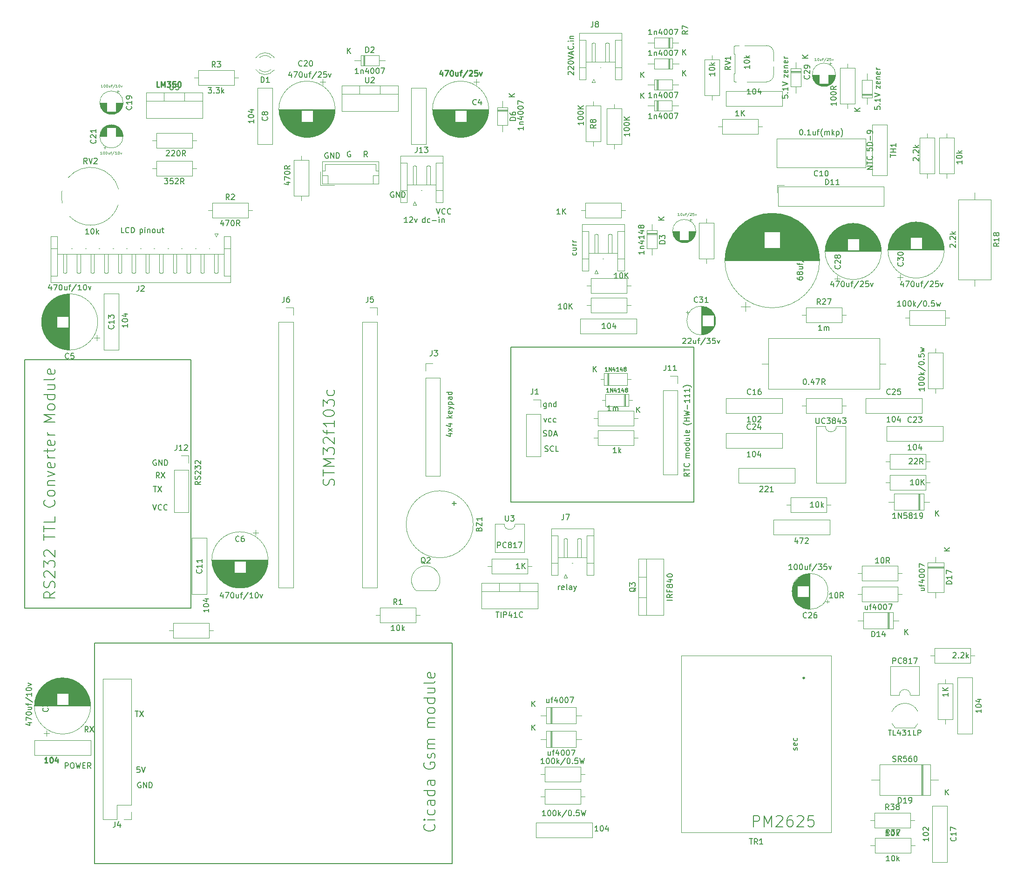
<source format=gbr>
%TF.GenerationSoftware,KiCad,Pcbnew,(6.99.0-1031-g46d719ed42)*%
%TF.CreationDate,2022-03-31T00:05:16+01:00*%
%TF.ProjectId,EnAcess PCB,456e4163-6573-4732-9050-43422e6b6963,rev?*%
%TF.SameCoordinates,Original*%
%TF.FileFunction,Legend,Top*%
%TF.FilePolarity,Positive*%
%FSLAX46Y46*%
G04 Gerber Fmt 4.6, Leading zero omitted, Abs format (unit mm)*
G04 Created by KiCad (PCBNEW (6.99.0-1031-g46d719ed42)) date 2022-03-31 00:05:16*
%MOMM*%
%LPD*%
G01*
G04 APERTURE LIST*
%ADD10C,0.250000*%
%ADD11C,0.125000*%
%ADD12C,0.150000*%
%ADD13C,0.120000*%
G04 APERTURE END LIST*
D10*
X20669333Y-152090380D02*
X20097905Y-152090380D01*
X20383619Y-152090380D02*
X20383619Y-151090380D01*
X20383619Y-151090380D02*
X20288381Y-151233238D01*
X20288381Y-151233238D02*
X20193143Y-151328476D01*
X20193143Y-151328476D02*
X20097905Y-151376095D01*
X21288381Y-151090380D02*
X21383619Y-151090380D01*
X21383619Y-151090380D02*
X21478857Y-151138000D01*
X21478857Y-151138000D02*
X21526476Y-151185619D01*
X21526476Y-151185619D02*
X21574095Y-151280857D01*
X21574095Y-151280857D02*
X21621714Y-151471333D01*
X21621714Y-151471333D02*
X21621714Y-151709428D01*
X21621714Y-151709428D02*
X21574095Y-151899904D01*
X21574095Y-151899904D02*
X21526476Y-151995142D01*
X21526476Y-151995142D02*
X21478857Y-152042761D01*
X21478857Y-152042761D02*
X21383619Y-152090380D01*
X21383619Y-152090380D02*
X21288381Y-152090380D01*
X21288381Y-152090380D02*
X21193143Y-152042761D01*
X21193143Y-152042761D02*
X21145524Y-151995142D01*
X21145524Y-151995142D02*
X21097905Y-151899904D01*
X21097905Y-151899904D02*
X21050286Y-151709428D01*
X21050286Y-151709428D02*
X21050286Y-151471333D01*
X21050286Y-151471333D02*
X21097905Y-151280857D01*
X21097905Y-151280857D02*
X21145524Y-151185619D01*
X21145524Y-151185619D02*
X21193143Y-151138000D01*
X21193143Y-151138000D02*
X21288381Y-151090380D01*
X22478857Y-151423714D02*
X22478857Y-152090380D01*
X22240762Y-151042761D02*
X22002667Y-151757047D01*
X22002667Y-151757047D02*
X22621714Y-151757047D01*
D11*
X30627049Y-29182190D02*
X30341335Y-29182190D01*
X30484192Y-29182190D02*
X30484192Y-28682190D01*
X30484192Y-28682190D02*
X30436573Y-28753619D01*
X30436573Y-28753619D02*
X30388954Y-28801238D01*
X30388954Y-28801238D02*
X30341335Y-28825047D01*
X30936572Y-28682190D02*
X30984191Y-28682190D01*
X30984191Y-28682190D02*
X31031810Y-28706000D01*
X31031810Y-28706000D02*
X31055620Y-28729809D01*
X31055620Y-28729809D02*
X31079429Y-28777428D01*
X31079429Y-28777428D02*
X31103239Y-28872666D01*
X31103239Y-28872666D02*
X31103239Y-28991714D01*
X31103239Y-28991714D02*
X31079429Y-29086952D01*
X31079429Y-29086952D02*
X31055620Y-29134571D01*
X31055620Y-29134571D02*
X31031810Y-29158380D01*
X31031810Y-29158380D02*
X30984191Y-29182190D01*
X30984191Y-29182190D02*
X30936572Y-29182190D01*
X30936572Y-29182190D02*
X30888953Y-29158380D01*
X30888953Y-29158380D02*
X30865144Y-29134571D01*
X30865144Y-29134571D02*
X30841334Y-29086952D01*
X30841334Y-29086952D02*
X30817525Y-28991714D01*
X30817525Y-28991714D02*
X30817525Y-28872666D01*
X30817525Y-28872666D02*
X30841334Y-28777428D01*
X30841334Y-28777428D02*
X30865144Y-28729809D01*
X30865144Y-28729809D02*
X30888953Y-28706000D01*
X30888953Y-28706000D02*
X30936572Y-28682190D01*
X31412762Y-28682190D02*
X31460381Y-28682190D01*
X31460381Y-28682190D02*
X31508000Y-28706000D01*
X31508000Y-28706000D02*
X31531810Y-28729809D01*
X31531810Y-28729809D02*
X31555619Y-28777428D01*
X31555619Y-28777428D02*
X31579429Y-28872666D01*
X31579429Y-28872666D02*
X31579429Y-28991714D01*
X31579429Y-28991714D02*
X31555619Y-29086952D01*
X31555619Y-29086952D02*
X31531810Y-29134571D01*
X31531810Y-29134571D02*
X31508000Y-29158380D01*
X31508000Y-29158380D02*
X31460381Y-29182190D01*
X31460381Y-29182190D02*
X31412762Y-29182190D01*
X31412762Y-29182190D02*
X31365143Y-29158380D01*
X31365143Y-29158380D02*
X31341334Y-29134571D01*
X31341334Y-29134571D02*
X31317524Y-29086952D01*
X31317524Y-29086952D02*
X31293715Y-28991714D01*
X31293715Y-28991714D02*
X31293715Y-28872666D01*
X31293715Y-28872666D02*
X31317524Y-28777428D01*
X31317524Y-28777428D02*
X31341334Y-28729809D01*
X31341334Y-28729809D02*
X31365143Y-28706000D01*
X31365143Y-28706000D02*
X31412762Y-28682190D01*
X32008000Y-28848857D02*
X32008000Y-29182190D01*
X31793714Y-28848857D02*
X31793714Y-29110761D01*
X31793714Y-29110761D02*
X31817524Y-29158380D01*
X31817524Y-29158380D02*
X31865143Y-29182190D01*
X31865143Y-29182190D02*
X31936571Y-29182190D01*
X31936571Y-29182190D02*
X31984190Y-29158380D01*
X31984190Y-29158380D02*
X32008000Y-29134571D01*
X32174667Y-28848857D02*
X32365143Y-28848857D01*
X32246095Y-29182190D02*
X32246095Y-28753619D01*
X32246095Y-28753619D02*
X32269905Y-28706000D01*
X32269905Y-28706000D02*
X32317524Y-28682190D01*
X32317524Y-28682190D02*
X32365143Y-28682190D01*
X32888952Y-28658380D02*
X32460381Y-29301238D01*
X33317524Y-29182190D02*
X33031810Y-29182190D01*
X33174667Y-29182190D02*
X33174667Y-28682190D01*
X33174667Y-28682190D02*
X33127048Y-28753619D01*
X33127048Y-28753619D02*
X33079429Y-28801238D01*
X33079429Y-28801238D02*
X33031810Y-28825047D01*
X33627047Y-28682190D02*
X33674666Y-28682190D01*
X33674666Y-28682190D02*
X33722285Y-28706000D01*
X33722285Y-28706000D02*
X33746095Y-28729809D01*
X33746095Y-28729809D02*
X33769904Y-28777428D01*
X33769904Y-28777428D02*
X33793714Y-28872666D01*
X33793714Y-28872666D02*
X33793714Y-28991714D01*
X33793714Y-28991714D02*
X33769904Y-29086952D01*
X33769904Y-29086952D02*
X33746095Y-29134571D01*
X33746095Y-29134571D02*
X33722285Y-29158380D01*
X33722285Y-29158380D02*
X33674666Y-29182190D01*
X33674666Y-29182190D02*
X33627047Y-29182190D01*
X33627047Y-29182190D02*
X33579428Y-29158380D01*
X33579428Y-29158380D02*
X33555619Y-29134571D01*
X33555619Y-29134571D02*
X33531809Y-29086952D01*
X33531809Y-29086952D02*
X33508000Y-28991714D01*
X33508000Y-28991714D02*
X33508000Y-28872666D01*
X33508000Y-28872666D02*
X33531809Y-28777428D01*
X33531809Y-28777428D02*
X33555619Y-28729809D01*
X33555619Y-28729809D02*
X33579428Y-28706000D01*
X33579428Y-28706000D02*
X33627047Y-28682190D01*
X33960380Y-28848857D02*
X34079428Y-29182190D01*
X34079428Y-29182190D02*
X34198475Y-28848857D01*
D10*
X40981523Y-29154380D02*
X40505333Y-29154380D01*
X40505333Y-29154380D02*
X40505333Y-28154380D01*
X41314857Y-29154380D02*
X41314857Y-28154380D01*
X41314857Y-28154380D02*
X41648190Y-28868666D01*
X41648190Y-28868666D02*
X41981523Y-28154380D01*
X41981523Y-28154380D02*
X41981523Y-29154380D01*
X42362476Y-28154380D02*
X42981523Y-28154380D01*
X42981523Y-28154380D02*
X42648190Y-28535333D01*
X42648190Y-28535333D02*
X42791047Y-28535333D01*
X42791047Y-28535333D02*
X42886285Y-28582952D01*
X42886285Y-28582952D02*
X42933904Y-28630571D01*
X42933904Y-28630571D02*
X42981523Y-28725809D01*
X42981523Y-28725809D02*
X42981523Y-28963904D01*
X42981523Y-28963904D02*
X42933904Y-29059142D01*
X42933904Y-29059142D02*
X42886285Y-29106761D01*
X42886285Y-29106761D02*
X42791047Y-29154380D01*
X42791047Y-29154380D02*
X42505333Y-29154380D01*
X42505333Y-29154380D02*
X42410095Y-29106761D01*
X42410095Y-29106761D02*
X42362476Y-29059142D01*
X43886285Y-28154380D02*
X43410095Y-28154380D01*
X43410095Y-28154380D02*
X43362476Y-28630571D01*
X43362476Y-28630571D02*
X43410095Y-28582952D01*
X43410095Y-28582952D02*
X43505333Y-28535333D01*
X43505333Y-28535333D02*
X43743428Y-28535333D01*
X43743428Y-28535333D02*
X43838666Y-28582952D01*
X43838666Y-28582952D02*
X43886285Y-28630571D01*
X43886285Y-28630571D02*
X43933904Y-28725809D01*
X43933904Y-28725809D02*
X43933904Y-28963904D01*
X43933904Y-28963904D02*
X43886285Y-29059142D01*
X43886285Y-29059142D02*
X43838666Y-29106761D01*
X43838666Y-29106761D02*
X43743428Y-29154380D01*
X43743428Y-29154380D02*
X43505333Y-29154380D01*
X43505333Y-29154380D02*
X43410095Y-29106761D01*
X43410095Y-29106761D02*
X43362476Y-29059142D01*
X44552952Y-28154380D02*
X44648190Y-28154380D01*
X44648190Y-28154380D02*
X44743428Y-28202000D01*
X44743428Y-28202000D02*
X44791047Y-28249619D01*
X44791047Y-28249619D02*
X44838666Y-28344857D01*
X44838666Y-28344857D02*
X44886285Y-28535333D01*
X44886285Y-28535333D02*
X44886285Y-28773428D01*
X44886285Y-28773428D02*
X44838666Y-28963904D01*
X44838666Y-28963904D02*
X44791047Y-29059142D01*
X44791047Y-29059142D02*
X44743428Y-29106761D01*
X44743428Y-29106761D02*
X44648190Y-29154380D01*
X44648190Y-29154380D02*
X44552952Y-29154380D01*
X44552952Y-29154380D02*
X44457714Y-29106761D01*
X44457714Y-29106761D02*
X44410095Y-29059142D01*
X44410095Y-29059142D02*
X44362476Y-28963904D01*
X44362476Y-28963904D02*
X44314857Y-28773428D01*
X44314857Y-28773428D02*
X44314857Y-28535333D01*
X44314857Y-28535333D02*
X44362476Y-28344857D01*
X44362476Y-28344857D02*
X44410095Y-28249619D01*
X44410095Y-28249619D02*
X44457714Y-28202000D01*
X44457714Y-28202000D02*
X44552952Y-28154380D01*
D12*
X107132380Y-36361428D02*
X107132380Y-36932856D01*
X107132380Y-36647142D02*
X106132380Y-36647142D01*
X106132380Y-36647142D02*
X106275238Y-36742380D01*
X106275238Y-36742380D02*
X106370476Y-36837618D01*
X106370476Y-36837618D02*
X106418095Y-36932856D01*
X106465714Y-35932856D02*
X107132380Y-35932856D01*
X106560952Y-35932856D02*
X106513333Y-35885237D01*
X106513333Y-35885237D02*
X106465714Y-35789999D01*
X106465714Y-35789999D02*
X106465714Y-35647142D01*
X106465714Y-35647142D02*
X106513333Y-35551904D01*
X106513333Y-35551904D02*
X106608571Y-35504285D01*
X106608571Y-35504285D02*
X107132380Y-35504285D01*
X106465714Y-34599523D02*
X107132380Y-34599523D01*
X106084761Y-34837618D02*
X106799047Y-35075713D01*
X106799047Y-35075713D02*
X106799047Y-34456666D01*
X106132380Y-33885237D02*
X106132380Y-33789999D01*
X106132380Y-33789999D02*
X106180000Y-33694761D01*
X106180000Y-33694761D02*
X106227619Y-33647142D01*
X106227619Y-33647142D02*
X106322857Y-33599523D01*
X106322857Y-33599523D02*
X106513333Y-33551904D01*
X106513333Y-33551904D02*
X106751428Y-33551904D01*
X106751428Y-33551904D02*
X106941904Y-33599523D01*
X106941904Y-33599523D02*
X107037142Y-33647142D01*
X107037142Y-33647142D02*
X107084761Y-33694761D01*
X107084761Y-33694761D02*
X107132380Y-33789999D01*
X107132380Y-33789999D02*
X107132380Y-33885237D01*
X107132380Y-33885237D02*
X107084761Y-33980475D01*
X107084761Y-33980475D02*
X107037142Y-34028094D01*
X107037142Y-34028094D02*
X106941904Y-34075713D01*
X106941904Y-34075713D02*
X106751428Y-34123332D01*
X106751428Y-34123332D02*
X106513333Y-34123332D01*
X106513333Y-34123332D02*
X106322857Y-34075713D01*
X106322857Y-34075713D02*
X106227619Y-34028094D01*
X106227619Y-34028094D02*
X106180000Y-33980475D01*
X106180000Y-33980475D02*
X106132380Y-33885237D01*
X106132380Y-32932856D02*
X106132380Y-32837618D01*
X106132380Y-32837618D02*
X106180000Y-32742380D01*
X106180000Y-32742380D02*
X106227619Y-32694761D01*
X106227619Y-32694761D02*
X106322857Y-32647142D01*
X106322857Y-32647142D02*
X106513333Y-32599523D01*
X106513333Y-32599523D02*
X106751428Y-32599523D01*
X106751428Y-32599523D02*
X106941904Y-32647142D01*
X106941904Y-32647142D02*
X107037142Y-32694761D01*
X107037142Y-32694761D02*
X107084761Y-32742380D01*
X107084761Y-32742380D02*
X107132380Y-32837618D01*
X107132380Y-32837618D02*
X107132380Y-32932856D01*
X107132380Y-32932856D02*
X107084761Y-33028094D01*
X107084761Y-33028094D02*
X107037142Y-33075713D01*
X107037142Y-33075713D02*
X106941904Y-33123332D01*
X106941904Y-33123332D02*
X106751428Y-33170951D01*
X106751428Y-33170951D02*
X106513333Y-33170951D01*
X106513333Y-33170951D02*
X106322857Y-33123332D01*
X106322857Y-33123332D02*
X106227619Y-33075713D01*
X106227619Y-33075713D02*
X106180000Y-33028094D01*
X106180000Y-33028094D02*
X106132380Y-32932856D01*
X106132380Y-32266189D02*
X106132380Y-31599523D01*
X106132380Y-31599523D02*
X107132380Y-32028094D01*
D10*
X92400856Y-26455714D02*
X92400856Y-27122380D01*
X92162761Y-26074761D02*
X91924666Y-26789047D01*
X91924666Y-26789047D02*
X92543713Y-26789047D01*
X92829428Y-26122380D02*
X93496094Y-26122380D01*
X93496094Y-26122380D02*
X93067523Y-27122380D01*
X94067523Y-26122380D02*
X94162761Y-26122380D01*
X94162761Y-26122380D02*
X94257999Y-26170000D01*
X94257999Y-26170000D02*
X94305618Y-26217619D01*
X94305618Y-26217619D02*
X94353237Y-26312857D01*
X94353237Y-26312857D02*
X94400856Y-26503333D01*
X94400856Y-26503333D02*
X94400856Y-26741428D01*
X94400856Y-26741428D02*
X94353237Y-26931904D01*
X94353237Y-26931904D02*
X94305618Y-27027142D01*
X94305618Y-27027142D02*
X94257999Y-27074761D01*
X94257999Y-27074761D02*
X94162761Y-27122380D01*
X94162761Y-27122380D02*
X94067523Y-27122380D01*
X94067523Y-27122380D02*
X93972285Y-27074761D01*
X93972285Y-27074761D02*
X93924666Y-27027142D01*
X93924666Y-27027142D02*
X93877047Y-26931904D01*
X93877047Y-26931904D02*
X93829428Y-26741428D01*
X93829428Y-26741428D02*
X93829428Y-26503333D01*
X93829428Y-26503333D02*
X93877047Y-26312857D01*
X93877047Y-26312857D02*
X93924666Y-26217619D01*
X93924666Y-26217619D02*
X93972285Y-26170000D01*
X93972285Y-26170000D02*
X94067523Y-26122380D01*
X95257999Y-26455714D02*
X95257999Y-27122380D01*
X94829428Y-26455714D02*
X94829428Y-26979523D01*
X94829428Y-26979523D02*
X94877047Y-27074761D01*
X94877047Y-27074761D02*
X94972285Y-27122380D01*
X94972285Y-27122380D02*
X95115142Y-27122380D01*
X95115142Y-27122380D02*
X95210380Y-27074761D01*
X95210380Y-27074761D02*
X95257999Y-27027142D01*
X95591333Y-26455714D02*
X95972285Y-26455714D01*
X95734190Y-27122380D02*
X95734190Y-26265238D01*
X95734190Y-26265238D02*
X95781809Y-26170000D01*
X95781809Y-26170000D02*
X95877047Y-26122380D01*
X95877047Y-26122380D02*
X95972285Y-26122380D01*
X97019904Y-26074761D02*
X96162762Y-27360476D01*
X97305619Y-26217619D02*
X97353238Y-26170000D01*
X97353238Y-26170000D02*
X97448476Y-26122380D01*
X97448476Y-26122380D02*
X97686571Y-26122380D01*
X97686571Y-26122380D02*
X97781809Y-26170000D01*
X97781809Y-26170000D02*
X97829428Y-26217619D01*
X97829428Y-26217619D02*
X97877047Y-26312857D01*
X97877047Y-26312857D02*
X97877047Y-26408095D01*
X97877047Y-26408095D02*
X97829428Y-26550952D01*
X97829428Y-26550952D02*
X97258000Y-27122380D01*
X97258000Y-27122380D02*
X97877047Y-27122380D01*
X98781809Y-26122380D02*
X98305619Y-26122380D01*
X98305619Y-26122380D02*
X98258000Y-26598571D01*
X98258000Y-26598571D02*
X98305619Y-26550952D01*
X98305619Y-26550952D02*
X98400857Y-26503333D01*
X98400857Y-26503333D02*
X98638952Y-26503333D01*
X98638952Y-26503333D02*
X98734190Y-26550952D01*
X98734190Y-26550952D02*
X98781809Y-26598571D01*
X98781809Y-26598571D02*
X98829428Y-26693809D01*
X98829428Y-26693809D02*
X98829428Y-26931904D01*
X98829428Y-26931904D02*
X98781809Y-27027142D01*
X98781809Y-27027142D02*
X98734190Y-27074761D01*
X98734190Y-27074761D02*
X98638952Y-27122380D01*
X98638952Y-27122380D02*
X98400857Y-27122380D01*
X98400857Y-27122380D02*
X98305619Y-27074761D01*
X98305619Y-27074761D02*
X98258000Y-27027142D01*
X99162762Y-26455714D02*
X99400857Y-27122380D01*
X99400857Y-27122380D02*
X99638952Y-26455714D01*
D12*
X39878095Y-101814380D02*
X40449523Y-101814380D01*
X40163809Y-102814380D02*
X40163809Y-101814380D01*
X40687619Y-101814380D02*
X41354285Y-102814380D01*
X41354285Y-101814380D02*
X40687619Y-102814380D01*
X40981333Y-100274380D02*
X40648000Y-99798190D01*
X40409905Y-100274380D02*
X40409905Y-99274380D01*
X40409905Y-99274380D02*
X40790857Y-99274380D01*
X40790857Y-99274380D02*
X40886095Y-99322000D01*
X40886095Y-99322000D02*
X40933714Y-99369619D01*
X40933714Y-99369619D02*
X40981333Y-99464857D01*
X40981333Y-99464857D02*
X40981333Y-99607714D01*
X40981333Y-99607714D02*
X40933714Y-99702952D01*
X40933714Y-99702952D02*
X40886095Y-99750571D01*
X40886095Y-99750571D02*
X40790857Y-99798190D01*
X40790857Y-99798190D02*
X40409905Y-99798190D01*
X41314667Y-99274380D02*
X41981333Y-100274380D01*
X41981333Y-99274380D02*
X41314667Y-100274380D01*
X40386095Y-97036000D02*
X40290857Y-96988380D01*
X40290857Y-96988380D02*
X40148000Y-96988380D01*
X40148000Y-96988380D02*
X40005143Y-97036000D01*
X40005143Y-97036000D02*
X39909905Y-97131238D01*
X39909905Y-97131238D02*
X39862286Y-97226476D01*
X39862286Y-97226476D02*
X39814667Y-97416952D01*
X39814667Y-97416952D02*
X39814667Y-97559809D01*
X39814667Y-97559809D02*
X39862286Y-97750285D01*
X39862286Y-97750285D02*
X39909905Y-97845523D01*
X39909905Y-97845523D02*
X40005143Y-97940761D01*
X40005143Y-97940761D02*
X40148000Y-97988380D01*
X40148000Y-97988380D02*
X40243238Y-97988380D01*
X40243238Y-97988380D02*
X40386095Y-97940761D01*
X40386095Y-97940761D02*
X40433714Y-97893142D01*
X40433714Y-97893142D02*
X40433714Y-97559809D01*
X40433714Y-97559809D02*
X40243238Y-97559809D01*
X40862286Y-97988380D02*
X40862286Y-96988380D01*
X40862286Y-96988380D02*
X41433714Y-97988380D01*
X41433714Y-97988380D02*
X41433714Y-96988380D01*
X41909905Y-97988380D02*
X41909905Y-96988380D01*
X41909905Y-96988380D02*
X42148000Y-96988380D01*
X42148000Y-96988380D02*
X42290857Y-97036000D01*
X42290857Y-97036000D02*
X42386095Y-97131238D01*
X42386095Y-97131238D02*
X42433714Y-97226476D01*
X42433714Y-97226476D02*
X42481333Y-97416952D01*
X42481333Y-97416952D02*
X42481333Y-97559809D01*
X42481333Y-97559809D02*
X42433714Y-97750285D01*
X42433714Y-97750285D02*
X42386095Y-97845523D01*
X42386095Y-97845523D02*
X42290857Y-97940761D01*
X42290857Y-97940761D02*
X42148000Y-97988380D01*
X42148000Y-97988380D02*
X41909905Y-97988380D01*
X39814667Y-105116380D02*
X40148000Y-106116380D01*
X40148000Y-106116380D02*
X40481333Y-105116380D01*
X41386095Y-106021142D02*
X41338476Y-106068761D01*
X41338476Y-106068761D02*
X41195619Y-106116380D01*
X41195619Y-106116380D02*
X41100381Y-106116380D01*
X41100381Y-106116380D02*
X40957524Y-106068761D01*
X40957524Y-106068761D02*
X40862286Y-105973523D01*
X40862286Y-105973523D02*
X40814667Y-105878285D01*
X40814667Y-105878285D02*
X40767048Y-105687809D01*
X40767048Y-105687809D02*
X40767048Y-105544952D01*
X40767048Y-105544952D02*
X40814667Y-105354476D01*
X40814667Y-105354476D02*
X40862286Y-105259238D01*
X40862286Y-105259238D02*
X40957524Y-105164000D01*
X40957524Y-105164000D02*
X41100381Y-105116380D01*
X41100381Y-105116380D02*
X41195619Y-105116380D01*
X41195619Y-105116380D02*
X41338476Y-105164000D01*
X41338476Y-105164000D02*
X41386095Y-105211619D01*
X42386095Y-106021142D02*
X42338476Y-106068761D01*
X42338476Y-106068761D02*
X42195619Y-106116380D01*
X42195619Y-106116380D02*
X42100381Y-106116380D01*
X42100381Y-106116380D02*
X41957524Y-106068761D01*
X41957524Y-106068761D02*
X41862286Y-105973523D01*
X41862286Y-105973523D02*
X41814667Y-105878285D01*
X41814667Y-105878285D02*
X41767048Y-105687809D01*
X41767048Y-105687809D02*
X41767048Y-105544952D01*
X41767048Y-105544952D02*
X41814667Y-105354476D01*
X41814667Y-105354476D02*
X41862286Y-105259238D01*
X41862286Y-105259238D02*
X41957524Y-105164000D01*
X41957524Y-105164000D02*
X42100381Y-105116380D01*
X42100381Y-105116380D02*
X42195619Y-105116380D01*
X42195619Y-105116380D02*
X42338476Y-105164000D01*
X42338476Y-105164000D02*
X42386095Y-105211619D01*
X36576095Y-142708380D02*
X37147523Y-142708380D01*
X36861809Y-143708380D02*
X36861809Y-142708380D01*
X37385619Y-142708380D02*
X38052285Y-143708380D01*
X38052285Y-142708380D02*
X37385619Y-143708380D01*
X28027333Y-146502380D02*
X27694000Y-146026190D01*
X27455905Y-146502380D02*
X27455905Y-145502380D01*
X27455905Y-145502380D02*
X27836857Y-145502380D01*
X27836857Y-145502380D02*
X27932095Y-145550000D01*
X27932095Y-145550000D02*
X27979714Y-145597619D01*
X27979714Y-145597619D02*
X28027333Y-145692857D01*
X28027333Y-145692857D02*
X28027333Y-145835714D01*
X28027333Y-145835714D02*
X27979714Y-145930952D01*
X27979714Y-145930952D02*
X27932095Y-145978571D01*
X27932095Y-145978571D02*
X27836857Y-146026190D01*
X27836857Y-146026190D02*
X27455905Y-146026190D01*
X28360667Y-145502380D02*
X29027333Y-146502380D01*
X29027333Y-145502380D02*
X28360667Y-146502380D01*
X23852476Y-153106380D02*
X23852476Y-152106380D01*
X23852476Y-152106380D02*
X24233428Y-152106380D01*
X24233428Y-152106380D02*
X24328666Y-152154000D01*
X24328666Y-152154000D02*
X24376285Y-152201619D01*
X24376285Y-152201619D02*
X24423904Y-152296857D01*
X24423904Y-152296857D02*
X24423904Y-152439714D01*
X24423904Y-152439714D02*
X24376285Y-152534952D01*
X24376285Y-152534952D02*
X24328666Y-152582571D01*
X24328666Y-152582571D02*
X24233428Y-152630190D01*
X24233428Y-152630190D02*
X23852476Y-152630190D01*
X25042952Y-152106380D02*
X25233428Y-152106380D01*
X25233428Y-152106380D02*
X25328666Y-152154000D01*
X25328666Y-152154000D02*
X25423904Y-152249238D01*
X25423904Y-152249238D02*
X25471523Y-152439714D01*
X25471523Y-152439714D02*
X25471523Y-152773047D01*
X25471523Y-152773047D02*
X25423904Y-152963523D01*
X25423904Y-152963523D02*
X25328666Y-153058761D01*
X25328666Y-153058761D02*
X25233428Y-153106380D01*
X25233428Y-153106380D02*
X25042952Y-153106380D01*
X25042952Y-153106380D02*
X24947714Y-153058761D01*
X24947714Y-153058761D02*
X24852476Y-152963523D01*
X24852476Y-152963523D02*
X24804857Y-152773047D01*
X24804857Y-152773047D02*
X24804857Y-152439714D01*
X24804857Y-152439714D02*
X24852476Y-152249238D01*
X24852476Y-152249238D02*
X24947714Y-152154000D01*
X24947714Y-152154000D02*
X25042952Y-152106380D01*
X25804857Y-152106380D02*
X26042952Y-153106380D01*
X26042952Y-153106380D02*
X26233428Y-152392095D01*
X26233428Y-152392095D02*
X26423904Y-153106380D01*
X26423904Y-153106380D02*
X26662000Y-152106380D01*
X27042952Y-152582571D02*
X27376285Y-152582571D01*
X27519142Y-153106380D02*
X27042952Y-153106380D01*
X27042952Y-153106380D02*
X27042952Y-152106380D01*
X27042952Y-152106380D02*
X27519142Y-152106380D01*
X28519142Y-153106380D02*
X28185809Y-152630190D01*
X27947714Y-153106380D02*
X27947714Y-152106380D01*
X27947714Y-152106380D02*
X28328666Y-152106380D01*
X28328666Y-152106380D02*
X28423904Y-152154000D01*
X28423904Y-152154000D02*
X28471523Y-152201619D01*
X28471523Y-152201619D02*
X28519142Y-152296857D01*
X28519142Y-152296857D02*
X28519142Y-152439714D01*
X28519142Y-152439714D02*
X28471523Y-152534952D01*
X28471523Y-152534952D02*
X28423904Y-152582571D01*
X28423904Y-152582571D02*
X28328666Y-152630190D01*
X28328666Y-152630190D02*
X27947714Y-152630190D01*
X37401523Y-152868380D02*
X36925333Y-152868380D01*
X36925333Y-152868380D02*
X36877714Y-153344571D01*
X36877714Y-153344571D02*
X36925333Y-153296952D01*
X36925333Y-153296952D02*
X37020571Y-153249333D01*
X37020571Y-153249333D02*
X37258666Y-153249333D01*
X37258666Y-153249333D02*
X37353904Y-153296952D01*
X37353904Y-153296952D02*
X37401523Y-153344571D01*
X37401523Y-153344571D02*
X37449142Y-153439809D01*
X37449142Y-153439809D02*
X37449142Y-153677904D01*
X37449142Y-153677904D02*
X37401523Y-153773142D01*
X37401523Y-153773142D02*
X37353904Y-153820761D01*
X37353904Y-153820761D02*
X37258666Y-153868380D01*
X37258666Y-153868380D02*
X37020571Y-153868380D01*
X37020571Y-153868380D02*
X36925333Y-153820761D01*
X36925333Y-153820761D02*
X36877714Y-153773142D01*
X37734857Y-152868380D02*
X38068190Y-153868380D01*
X38068190Y-153868380D02*
X38401523Y-152868380D01*
X37592095Y-155710000D02*
X37496857Y-155662380D01*
X37496857Y-155662380D02*
X37354000Y-155662380D01*
X37354000Y-155662380D02*
X37211143Y-155710000D01*
X37211143Y-155710000D02*
X37115905Y-155805238D01*
X37115905Y-155805238D02*
X37068286Y-155900476D01*
X37068286Y-155900476D02*
X37020667Y-156090952D01*
X37020667Y-156090952D02*
X37020667Y-156233809D01*
X37020667Y-156233809D02*
X37068286Y-156424285D01*
X37068286Y-156424285D02*
X37115905Y-156519523D01*
X37115905Y-156519523D02*
X37211143Y-156614761D01*
X37211143Y-156614761D02*
X37354000Y-156662380D01*
X37354000Y-156662380D02*
X37449238Y-156662380D01*
X37449238Y-156662380D02*
X37592095Y-156614761D01*
X37592095Y-156614761D02*
X37639714Y-156567142D01*
X37639714Y-156567142D02*
X37639714Y-156233809D01*
X37639714Y-156233809D02*
X37449238Y-156233809D01*
X38068286Y-156662380D02*
X38068286Y-155662380D01*
X38068286Y-155662380D02*
X38639714Y-156662380D01*
X38639714Y-156662380D02*
X38639714Y-155662380D01*
X39115905Y-156662380D02*
X39115905Y-155662380D01*
X39115905Y-155662380D02*
X39354000Y-155662380D01*
X39354000Y-155662380D02*
X39496857Y-155710000D01*
X39496857Y-155710000D02*
X39592095Y-155805238D01*
X39592095Y-155805238D02*
X39639714Y-155900476D01*
X39639714Y-155900476D02*
X39687333Y-156090952D01*
X39687333Y-156090952D02*
X39687333Y-156233809D01*
X39687333Y-156233809D02*
X39639714Y-156424285D01*
X39639714Y-156424285D02*
X39592095Y-156519523D01*
X39592095Y-156519523D02*
X39496857Y-156614761D01*
X39496857Y-156614761D02*
X39354000Y-156662380D01*
X39354000Y-156662380D02*
X39115905Y-156662380D01*
X78795523Y-41854380D02*
X78462190Y-41378190D01*
X78224095Y-41854380D02*
X78224095Y-40854380D01*
X78224095Y-40854380D02*
X78605047Y-40854380D01*
X78605047Y-40854380D02*
X78700285Y-40902000D01*
X78700285Y-40902000D02*
X78747904Y-40949619D01*
X78747904Y-40949619D02*
X78795523Y-41044857D01*
X78795523Y-41044857D02*
X78795523Y-41187714D01*
X78795523Y-41187714D02*
X78747904Y-41282952D01*
X78747904Y-41282952D02*
X78700285Y-41330571D01*
X78700285Y-41330571D02*
X78605047Y-41378190D01*
X78605047Y-41378190D02*
X78224095Y-41378190D01*
X75699904Y-40902000D02*
X75604666Y-40854380D01*
X75604666Y-40854380D02*
X75461809Y-40854380D01*
X75461809Y-40854380D02*
X75318952Y-40902000D01*
X75318952Y-40902000D02*
X75223714Y-40997238D01*
X75223714Y-40997238D02*
X75176095Y-41092476D01*
X75176095Y-41092476D02*
X75128476Y-41282952D01*
X75128476Y-41282952D02*
X75128476Y-41425809D01*
X75128476Y-41425809D02*
X75176095Y-41616285D01*
X75176095Y-41616285D02*
X75223714Y-41711523D01*
X75223714Y-41711523D02*
X75318952Y-41806761D01*
X75318952Y-41806761D02*
X75461809Y-41854380D01*
X75461809Y-41854380D02*
X75557047Y-41854380D01*
X75557047Y-41854380D02*
X75699904Y-41806761D01*
X75699904Y-41806761D02*
X75747523Y-41759142D01*
X75747523Y-41759142D02*
X75747523Y-41425809D01*
X75747523Y-41425809D02*
X75557047Y-41425809D01*
X71628095Y-41156000D02*
X71532857Y-41108380D01*
X71532857Y-41108380D02*
X71390000Y-41108380D01*
X71390000Y-41108380D02*
X71247143Y-41156000D01*
X71247143Y-41156000D02*
X71151905Y-41251238D01*
X71151905Y-41251238D02*
X71104286Y-41346476D01*
X71104286Y-41346476D02*
X71056667Y-41536952D01*
X71056667Y-41536952D02*
X71056667Y-41679809D01*
X71056667Y-41679809D02*
X71104286Y-41870285D01*
X71104286Y-41870285D02*
X71151905Y-41965523D01*
X71151905Y-41965523D02*
X71247143Y-42060761D01*
X71247143Y-42060761D02*
X71390000Y-42108380D01*
X71390000Y-42108380D02*
X71485238Y-42108380D01*
X71485238Y-42108380D02*
X71628095Y-42060761D01*
X71628095Y-42060761D02*
X71675714Y-42013142D01*
X71675714Y-42013142D02*
X71675714Y-41679809D01*
X71675714Y-41679809D02*
X71485238Y-41679809D01*
X72104286Y-42108380D02*
X72104286Y-41108380D01*
X72104286Y-41108380D02*
X72675714Y-42108380D01*
X72675714Y-42108380D02*
X72675714Y-41108380D01*
X73151905Y-42108380D02*
X73151905Y-41108380D01*
X73151905Y-41108380D02*
X73390000Y-41108380D01*
X73390000Y-41108380D02*
X73532857Y-41156000D01*
X73532857Y-41156000D02*
X73628095Y-41251238D01*
X73628095Y-41251238D02*
X73675714Y-41346476D01*
X73675714Y-41346476D02*
X73723333Y-41536952D01*
X73723333Y-41536952D02*
X73723333Y-41679809D01*
X73723333Y-41679809D02*
X73675714Y-41870285D01*
X73675714Y-41870285D02*
X73628095Y-41965523D01*
X73628095Y-41965523D02*
X73532857Y-42060761D01*
X73532857Y-42060761D02*
X73390000Y-42108380D01*
X73390000Y-42108380D02*
X73151905Y-42108380D01*
X83566095Y-48268000D02*
X83470857Y-48220380D01*
X83470857Y-48220380D02*
X83328000Y-48220380D01*
X83328000Y-48220380D02*
X83185143Y-48268000D01*
X83185143Y-48268000D02*
X83089905Y-48363238D01*
X83089905Y-48363238D02*
X83042286Y-48458476D01*
X83042286Y-48458476D02*
X82994667Y-48648952D01*
X82994667Y-48648952D02*
X82994667Y-48791809D01*
X82994667Y-48791809D02*
X83042286Y-48982285D01*
X83042286Y-48982285D02*
X83089905Y-49077523D01*
X83089905Y-49077523D02*
X83185143Y-49172761D01*
X83185143Y-49172761D02*
X83328000Y-49220380D01*
X83328000Y-49220380D02*
X83423238Y-49220380D01*
X83423238Y-49220380D02*
X83566095Y-49172761D01*
X83566095Y-49172761D02*
X83613714Y-49125142D01*
X83613714Y-49125142D02*
X83613714Y-48791809D01*
X83613714Y-48791809D02*
X83423238Y-48791809D01*
X84042286Y-49220380D02*
X84042286Y-48220380D01*
X84042286Y-48220380D02*
X84613714Y-49220380D01*
X84613714Y-49220380D02*
X84613714Y-48220380D01*
X85089905Y-49220380D02*
X85089905Y-48220380D01*
X85089905Y-48220380D02*
X85328000Y-48220380D01*
X85328000Y-48220380D02*
X85470857Y-48268000D01*
X85470857Y-48268000D02*
X85566095Y-48363238D01*
X85566095Y-48363238D02*
X85613714Y-48458476D01*
X85613714Y-48458476D02*
X85661333Y-48648952D01*
X85661333Y-48648952D02*
X85661333Y-48791809D01*
X85661333Y-48791809D02*
X85613714Y-48982285D01*
X85613714Y-48982285D02*
X85566095Y-49077523D01*
X85566095Y-49077523D02*
X85470857Y-49172761D01*
X85470857Y-49172761D02*
X85328000Y-49220380D01*
X85328000Y-49220380D02*
X85089905Y-49220380D01*
X91376667Y-51268380D02*
X91710000Y-52268380D01*
X91710000Y-52268380D02*
X92043333Y-51268380D01*
X92948095Y-52173142D02*
X92900476Y-52220761D01*
X92900476Y-52220761D02*
X92757619Y-52268380D01*
X92757619Y-52268380D02*
X92662381Y-52268380D01*
X92662381Y-52268380D02*
X92519524Y-52220761D01*
X92519524Y-52220761D02*
X92424286Y-52125523D01*
X92424286Y-52125523D02*
X92376667Y-52030285D01*
X92376667Y-52030285D02*
X92329048Y-51839809D01*
X92329048Y-51839809D02*
X92329048Y-51696952D01*
X92329048Y-51696952D02*
X92376667Y-51506476D01*
X92376667Y-51506476D02*
X92424286Y-51411238D01*
X92424286Y-51411238D02*
X92519524Y-51316000D01*
X92519524Y-51316000D02*
X92662381Y-51268380D01*
X92662381Y-51268380D02*
X92757619Y-51268380D01*
X92757619Y-51268380D02*
X92900476Y-51316000D01*
X92900476Y-51316000D02*
X92948095Y-51363619D01*
X93948095Y-52173142D02*
X93900476Y-52220761D01*
X93900476Y-52220761D02*
X93757619Y-52268380D01*
X93757619Y-52268380D02*
X93662381Y-52268380D01*
X93662381Y-52268380D02*
X93519524Y-52220761D01*
X93519524Y-52220761D02*
X93424286Y-52125523D01*
X93424286Y-52125523D02*
X93376667Y-52030285D01*
X93376667Y-52030285D02*
X93329048Y-51839809D01*
X93329048Y-51839809D02*
X93329048Y-51696952D01*
X93329048Y-51696952D02*
X93376667Y-51506476D01*
X93376667Y-51506476D02*
X93424286Y-51411238D01*
X93424286Y-51411238D02*
X93519524Y-51316000D01*
X93519524Y-51316000D02*
X93662381Y-51268380D01*
X93662381Y-51268380D02*
X93757619Y-51268380D01*
X93757619Y-51268380D02*
X93900476Y-51316000D01*
X93900476Y-51316000D02*
X93948095Y-51363619D01*
X111077524Y-95400761D02*
X111220381Y-95448380D01*
X111220381Y-95448380D02*
X111458476Y-95448380D01*
X111458476Y-95448380D02*
X111553714Y-95400761D01*
X111553714Y-95400761D02*
X111601333Y-95353142D01*
X111601333Y-95353142D02*
X111648952Y-95257904D01*
X111648952Y-95257904D02*
X111648952Y-95162666D01*
X111648952Y-95162666D02*
X111601333Y-95067428D01*
X111601333Y-95067428D02*
X111553714Y-95019809D01*
X111553714Y-95019809D02*
X111458476Y-94972190D01*
X111458476Y-94972190D02*
X111268000Y-94924571D01*
X111268000Y-94924571D02*
X111172762Y-94876952D01*
X111172762Y-94876952D02*
X111125143Y-94829333D01*
X111125143Y-94829333D02*
X111077524Y-94734095D01*
X111077524Y-94734095D02*
X111077524Y-94638857D01*
X111077524Y-94638857D02*
X111125143Y-94543619D01*
X111125143Y-94543619D02*
X111172762Y-94496000D01*
X111172762Y-94496000D02*
X111268000Y-94448380D01*
X111268000Y-94448380D02*
X111506095Y-94448380D01*
X111506095Y-94448380D02*
X111648952Y-94496000D01*
X112648952Y-95353142D02*
X112601333Y-95400761D01*
X112601333Y-95400761D02*
X112458476Y-95448380D01*
X112458476Y-95448380D02*
X112363238Y-95448380D01*
X112363238Y-95448380D02*
X112220381Y-95400761D01*
X112220381Y-95400761D02*
X112125143Y-95305523D01*
X112125143Y-95305523D02*
X112077524Y-95210285D01*
X112077524Y-95210285D02*
X112029905Y-95019809D01*
X112029905Y-95019809D02*
X112029905Y-94876952D01*
X112029905Y-94876952D02*
X112077524Y-94686476D01*
X112077524Y-94686476D02*
X112125143Y-94591238D01*
X112125143Y-94591238D02*
X112220381Y-94496000D01*
X112220381Y-94496000D02*
X112363238Y-94448380D01*
X112363238Y-94448380D02*
X112458476Y-94448380D01*
X112458476Y-94448380D02*
X112601333Y-94496000D01*
X112601333Y-94496000D02*
X112648952Y-94543619D01*
X113553714Y-95448380D02*
X113077524Y-95448380D01*
X113077524Y-95448380D02*
X113077524Y-94448380D01*
X110799714Y-92606761D02*
X110942571Y-92654380D01*
X110942571Y-92654380D02*
X111180666Y-92654380D01*
X111180666Y-92654380D02*
X111275904Y-92606761D01*
X111275904Y-92606761D02*
X111323523Y-92559142D01*
X111323523Y-92559142D02*
X111371142Y-92463904D01*
X111371142Y-92463904D02*
X111371142Y-92368666D01*
X111371142Y-92368666D02*
X111323523Y-92273428D01*
X111323523Y-92273428D02*
X111275904Y-92225809D01*
X111275904Y-92225809D02*
X111180666Y-92178190D01*
X111180666Y-92178190D02*
X110990190Y-92130571D01*
X110990190Y-92130571D02*
X110894952Y-92082952D01*
X110894952Y-92082952D02*
X110847333Y-92035333D01*
X110847333Y-92035333D02*
X110799714Y-91940095D01*
X110799714Y-91940095D02*
X110799714Y-91844857D01*
X110799714Y-91844857D02*
X110847333Y-91749619D01*
X110847333Y-91749619D02*
X110894952Y-91702000D01*
X110894952Y-91702000D02*
X110990190Y-91654380D01*
X110990190Y-91654380D02*
X111228285Y-91654380D01*
X111228285Y-91654380D02*
X111371142Y-91702000D01*
X111799714Y-92654380D02*
X111799714Y-91654380D01*
X111799714Y-91654380D02*
X112037809Y-91654380D01*
X112037809Y-91654380D02*
X112180666Y-91702000D01*
X112180666Y-91702000D02*
X112275904Y-91797238D01*
X112275904Y-91797238D02*
X112323523Y-91892476D01*
X112323523Y-91892476D02*
X112371142Y-92082952D01*
X112371142Y-92082952D02*
X112371142Y-92225809D01*
X112371142Y-92225809D02*
X112323523Y-92416285D01*
X112323523Y-92416285D02*
X112275904Y-92511523D01*
X112275904Y-92511523D02*
X112180666Y-92606761D01*
X112180666Y-92606761D02*
X112037809Y-92654380D01*
X112037809Y-92654380D02*
X111799714Y-92654380D01*
X112752095Y-92368666D02*
X113228285Y-92368666D01*
X112656857Y-92654380D02*
X112990190Y-91654380D01*
X112990190Y-91654380D02*
X113323523Y-92654380D01*
X110918762Y-89447714D02*
X111156857Y-90114380D01*
X111156857Y-90114380D02*
X111394952Y-89447714D01*
X112204476Y-90066761D02*
X112109238Y-90114380D01*
X112109238Y-90114380D02*
X111918762Y-90114380D01*
X111918762Y-90114380D02*
X111823524Y-90066761D01*
X111823524Y-90066761D02*
X111775905Y-90019142D01*
X111775905Y-90019142D02*
X111728286Y-89923904D01*
X111728286Y-89923904D02*
X111728286Y-89638190D01*
X111728286Y-89638190D02*
X111775905Y-89542952D01*
X111775905Y-89542952D02*
X111823524Y-89495333D01*
X111823524Y-89495333D02*
X111918762Y-89447714D01*
X111918762Y-89447714D02*
X112109238Y-89447714D01*
X112109238Y-89447714D02*
X112204476Y-89495333D01*
X113061619Y-90066761D02*
X112966381Y-90114380D01*
X112966381Y-90114380D02*
X112775905Y-90114380D01*
X112775905Y-90114380D02*
X112680667Y-90066761D01*
X112680667Y-90066761D02*
X112633048Y-90019142D01*
X112633048Y-90019142D02*
X112585429Y-89923904D01*
X112585429Y-89923904D02*
X112585429Y-89638190D01*
X112585429Y-89638190D02*
X112633048Y-89542952D01*
X112633048Y-89542952D02*
X112680667Y-89495333D01*
X112680667Y-89495333D02*
X112775905Y-89447714D01*
X112775905Y-89447714D02*
X112966381Y-89447714D01*
X112966381Y-89447714D02*
X113061619Y-89495333D01*
X111323523Y-86653714D02*
X111323523Y-87463238D01*
X111323523Y-87463238D02*
X111275904Y-87558476D01*
X111275904Y-87558476D02*
X111228285Y-87606095D01*
X111228285Y-87606095D02*
X111133047Y-87653714D01*
X111133047Y-87653714D02*
X110990190Y-87653714D01*
X110990190Y-87653714D02*
X110894952Y-87606095D01*
X111323523Y-87272761D02*
X111228285Y-87320380D01*
X111228285Y-87320380D02*
X111037809Y-87320380D01*
X111037809Y-87320380D02*
X110942571Y-87272761D01*
X110942571Y-87272761D02*
X110894952Y-87225142D01*
X110894952Y-87225142D02*
X110847333Y-87129904D01*
X110847333Y-87129904D02*
X110847333Y-86844190D01*
X110847333Y-86844190D02*
X110894952Y-86748952D01*
X110894952Y-86748952D02*
X110942571Y-86701333D01*
X110942571Y-86701333D02*
X111037809Y-86653714D01*
X111037809Y-86653714D02*
X111228285Y-86653714D01*
X111228285Y-86653714D02*
X111323523Y-86701333D01*
X111799714Y-86653714D02*
X111799714Y-87320380D01*
X111799714Y-86748952D02*
X111847333Y-86701333D01*
X111847333Y-86701333D02*
X111942571Y-86653714D01*
X111942571Y-86653714D02*
X112085428Y-86653714D01*
X112085428Y-86653714D02*
X112180666Y-86701333D01*
X112180666Y-86701333D02*
X112228285Y-86796571D01*
X112228285Y-86796571D02*
X112228285Y-87320380D01*
X113133047Y-87320380D02*
X113133047Y-86320380D01*
X113133047Y-87272761D02*
X113037809Y-87320380D01*
X113037809Y-87320380D02*
X112847333Y-87320380D01*
X112847333Y-87320380D02*
X112752095Y-87272761D01*
X112752095Y-87272761D02*
X112704476Y-87225142D01*
X112704476Y-87225142D02*
X112656857Y-87129904D01*
X112656857Y-87129904D02*
X112656857Y-86844190D01*
X112656857Y-86844190D02*
X112704476Y-86748952D01*
X112704476Y-86748952D02*
X112752095Y-86701333D01*
X112752095Y-86701333D02*
X112847333Y-86653714D01*
X112847333Y-86653714D02*
X113037809Y-86653714D01*
X113037809Y-86653714D02*
X113133047Y-86701333D01*
X21986761Y-121003144D02*
X21034380Y-121669811D01*
X21986761Y-122146001D02*
X19986761Y-122146001D01*
X19986761Y-122146001D02*
X19986761Y-121384096D01*
X19986761Y-121384096D02*
X20082000Y-121193620D01*
X20082000Y-121193620D02*
X20177238Y-121098382D01*
X20177238Y-121098382D02*
X20367714Y-121003144D01*
X20367714Y-121003144D02*
X20653428Y-121003144D01*
X20653428Y-121003144D02*
X20843904Y-121098382D01*
X20843904Y-121098382D02*
X20939142Y-121193620D01*
X20939142Y-121193620D02*
X21034380Y-121384096D01*
X21034380Y-121384096D02*
X21034380Y-122146001D01*
X21891523Y-120241239D02*
X21986761Y-119955525D01*
X21986761Y-119955525D02*
X21986761Y-119479334D01*
X21986761Y-119479334D02*
X21891523Y-119288858D01*
X21891523Y-119288858D02*
X21796285Y-119193620D01*
X21796285Y-119193620D02*
X21605809Y-119098382D01*
X21605809Y-119098382D02*
X21415333Y-119098382D01*
X21415333Y-119098382D02*
X21224857Y-119193620D01*
X21224857Y-119193620D02*
X21129619Y-119288858D01*
X21129619Y-119288858D02*
X21034380Y-119479334D01*
X21034380Y-119479334D02*
X20939142Y-119860287D01*
X20939142Y-119860287D02*
X20843904Y-120050763D01*
X20843904Y-120050763D02*
X20748666Y-120146001D01*
X20748666Y-120146001D02*
X20558190Y-120241239D01*
X20558190Y-120241239D02*
X20367714Y-120241239D01*
X20367714Y-120241239D02*
X20177238Y-120146001D01*
X20177238Y-120146001D02*
X20082000Y-120050763D01*
X20082000Y-120050763D02*
X19986761Y-119860287D01*
X19986761Y-119860287D02*
X19986761Y-119384096D01*
X19986761Y-119384096D02*
X20082000Y-119098382D01*
X20177238Y-118336477D02*
X20082000Y-118241239D01*
X20082000Y-118241239D02*
X19986761Y-118050763D01*
X19986761Y-118050763D02*
X19986761Y-117574572D01*
X19986761Y-117574572D02*
X20082000Y-117384096D01*
X20082000Y-117384096D02*
X20177238Y-117288858D01*
X20177238Y-117288858D02*
X20367714Y-117193620D01*
X20367714Y-117193620D02*
X20558190Y-117193620D01*
X20558190Y-117193620D02*
X20843904Y-117288858D01*
X20843904Y-117288858D02*
X21986761Y-118431715D01*
X21986761Y-118431715D02*
X21986761Y-117193620D01*
X19986761Y-116526953D02*
X19986761Y-115288858D01*
X19986761Y-115288858D02*
X20748666Y-115955525D01*
X20748666Y-115955525D02*
X20748666Y-115669810D01*
X20748666Y-115669810D02*
X20843904Y-115479334D01*
X20843904Y-115479334D02*
X20939142Y-115384096D01*
X20939142Y-115384096D02*
X21129619Y-115288858D01*
X21129619Y-115288858D02*
X21605809Y-115288858D01*
X21605809Y-115288858D02*
X21796285Y-115384096D01*
X21796285Y-115384096D02*
X21891523Y-115479334D01*
X21891523Y-115479334D02*
X21986761Y-115669810D01*
X21986761Y-115669810D02*
X21986761Y-116241239D01*
X21986761Y-116241239D02*
X21891523Y-116431715D01*
X21891523Y-116431715D02*
X21796285Y-116526953D01*
X20177238Y-114526953D02*
X20082000Y-114431715D01*
X20082000Y-114431715D02*
X19986761Y-114241239D01*
X19986761Y-114241239D02*
X19986761Y-113765048D01*
X19986761Y-113765048D02*
X20082000Y-113574572D01*
X20082000Y-113574572D02*
X20177238Y-113479334D01*
X20177238Y-113479334D02*
X20367714Y-113384096D01*
X20367714Y-113384096D02*
X20558190Y-113384096D01*
X20558190Y-113384096D02*
X20843904Y-113479334D01*
X20843904Y-113479334D02*
X21986761Y-114622191D01*
X21986761Y-114622191D02*
X21986761Y-113384096D01*
X19986761Y-111612667D02*
X19986761Y-110469810D01*
X21986761Y-111041239D02*
X19986761Y-111041239D01*
X19986761Y-110088857D02*
X19986761Y-108946000D01*
X21986761Y-109517429D02*
X19986761Y-109517429D01*
X21986761Y-107326952D02*
X21986761Y-108279333D01*
X21986761Y-108279333D02*
X19986761Y-108279333D01*
X21796285Y-104317428D02*
X21891523Y-104412666D01*
X21891523Y-104412666D02*
X21986761Y-104698380D01*
X21986761Y-104698380D02*
X21986761Y-104888856D01*
X21986761Y-104888856D02*
X21891523Y-105174571D01*
X21891523Y-105174571D02*
X21701047Y-105365047D01*
X21701047Y-105365047D02*
X21510571Y-105460285D01*
X21510571Y-105460285D02*
X21129619Y-105555523D01*
X21129619Y-105555523D02*
X20843904Y-105555523D01*
X20843904Y-105555523D02*
X20462952Y-105460285D01*
X20462952Y-105460285D02*
X20272476Y-105365047D01*
X20272476Y-105365047D02*
X20082000Y-105174571D01*
X20082000Y-105174571D02*
X19986761Y-104888856D01*
X19986761Y-104888856D02*
X19986761Y-104698380D01*
X19986761Y-104698380D02*
X20082000Y-104412666D01*
X20082000Y-104412666D02*
X20177238Y-104317428D01*
X21986761Y-103174571D02*
X21891523Y-103365047D01*
X21891523Y-103365047D02*
X21796285Y-103460285D01*
X21796285Y-103460285D02*
X21605809Y-103555523D01*
X21605809Y-103555523D02*
X21034380Y-103555523D01*
X21034380Y-103555523D02*
X20843904Y-103460285D01*
X20843904Y-103460285D02*
X20748666Y-103365047D01*
X20748666Y-103365047D02*
X20653428Y-103174571D01*
X20653428Y-103174571D02*
X20653428Y-102888856D01*
X20653428Y-102888856D02*
X20748666Y-102698380D01*
X20748666Y-102698380D02*
X20843904Y-102603142D01*
X20843904Y-102603142D02*
X21034380Y-102507904D01*
X21034380Y-102507904D02*
X21605809Y-102507904D01*
X21605809Y-102507904D02*
X21796285Y-102603142D01*
X21796285Y-102603142D02*
X21891523Y-102698380D01*
X21891523Y-102698380D02*
X21986761Y-102888856D01*
X21986761Y-102888856D02*
X21986761Y-103174571D01*
X20653428Y-101650761D02*
X21986761Y-101650761D01*
X20843904Y-101650761D02*
X20748666Y-101555523D01*
X20748666Y-101555523D02*
X20653428Y-101365047D01*
X20653428Y-101365047D02*
X20653428Y-101079332D01*
X20653428Y-101079332D02*
X20748666Y-100888856D01*
X20748666Y-100888856D02*
X20939142Y-100793618D01*
X20939142Y-100793618D02*
X21986761Y-100793618D01*
X20653428Y-100031713D02*
X21986761Y-99555523D01*
X21986761Y-99555523D02*
X20653428Y-99079332D01*
X21891523Y-97555522D02*
X21986761Y-97745998D01*
X21986761Y-97745998D02*
X21986761Y-98126951D01*
X21986761Y-98126951D02*
X21891523Y-98317427D01*
X21891523Y-98317427D02*
X21701047Y-98412665D01*
X21701047Y-98412665D02*
X20939142Y-98412665D01*
X20939142Y-98412665D02*
X20748666Y-98317427D01*
X20748666Y-98317427D02*
X20653428Y-98126951D01*
X20653428Y-98126951D02*
X20653428Y-97745998D01*
X20653428Y-97745998D02*
X20748666Y-97555522D01*
X20748666Y-97555522D02*
X20939142Y-97460284D01*
X20939142Y-97460284D02*
X21129619Y-97460284D01*
X21129619Y-97460284D02*
X21320095Y-98412665D01*
X21986761Y-96603141D02*
X20653428Y-96603141D01*
X21034380Y-96603141D02*
X20843904Y-96507903D01*
X20843904Y-96507903D02*
X20748666Y-96412665D01*
X20748666Y-96412665D02*
X20653428Y-96222189D01*
X20653428Y-96222189D02*
X20653428Y-96031712D01*
X20653428Y-95650760D02*
X20653428Y-94888856D01*
X19986761Y-95365046D02*
X21701047Y-95365046D01*
X21701047Y-95365046D02*
X21891523Y-95269808D01*
X21891523Y-95269808D02*
X21986761Y-95079332D01*
X21986761Y-95079332D02*
X21986761Y-94888856D01*
X21891523Y-93460284D02*
X21986761Y-93650760D01*
X21986761Y-93650760D02*
X21986761Y-94031713D01*
X21986761Y-94031713D02*
X21891523Y-94222189D01*
X21891523Y-94222189D02*
X21701047Y-94317427D01*
X21701047Y-94317427D02*
X20939142Y-94317427D01*
X20939142Y-94317427D02*
X20748666Y-94222189D01*
X20748666Y-94222189D02*
X20653428Y-94031713D01*
X20653428Y-94031713D02*
X20653428Y-93650760D01*
X20653428Y-93650760D02*
X20748666Y-93460284D01*
X20748666Y-93460284D02*
X20939142Y-93365046D01*
X20939142Y-93365046D02*
X21129619Y-93365046D01*
X21129619Y-93365046D02*
X21320095Y-94317427D01*
X21986761Y-92507903D02*
X20653428Y-92507903D01*
X21034380Y-92507903D02*
X20843904Y-92412665D01*
X20843904Y-92412665D02*
X20748666Y-92317427D01*
X20748666Y-92317427D02*
X20653428Y-92126951D01*
X20653428Y-92126951D02*
X20653428Y-91936474D01*
X21986761Y-90069808D02*
X19986761Y-90069808D01*
X19986761Y-90069808D02*
X21415333Y-89403141D01*
X21415333Y-89403141D02*
X19986761Y-88736475D01*
X19986761Y-88736475D02*
X21986761Y-88736475D01*
X21986761Y-87498380D02*
X21891523Y-87688856D01*
X21891523Y-87688856D02*
X21796285Y-87784094D01*
X21796285Y-87784094D02*
X21605809Y-87879332D01*
X21605809Y-87879332D02*
X21034380Y-87879332D01*
X21034380Y-87879332D02*
X20843904Y-87784094D01*
X20843904Y-87784094D02*
X20748666Y-87688856D01*
X20748666Y-87688856D02*
X20653428Y-87498380D01*
X20653428Y-87498380D02*
X20653428Y-87212665D01*
X20653428Y-87212665D02*
X20748666Y-87022189D01*
X20748666Y-87022189D02*
X20843904Y-86926951D01*
X20843904Y-86926951D02*
X21034380Y-86831713D01*
X21034380Y-86831713D02*
X21605809Y-86831713D01*
X21605809Y-86831713D02*
X21796285Y-86926951D01*
X21796285Y-86926951D02*
X21891523Y-87022189D01*
X21891523Y-87022189D02*
X21986761Y-87212665D01*
X21986761Y-87212665D02*
X21986761Y-87498380D01*
X21986761Y-85117427D02*
X19986761Y-85117427D01*
X21891523Y-85117427D02*
X21986761Y-85307903D01*
X21986761Y-85307903D02*
X21986761Y-85688856D01*
X21986761Y-85688856D02*
X21891523Y-85879332D01*
X21891523Y-85879332D02*
X21796285Y-85974570D01*
X21796285Y-85974570D02*
X21605809Y-86069808D01*
X21605809Y-86069808D02*
X21034380Y-86069808D01*
X21034380Y-86069808D02*
X20843904Y-85974570D01*
X20843904Y-85974570D02*
X20748666Y-85879332D01*
X20748666Y-85879332D02*
X20653428Y-85688856D01*
X20653428Y-85688856D02*
X20653428Y-85307903D01*
X20653428Y-85307903D02*
X20748666Y-85117427D01*
X20653428Y-83307903D02*
X21986761Y-83307903D01*
X20653428Y-84165046D02*
X21701047Y-84165046D01*
X21701047Y-84165046D02*
X21891523Y-84069808D01*
X21891523Y-84069808D02*
X21986761Y-83879332D01*
X21986761Y-83879332D02*
X21986761Y-83593617D01*
X21986761Y-83593617D02*
X21891523Y-83403141D01*
X21891523Y-83403141D02*
X21796285Y-83307903D01*
X21986761Y-82069808D02*
X21891523Y-82260284D01*
X21891523Y-82260284D02*
X21701047Y-82355522D01*
X21701047Y-82355522D02*
X19986761Y-82355522D01*
X21891523Y-80545998D02*
X21986761Y-80736474D01*
X21986761Y-80736474D02*
X21986761Y-81117427D01*
X21986761Y-81117427D02*
X21891523Y-81307903D01*
X21891523Y-81307903D02*
X21701047Y-81403141D01*
X21701047Y-81403141D02*
X20939142Y-81403141D01*
X20939142Y-81403141D02*
X20748666Y-81307903D01*
X20748666Y-81307903D02*
X20653428Y-81117427D01*
X20653428Y-81117427D02*
X20653428Y-80736474D01*
X20653428Y-80736474D02*
X20748666Y-80545998D01*
X20748666Y-80545998D02*
X20939142Y-80450760D01*
X20939142Y-80450760D02*
X21129619Y-80450760D01*
X21129619Y-80450760D02*
X21320095Y-81403141D01*
X16510000Y-123952000D02*
X46736000Y-123952000D01*
X46736000Y-123952000D02*
X46736000Y-78740000D01*
X46736000Y-78740000D02*
X16510000Y-78740000D01*
X16510000Y-78740000D02*
X16510000Y-123952000D01*
X104877000Y-76434000D02*
X138151000Y-76434000D01*
X138151000Y-76434000D02*
X138151000Y-104628000D01*
X138151000Y-104628000D02*
X104877000Y-104628000D01*
X104877000Y-104628000D02*
X104877000Y-76434000D01*
X29210000Y-130302000D02*
X94234000Y-130302000D01*
X94234000Y-130302000D02*
X94234000Y-170434000D01*
X94234000Y-170434000D02*
X29210000Y-170434000D01*
X29210000Y-170434000D02*
X29210000Y-130302000D01*
X137358380Y-99389238D02*
X136882190Y-99722571D01*
X137358380Y-99960666D02*
X136358380Y-99960666D01*
X136358380Y-99960666D02*
X136358380Y-99579714D01*
X136358380Y-99579714D02*
X136406000Y-99484476D01*
X136406000Y-99484476D02*
X136453619Y-99436857D01*
X136453619Y-99436857D02*
X136548857Y-99389238D01*
X136548857Y-99389238D02*
X136691714Y-99389238D01*
X136691714Y-99389238D02*
X136786952Y-99436857D01*
X136786952Y-99436857D02*
X136834571Y-99484476D01*
X136834571Y-99484476D02*
X136882190Y-99579714D01*
X136882190Y-99579714D02*
X136882190Y-99960666D01*
X136358380Y-99103523D02*
X136358380Y-98532095D01*
X137358380Y-98817809D02*
X136358380Y-98817809D01*
X137263142Y-97627333D02*
X137310761Y-97674952D01*
X137310761Y-97674952D02*
X137358380Y-97817809D01*
X137358380Y-97817809D02*
X137358380Y-97913047D01*
X137358380Y-97913047D02*
X137310761Y-98055904D01*
X137310761Y-98055904D02*
X137215523Y-98151142D01*
X137215523Y-98151142D02*
X137120285Y-98198761D01*
X137120285Y-98198761D02*
X136929809Y-98246380D01*
X136929809Y-98246380D02*
X136786952Y-98246380D01*
X136786952Y-98246380D02*
X136596476Y-98198761D01*
X136596476Y-98198761D02*
X136501238Y-98151142D01*
X136501238Y-98151142D02*
X136406000Y-98055904D01*
X136406000Y-98055904D02*
X136358380Y-97913047D01*
X136358380Y-97913047D02*
X136358380Y-97817809D01*
X136358380Y-97817809D02*
X136406000Y-97674952D01*
X136406000Y-97674952D02*
X136453619Y-97627333D01*
X137358380Y-96598761D02*
X136691714Y-96598761D01*
X136786952Y-96598761D02*
X136739333Y-96551142D01*
X136739333Y-96551142D02*
X136691714Y-96455904D01*
X136691714Y-96455904D02*
X136691714Y-96313047D01*
X136691714Y-96313047D02*
X136739333Y-96217809D01*
X136739333Y-96217809D02*
X136834571Y-96170190D01*
X136834571Y-96170190D02*
X137358380Y-96170190D01*
X136834571Y-96170190D02*
X136739333Y-96122571D01*
X136739333Y-96122571D02*
X136691714Y-96027333D01*
X136691714Y-96027333D02*
X136691714Y-95884476D01*
X136691714Y-95884476D02*
X136739333Y-95789237D01*
X136739333Y-95789237D02*
X136834571Y-95741618D01*
X136834571Y-95741618D02*
X137358380Y-95741618D01*
X137358380Y-95122571D02*
X137310761Y-95217809D01*
X137310761Y-95217809D02*
X137263142Y-95265428D01*
X137263142Y-95265428D02*
X137167904Y-95313047D01*
X137167904Y-95313047D02*
X136882190Y-95313047D01*
X136882190Y-95313047D02*
X136786952Y-95265428D01*
X136786952Y-95265428D02*
X136739333Y-95217809D01*
X136739333Y-95217809D02*
X136691714Y-95122571D01*
X136691714Y-95122571D02*
X136691714Y-94979714D01*
X136691714Y-94979714D02*
X136739333Y-94884476D01*
X136739333Y-94884476D02*
X136786952Y-94836857D01*
X136786952Y-94836857D02*
X136882190Y-94789238D01*
X136882190Y-94789238D02*
X137167904Y-94789238D01*
X137167904Y-94789238D02*
X137263142Y-94836857D01*
X137263142Y-94836857D02*
X137310761Y-94884476D01*
X137310761Y-94884476D02*
X137358380Y-94979714D01*
X137358380Y-94979714D02*
X137358380Y-95122571D01*
X137358380Y-93932095D02*
X136358380Y-93932095D01*
X137310761Y-93932095D02*
X137358380Y-94027333D01*
X137358380Y-94027333D02*
X137358380Y-94217809D01*
X137358380Y-94217809D02*
X137310761Y-94313047D01*
X137310761Y-94313047D02*
X137263142Y-94360666D01*
X137263142Y-94360666D02*
X137167904Y-94408285D01*
X137167904Y-94408285D02*
X136882190Y-94408285D01*
X136882190Y-94408285D02*
X136786952Y-94360666D01*
X136786952Y-94360666D02*
X136739333Y-94313047D01*
X136739333Y-94313047D02*
X136691714Y-94217809D01*
X136691714Y-94217809D02*
X136691714Y-94027333D01*
X136691714Y-94027333D02*
X136739333Y-93932095D01*
X136691714Y-93027333D02*
X137358380Y-93027333D01*
X136691714Y-93455904D02*
X137215523Y-93455904D01*
X137215523Y-93455904D02*
X137310761Y-93408285D01*
X137310761Y-93408285D02*
X137358380Y-93313047D01*
X137358380Y-93313047D02*
X137358380Y-93170190D01*
X137358380Y-93170190D02*
X137310761Y-93074952D01*
X137310761Y-93074952D02*
X137263142Y-93027333D01*
X137358380Y-92408285D02*
X137310761Y-92503523D01*
X137310761Y-92503523D02*
X137215523Y-92551142D01*
X137215523Y-92551142D02*
X136358380Y-92551142D01*
X137310761Y-91646380D02*
X137358380Y-91741618D01*
X137358380Y-91741618D02*
X137358380Y-91932094D01*
X137358380Y-91932094D02*
X137310761Y-92027332D01*
X137310761Y-92027332D02*
X137215523Y-92074951D01*
X137215523Y-92074951D02*
X136834571Y-92074951D01*
X136834571Y-92074951D02*
X136739333Y-92027332D01*
X136739333Y-92027332D02*
X136691714Y-91932094D01*
X136691714Y-91932094D02*
X136691714Y-91741618D01*
X136691714Y-91741618D02*
X136739333Y-91646380D01*
X136739333Y-91646380D02*
X136834571Y-91598761D01*
X136834571Y-91598761D02*
X136929809Y-91598761D01*
X136929809Y-91598761D02*
X137025047Y-92074951D01*
X137739333Y-90284475D02*
X137691714Y-90332094D01*
X137691714Y-90332094D02*
X137548857Y-90427332D01*
X137548857Y-90427332D02*
X137453619Y-90474951D01*
X137453619Y-90474951D02*
X137310761Y-90522570D01*
X137310761Y-90522570D02*
X137072666Y-90570189D01*
X137072666Y-90570189D02*
X136882190Y-90570189D01*
X136882190Y-90570189D02*
X136644095Y-90522570D01*
X136644095Y-90522570D02*
X136501238Y-90474951D01*
X136501238Y-90474951D02*
X136406000Y-90427332D01*
X136406000Y-90427332D02*
X136263142Y-90332094D01*
X136263142Y-90332094D02*
X136215523Y-90284475D01*
X137358380Y-89903522D02*
X136358380Y-89903522D01*
X136834571Y-89903522D02*
X136834571Y-89332094D01*
X137358380Y-89332094D02*
X136358380Y-89332094D01*
X136358380Y-88951141D02*
X137358380Y-88713046D01*
X137358380Y-88713046D02*
X136644095Y-88522570D01*
X136644095Y-88522570D02*
X137358380Y-88332094D01*
X137358380Y-88332094D02*
X136358380Y-88093999D01*
X136977428Y-87713046D02*
X136977428Y-86951142D01*
X137358380Y-85951142D02*
X137358380Y-86522570D01*
X137358380Y-86236856D02*
X136358380Y-86236856D01*
X136358380Y-86236856D02*
X136501238Y-86332094D01*
X136501238Y-86332094D02*
X136596476Y-86427332D01*
X136596476Y-86427332D02*
X136644095Y-86522570D01*
X137358380Y-84998761D02*
X137358380Y-85570189D01*
X137358380Y-85284475D02*
X136358380Y-85284475D01*
X136358380Y-85284475D02*
X136501238Y-85379713D01*
X136501238Y-85379713D02*
X136596476Y-85474951D01*
X136596476Y-85474951D02*
X136644095Y-85570189D01*
X137358380Y-84046380D02*
X137358380Y-84617808D01*
X137358380Y-84332094D02*
X136358380Y-84332094D01*
X136358380Y-84332094D02*
X136501238Y-84427332D01*
X136501238Y-84427332D02*
X136596476Y-84522570D01*
X136596476Y-84522570D02*
X136644095Y-84617808D01*
X137739333Y-83713046D02*
X137691714Y-83665427D01*
X137691714Y-83665427D02*
X137548857Y-83570189D01*
X137548857Y-83570189D02*
X137453619Y-83522570D01*
X137453619Y-83522570D02*
X137310761Y-83474951D01*
X137310761Y-83474951D02*
X137072666Y-83427332D01*
X137072666Y-83427332D02*
X136882190Y-83427332D01*
X136882190Y-83427332D02*
X136644095Y-83474951D01*
X136644095Y-83474951D02*
X136501238Y-83522570D01*
X136501238Y-83522570D02*
X136406000Y-83570189D01*
X136406000Y-83570189D02*
X136263142Y-83665427D01*
X136263142Y-83665427D02*
X136215523Y-83713046D01*
X72691523Y-101630666D02*
X72786761Y-101344952D01*
X72786761Y-101344952D02*
X72786761Y-100868761D01*
X72786761Y-100868761D02*
X72691523Y-100678285D01*
X72691523Y-100678285D02*
X72596285Y-100583047D01*
X72596285Y-100583047D02*
X72405809Y-100487809D01*
X72405809Y-100487809D02*
X72215333Y-100487809D01*
X72215333Y-100487809D02*
X72024857Y-100583047D01*
X72024857Y-100583047D02*
X71929619Y-100678285D01*
X71929619Y-100678285D02*
X71834380Y-100868761D01*
X71834380Y-100868761D02*
X71739142Y-101249714D01*
X71739142Y-101249714D02*
X71643904Y-101440190D01*
X71643904Y-101440190D02*
X71548666Y-101535428D01*
X71548666Y-101535428D02*
X71358190Y-101630666D01*
X71358190Y-101630666D02*
X71167714Y-101630666D01*
X71167714Y-101630666D02*
X70977238Y-101535428D01*
X70977238Y-101535428D02*
X70882000Y-101440190D01*
X70882000Y-101440190D02*
X70786761Y-101249714D01*
X70786761Y-101249714D02*
X70786761Y-100773523D01*
X70786761Y-100773523D02*
X70882000Y-100487809D01*
X70786761Y-99916380D02*
X70786761Y-98773523D01*
X72786761Y-99344952D02*
X70786761Y-99344952D01*
X72786761Y-98106856D02*
X70786761Y-98106856D01*
X70786761Y-98106856D02*
X72215333Y-97440189D01*
X72215333Y-97440189D02*
X70786761Y-96773523D01*
X70786761Y-96773523D02*
X72786761Y-96773523D01*
X70786761Y-96011618D02*
X70786761Y-94773523D01*
X70786761Y-94773523D02*
X71548666Y-95440190D01*
X71548666Y-95440190D02*
X71548666Y-95154475D01*
X71548666Y-95154475D02*
X71643904Y-94963999D01*
X71643904Y-94963999D02*
X71739142Y-94868761D01*
X71739142Y-94868761D02*
X71929619Y-94773523D01*
X71929619Y-94773523D02*
X72405809Y-94773523D01*
X72405809Y-94773523D02*
X72596285Y-94868761D01*
X72596285Y-94868761D02*
X72691523Y-94963999D01*
X72691523Y-94963999D02*
X72786761Y-95154475D01*
X72786761Y-95154475D02*
X72786761Y-95725904D01*
X72786761Y-95725904D02*
X72691523Y-95916380D01*
X72691523Y-95916380D02*
X72596285Y-96011618D01*
X70977238Y-94011618D02*
X70882000Y-93916380D01*
X70882000Y-93916380D02*
X70786761Y-93725904D01*
X70786761Y-93725904D02*
X70786761Y-93249713D01*
X70786761Y-93249713D02*
X70882000Y-93059237D01*
X70882000Y-93059237D02*
X70977238Y-92963999D01*
X70977238Y-92963999D02*
X71167714Y-92868761D01*
X71167714Y-92868761D02*
X71358190Y-92868761D01*
X71358190Y-92868761D02*
X71643904Y-92963999D01*
X71643904Y-92963999D02*
X72786761Y-94106856D01*
X72786761Y-94106856D02*
X72786761Y-92868761D01*
X71453428Y-92297332D02*
X71453428Y-91535428D01*
X72786761Y-92011618D02*
X71072476Y-92011618D01*
X71072476Y-92011618D02*
X70882000Y-91916380D01*
X70882000Y-91916380D02*
X70786761Y-91725904D01*
X70786761Y-91725904D02*
X70786761Y-91535428D01*
X72786761Y-89821142D02*
X72786761Y-90963999D01*
X72786761Y-90392571D02*
X70786761Y-90392571D01*
X70786761Y-90392571D02*
X71072476Y-90583047D01*
X71072476Y-90583047D02*
X71262952Y-90773523D01*
X71262952Y-90773523D02*
X71358190Y-90963999D01*
X70786761Y-88583047D02*
X70786761Y-88392570D01*
X70786761Y-88392570D02*
X70882000Y-88202094D01*
X70882000Y-88202094D02*
X70977238Y-88106856D01*
X70977238Y-88106856D02*
X71167714Y-88011618D01*
X71167714Y-88011618D02*
X71548666Y-87916380D01*
X71548666Y-87916380D02*
X72024857Y-87916380D01*
X72024857Y-87916380D02*
X72405809Y-88011618D01*
X72405809Y-88011618D02*
X72596285Y-88106856D01*
X72596285Y-88106856D02*
X72691523Y-88202094D01*
X72691523Y-88202094D02*
X72786761Y-88392570D01*
X72786761Y-88392570D02*
X72786761Y-88583047D01*
X72786761Y-88583047D02*
X72691523Y-88773523D01*
X72691523Y-88773523D02*
X72596285Y-88868761D01*
X72596285Y-88868761D02*
X72405809Y-88963999D01*
X72405809Y-88963999D02*
X72024857Y-89059237D01*
X72024857Y-89059237D02*
X71548666Y-89059237D01*
X71548666Y-89059237D02*
X71167714Y-88963999D01*
X71167714Y-88963999D02*
X70977238Y-88868761D01*
X70977238Y-88868761D02*
X70882000Y-88773523D01*
X70882000Y-88773523D02*
X70786761Y-88583047D01*
X70786761Y-87249713D02*
X70786761Y-86011618D01*
X70786761Y-86011618D02*
X71548666Y-86678285D01*
X71548666Y-86678285D02*
X71548666Y-86392570D01*
X71548666Y-86392570D02*
X71643904Y-86202094D01*
X71643904Y-86202094D02*
X71739142Y-86106856D01*
X71739142Y-86106856D02*
X71929619Y-86011618D01*
X71929619Y-86011618D02*
X72405809Y-86011618D01*
X72405809Y-86011618D02*
X72596285Y-86106856D01*
X72596285Y-86106856D02*
X72691523Y-86202094D01*
X72691523Y-86202094D02*
X72786761Y-86392570D01*
X72786761Y-86392570D02*
X72786761Y-86963999D01*
X72786761Y-86963999D02*
X72691523Y-87154475D01*
X72691523Y-87154475D02*
X72596285Y-87249713D01*
X72691523Y-84297332D02*
X72786761Y-84487808D01*
X72786761Y-84487808D02*
X72786761Y-84868761D01*
X72786761Y-84868761D02*
X72691523Y-85059237D01*
X72691523Y-85059237D02*
X72596285Y-85154475D01*
X72596285Y-85154475D02*
X72405809Y-85249713D01*
X72405809Y-85249713D02*
X71834380Y-85249713D01*
X71834380Y-85249713D02*
X71643904Y-85154475D01*
X71643904Y-85154475D02*
X71548666Y-85059237D01*
X71548666Y-85059237D02*
X71453428Y-84868761D01*
X71453428Y-84868761D02*
X71453428Y-84487808D01*
X71453428Y-84487808D02*
X71548666Y-84297332D01*
X90884285Y-163314001D02*
X90979523Y-163409239D01*
X90979523Y-163409239D02*
X91074761Y-163694953D01*
X91074761Y-163694953D02*
X91074761Y-163885429D01*
X91074761Y-163885429D02*
X90979523Y-164171144D01*
X90979523Y-164171144D02*
X90789047Y-164361620D01*
X90789047Y-164361620D02*
X90598571Y-164456858D01*
X90598571Y-164456858D02*
X90217619Y-164552096D01*
X90217619Y-164552096D02*
X89931904Y-164552096D01*
X89931904Y-164552096D02*
X89550952Y-164456858D01*
X89550952Y-164456858D02*
X89360476Y-164361620D01*
X89360476Y-164361620D02*
X89170000Y-164171144D01*
X89170000Y-164171144D02*
X89074761Y-163885429D01*
X89074761Y-163885429D02*
X89074761Y-163694953D01*
X89074761Y-163694953D02*
X89170000Y-163409239D01*
X89170000Y-163409239D02*
X89265238Y-163314001D01*
X91074761Y-162456858D02*
X89741428Y-162456858D01*
X89074761Y-162456858D02*
X89170000Y-162552096D01*
X89170000Y-162552096D02*
X89265238Y-162456858D01*
X89265238Y-162456858D02*
X89170000Y-162361620D01*
X89170000Y-162361620D02*
X89074761Y-162456858D01*
X89074761Y-162456858D02*
X89265238Y-162456858D01*
X90979523Y-160647334D02*
X91074761Y-160837810D01*
X91074761Y-160837810D02*
X91074761Y-161218763D01*
X91074761Y-161218763D02*
X90979523Y-161409239D01*
X90979523Y-161409239D02*
X90884285Y-161504477D01*
X90884285Y-161504477D02*
X90693809Y-161599715D01*
X90693809Y-161599715D02*
X90122380Y-161599715D01*
X90122380Y-161599715D02*
X89931904Y-161504477D01*
X89931904Y-161504477D02*
X89836666Y-161409239D01*
X89836666Y-161409239D02*
X89741428Y-161218763D01*
X89741428Y-161218763D02*
X89741428Y-160837810D01*
X89741428Y-160837810D02*
X89836666Y-160647334D01*
X91074761Y-158933048D02*
X90027142Y-158933048D01*
X90027142Y-158933048D02*
X89836666Y-159028286D01*
X89836666Y-159028286D02*
X89741428Y-159218762D01*
X89741428Y-159218762D02*
X89741428Y-159599715D01*
X89741428Y-159599715D02*
X89836666Y-159790191D01*
X90979523Y-158933048D02*
X91074761Y-159123524D01*
X91074761Y-159123524D02*
X91074761Y-159599715D01*
X91074761Y-159599715D02*
X90979523Y-159790191D01*
X90979523Y-159790191D02*
X90789047Y-159885429D01*
X90789047Y-159885429D02*
X90598571Y-159885429D01*
X90598571Y-159885429D02*
X90408095Y-159790191D01*
X90408095Y-159790191D02*
X90312857Y-159599715D01*
X90312857Y-159599715D02*
X90312857Y-159123524D01*
X90312857Y-159123524D02*
X90217619Y-158933048D01*
X91074761Y-157123524D02*
X89074761Y-157123524D01*
X90979523Y-157123524D02*
X91074761Y-157314000D01*
X91074761Y-157314000D02*
X91074761Y-157694953D01*
X91074761Y-157694953D02*
X90979523Y-157885429D01*
X90979523Y-157885429D02*
X90884285Y-157980667D01*
X90884285Y-157980667D02*
X90693809Y-158075905D01*
X90693809Y-158075905D02*
X90122380Y-158075905D01*
X90122380Y-158075905D02*
X89931904Y-157980667D01*
X89931904Y-157980667D02*
X89836666Y-157885429D01*
X89836666Y-157885429D02*
X89741428Y-157694953D01*
X89741428Y-157694953D02*
X89741428Y-157314000D01*
X89741428Y-157314000D02*
X89836666Y-157123524D01*
X91074761Y-155314000D02*
X90027142Y-155314000D01*
X90027142Y-155314000D02*
X89836666Y-155409238D01*
X89836666Y-155409238D02*
X89741428Y-155599714D01*
X89741428Y-155599714D02*
X89741428Y-155980667D01*
X89741428Y-155980667D02*
X89836666Y-156171143D01*
X90979523Y-155314000D02*
X91074761Y-155504476D01*
X91074761Y-155504476D02*
X91074761Y-155980667D01*
X91074761Y-155980667D02*
X90979523Y-156171143D01*
X90979523Y-156171143D02*
X90789047Y-156266381D01*
X90789047Y-156266381D02*
X90598571Y-156266381D01*
X90598571Y-156266381D02*
X90408095Y-156171143D01*
X90408095Y-156171143D02*
X90312857Y-155980667D01*
X90312857Y-155980667D02*
X90312857Y-155504476D01*
X90312857Y-155504476D02*
X90217619Y-155314000D01*
X89170000Y-152114000D02*
X89074761Y-152304476D01*
X89074761Y-152304476D02*
X89074761Y-152590190D01*
X89074761Y-152590190D02*
X89170000Y-152875905D01*
X89170000Y-152875905D02*
X89360476Y-153066381D01*
X89360476Y-153066381D02*
X89550952Y-153161619D01*
X89550952Y-153161619D02*
X89931904Y-153256857D01*
X89931904Y-153256857D02*
X90217619Y-153256857D01*
X90217619Y-153256857D02*
X90598571Y-153161619D01*
X90598571Y-153161619D02*
X90789047Y-153066381D01*
X90789047Y-153066381D02*
X90979523Y-152875905D01*
X90979523Y-152875905D02*
X91074761Y-152590190D01*
X91074761Y-152590190D02*
X91074761Y-152399714D01*
X91074761Y-152399714D02*
X90979523Y-152114000D01*
X90979523Y-152114000D02*
X90884285Y-152018762D01*
X90884285Y-152018762D02*
X90217619Y-152018762D01*
X90217619Y-152018762D02*
X90217619Y-152399714D01*
X90979523Y-151256857D02*
X91074761Y-151066381D01*
X91074761Y-151066381D02*
X91074761Y-150685429D01*
X91074761Y-150685429D02*
X90979523Y-150494952D01*
X90979523Y-150494952D02*
X90789047Y-150399714D01*
X90789047Y-150399714D02*
X90693809Y-150399714D01*
X90693809Y-150399714D02*
X90503333Y-150494952D01*
X90503333Y-150494952D02*
X90408095Y-150685429D01*
X90408095Y-150685429D02*
X90408095Y-150971143D01*
X90408095Y-150971143D02*
X90312857Y-151161619D01*
X90312857Y-151161619D02*
X90122380Y-151256857D01*
X90122380Y-151256857D02*
X90027142Y-151256857D01*
X90027142Y-151256857D02*
X89836666Y-151161619D01*
X89836666Y-151161619D02*
X89741428Y-150971143D01*
X89741428Y-150971143D02*
X89741428Y-150685429D01*
X89741428Y-150685429D02*
X89836666Y-150494952D01*
X91074761Y-149542571D02*
X89741428Y-149542571D01*
X89931904Y-149542571D02*
X89836666Y-149447333D01*
X89836666Y-149447333D02*
X89741428Y-149256857D01*
X89741428Y-149256857D02*
X89741428Y-148971142D01*
X89741428Y-148971142D02*
X89836666Y-148780666D01*
X89836666Y-148780666D02*
X90027142Y-148685428D01*
X90027142Y-148685428D02*
X91074761Y-148685428D01*
X90027142Y-148685428D02*
X89836666Y-148590190D01*
X89836666Y-148590190D02*
X89741428Y-148399714D01*
X89741428Y-148399714D02*
X89741428Y-148114000D01*
X89741428Y-148114000D02*
X89836666Y-147923523D01*
X89836666Y-147923523D02*
X90027142Y-147828285D01*
X90027142Y-147828285D02*
X91074761Y-147828285D01*
X91074761Y-145675904D02*
X89741428Y-145675904D01*
X89931904Y-145675904D02*
X89836666Y-145580666D01*
X89836666Y-145580666D02*
X89741428Y-145390190D01*
X89741428Y-145390190D02*
X89741428Y-145104475D01*
X89741428Y-145104475D02*
X89836666Y-144913999D01*
X89836666Y-144913999D02*
X90027142Y-144818761D01*
X90027142Y-144818761D02*
X91074761Y-144818761D01*
X90027142Y-144818761D02*
X89836666Y-144723523D01*
X89836666Y-144723523D02*
X89741428Y-144533047D01*
X89741428Y-144533047D02*
X89741428Y-144247333D01*
X89741428Y-144247333D02*
X89836666Y-144056856D01*
X89836666Y-144056856D02*
X90027142Y-143961618D01*
X90027142Y-143961618D02*
X91074761Y-143961618D01*
X91074761Y-142723523D02*
X90979523Y-142913999D01*
X90979523Y-142913999D02*
X90884285Y-143009237D01*
X90884285Y-143009237D02*
X90693809Y-143104475D01*
X90693809Y-143104475D02*
X90122380Y-143104475D01*
X90122380Y-143104475D02*
X89931904Y-143009237D01*
X89931904Y-143009237D02*
X89836666Y-142913999D01*
X89836666Y-142913999D02*
X89741428Y-142723523D01*
X89741428Y-142723523D02*
X89741428Y-142437808D01*
X89741428Y-142437808D02*
X89836666Y-142247332D01*
X89836666Y-142247332D02*
X89931904Y-142152094D01*
X89931904Y-142152094D02*
X90122380Y-142056856D01*
X90122380Y-142056856D02*
X90693809Y-142056856D01*
X90693809Y-142056856D02*
X90884285Y-142152094D01*
X90884285Y-142152094D02*
X90979523Y-142247332D01*
X90979523Y-142247332D02*
X91074761Y-142437808D01*
X91074761Y-142437808D02*
X91074761Y-142723523D01*
X91074761Y-140342570D02*
X89074761Y-140342570D01*
X90979523Y-140342570D02*
X91074761Y-140533046D01*
X91074761Y-140533046D02*
X91074761Y-140913999D01*
X91074761Y-140913999D02*
X90979523Y-141104475D01*
X90979523Y-141104475D02*
X90884285Y-141199713D01*
X90884285Y-141199713D02*
X90693809Y-141294951D01*
X90693809Y-141294951D02*
X90122380Y-141294951D01*
X90122380Y-141294951D02*
X89931904Y-141199713D01*
X89931904Y-141199713D02*
X89836666Y-141104475D01*
X89836666Y-141104475D02*
X89741428Y-140913999D01*
X89741428Y-140913999D02*
X89741428Y-140533046D01*
X89741428Y-140533046D02*
X89836666Y-140342570D01*
X89741428Y-138533046D02*
X91074761Y-138533046D01*
X89741428Y-139390189D02*
X90789047Y-139390189D01*
X90789047Y-139390189D02*
X90979523Y-139294951D01*
X90979523Y-139294951D02*
X91074761Y-139104475D01*
X91074761Y-139104475D02*
X91074761Y-138818760D01*
X91074761Y-138818760D02*
X90979523Y-138628284D01*
X90979523Y-138628284D02*
X90884285Y-138533046D01*
X91074761Y-137294951D02*
X90979523Y-137485427D01*
X90979523Y-137485427D02*
X90789047Y-137580665D01*
X90789047Y-137580665D02*
X89074761Y-137580665D01*
X90979523Y-135771141D02*
X91074761Y-135961617D01*
X91074761Y-135961617D02*
X91074761Y-136342570D01*
X91074761Y-136342570D02*
X90979523Y-136533046D01*
X90979523Y-136533046D02*
X90789047Y-136628284D01*
X90789047Y-136628284D02*
X90027142Y-136628284D01*
X90027142Y-136628284D02*
X89836666Y-136533046D01*
X89836666Y-136533046D02*
X89741428Y-136342570D01*
X89741428Y-136342570D02*
X89741428Y-135961617D01*
X89741428Y-135961617D02*
X89836666Y-135771141D01*
X89836666Y-135771141D02*
X90027142Y-135675903D01*
X90027142Y-135675903D02*
X90217619Y-135675903D01*
X90217619Y-135675903D02*
X90408095Y-136628284D01*
X148955809Y-163718761D02*
X148955809Y-161718761D01*
X148955809Y-161718761D02*
X149717714Y-161718761D01*
X149717714Y-161718761D02*
X149908190Y-161814000D01*
X149908190Y-161814000D02*
X150003428Y-161909238D01*
X150003428Y-161909238D02*
X150098666Y-162099714D01*
X150098666Y-162099714D02*
X150098666Y-162385428D01*
X150098666Y-162385428D02*
X150003428Y-162575904D01*
X150003428Y-162575904D02*
X149908190Y-162671142D01*
X149908190Y-162671142D02*
X149717714Y-162766380D01*
X149717714Y-162766380D02*
X148955809Y-162766380D01*
X150955809Y-163718761D02*
X150955809Y-161718761D01*
X150955809Y-161718761D02*
X151622476Y-163147333D01*
X151622476Y-163147333D02*
X152289142Y-161718761D01*
X152289142Y-161718761D02*
X152289142Y-163718761D01*
X153146285Y-161909238D02*
X153241523Y-161814000D01*
X153241523Y-161814000D02*
X153431999Y-161718761D01*
X153431999Y-161718761D02*
X153908190Y-161718761D01*
X153908190Y-161718761D02*
X154098666Y-161814000D01*
X154098666Y-161814000D02*
X154193904Y-161909238D01*
X154193904Y-161909238D02*
X154289142Y-162099714D01*
X154289142Y-162099714D02*
X154289142Y-162290190D01*
X154289142Y-162290190D02*
X154193904Y-162575904D01*
X154193904Y-162575904D02*
X153051047Y-163718761D01*
X153051047Y-163718761D02*
X154289142Y-163718761D01*
X156003428Y-161718761D02*
X155622475Y-161718761D01*
X155622475Y-161718761D02*
X155431999Y-161814000D01*
X155431999Y-161814000D02*
X155336761Y-161909238D01*
X155336761Y-161909238D02*
X155146285Y-162194952D01*
X155146285Y-162194952D02*
X155051047Y-162575904D01*
X155051047Y-162575904D02*
X155051047Y-163337809D01*
X155051047Y-163337809D02*
X155146285Y-163528285D01*
X155146285Y-163528285D02*
X155241523Y-163623523D01*
X155241523Y-163623523D02*
X155431999Y-163718761D01*
X155431999Y-163718761D02*
X155812952Y-163718761D01*
X155812952Y-163718761D02*
X156003428Y-163623523D01*
X156003428Y-163623523D02*
X156098666Y-163528285D01*
X156098666Y-163528285D02*
X156193904Y-163337809D01*
X156193904Y-163337809D02*
X156193904Y-162861619D01*
X156193904Y-162861619D02*
X156098666Y-162671142D01*
X156098666Y-162671142D02*
X156003428Y-162575904D01*
X156003428Y-162575904D02*
X155812952Y-162480666D01*
X155812952Y-162480666D02*
X155431999Y-162480666D01*
X155431999Y-162480666D02*
X155241523Y-162575904D01*
X155241523Y-162575904D02*
X155146285Y-162671142D01*
X155146285Y-162671142D02*
X155051047Y-162861619D01*
X156955809Y-161909238D02*
X157051047Y-161814000D01*
X157051047Y-161814000D02*
X157241523Y-161718761D01*
X157241523Y-161718761D02*
X157717714Y-161718761D01*
X157717714Y-161718761D02*
X157908190Y-161814000D01*
X157908190Y-161814000D02*
X158003428Y-161909238D01*
X158003428Y-161909238D02*
X158098666Y-162099714D01*
X158098666Y-162099714D02*
X158098666Y-162290190D01*
X158098666Y-162290190D02*
X158003428Y-162575904D01*
X158003428Y-162575904D02*
X156860571Y-163718761D01*
X156860571Y-163718761D02*
X158098666Y-163718761D01*
X159908190Y-161718761D02*
X158955809Y-161718761D01*
X158955809Y-161718761D02*
X158860571Y-162671142D01*
X158860571Y-162671142D02*
X158955809Y-162575904D01*
X158955809Y-162575904D02*
X159146285Y-162480666D01*
X159146285Y-162480666D02*
X159622476Y-162480666D01*
X159622476Y-162480666D02*
X159812952Y-162575904D01*
X159812952Y-162575904D02*
X159908190Y-162671142D01*
X159908190Y-162671142D02*
X160003428Y-162861619D01*
X160003428Y-162861619D02*
X160003428Y-163337809D01*
X160003428Y-163337809D02*
X159908190Y-163528285D01*
X159908190Y-163528285D02*
X159812952Y-163623523D01*
X159812952Y-163623523D02*
X159622476Y-163718761D01*
X159622476Y-163718761D02*
X159146285Y-163718761D01*
X159146285Y-163718761D02*
X158955809Y-163623523D01*
X158955809Y-163623523D02*
X158860571Y-163528285D01*
%TO.C,J13*%
X87836476Y-40058880D02*
X87836476Y-40773166D01*
X87836476Y-40773166D02*
X87788857Y-40916023D01*
X87788857Y-40916023D02*
X87693619Y-41011261D01*
X87693619Y-41011261D02*
X87550762Y-41058880D01*
X87550762Y-41058880D02*
X87455524Y-41058880D01*
X88836476Y-41058880D02*
X88265048Y-41058880D01*
X88550762Y-41058880D02*
X88550762Y-40058880D01*
X88550762Y-40058880D02*
X88455524Y-40201738D01*
X88455524Y-40201738D02*
X88360286Y-40296976D01*
X88360286Y-40296976D02*
X88265048Y-40344595D01*
X89169810Y-40058880D02*
X89788857Y-40058880D01*
X89788857Y-40058880D02*
X89455524Y-40439833D01*
X89455524Y-40439833D02*
X89598381Y-40439833D01*
X89598381Y-40439833D02*
X89693619Y-40487452D01*
X89693619Y-40487452D02*
X89741238Y-40535071D01*
X89741238Y-40535071D02*
X89788857Y-40630309D01*
X89788857Y-40630309D02*
X89788857Y-40868404D01*
X89788857Y-40868404D02*
X89741238Y-40963642D01*
X89741238Y-40963642D02*
X89693619Y-41011261D01*
X89693619Y-41011261D02*
X89598381Y-41058880D01*
X89598381Y-41058880D02*
X89312667Y-41058880D01*
X89312667Y-41058880D02*
X89217429Y-41011261D01*
X89217429Y-41011261D02*
X89169810Y-40963642D01*
X86092095Y-53792380D02*
X85520667Y-53792380D01*
X85806381Y-53792380D02*
X85806381Y-52792380D01*
X85806381Y-52792380D02*
X85711143Y-52935238D01*
X85711143Y-52935238D02*
X85615905Y-53030476D01*
X85615905Y-53030476D02*
X85520667Y-53078095D01*
X86473048Y-52887619D02*
X86520667Y-52840000D01*
X86520667Y-52840000D02*
X86615905Y-52792380D01*
X86615905Y-52792380D02*
X86854000Y-52792380D01*
X86854000Y-52792380D02*
X86949238Y-52840000D01*
X86949238Y-52840000D02*
X86996857Y-52887619D01*
X86996857Y-52887619D02*
X87044476Y-52982857D01*
X87044476Y-52982857D02*
X87044476Y-53078095D01*
X87044476Y-53078095D02*
X86996857Y-53220952D01*
X86996857Y-53220952D02*
X86425429Y-53792380D01*
X86425429Y-53792380D02*
X87044476Y-53792380D01*
X87377810Y-53125714D02*
X87615905Y-53792380D01*
X87615905Y-53792380D02*
X87854000Y-53125714D01*
X89263524Y-53792380D02*
X89263524Y-52792380D01*
X89263524Y-53744761D02*
X89168286Y-53792380D01*
X89168286Y-53792380D02*
X88977810Y-53792380D01*
X88977810Y-53792380D02*
X88882572Y-53744761D01*
X88882572Y-53744761D02*
X88834953Y-53697142D01*
X88834953Y-53697142D02*
X88787334Y-53601904D01*
X88787334Y-53601904D02*
X88787334Y-53316190D01*
X88787334Y-53316190D02*
X88834953Y-53220952D01*
X88834953Y-53220952D02*
X88882572Y-53173333D01*
X88882572Y-53173333D02*
X88977810Y-53125714D01*
X88977810Y-53125714D02*
X89168286Y-53125714D01*
X89168286Y-53125714D02*
X89263524Y-53173333D01*
X90168286Y-53744761D02*
X90073048Y-53792380D01*
X90073048Y-53792380D02*
X89882572Y-53792380D01*
X89882572Y-53792380D02*
X89787334Y-53744761D01*
X89787334Y-53744761D02*
X89739715Y-53697142D01*
X89739715Y-53697142D02*
X89692096Y-53601904D01*
X89692096Y-53601904D02*
X89692096Y-53316190D01*
X89692096Y-53316190D02*
X89739715Y-53220952D01*
X89739715Y-53220952D02*
X89787334Y-53173333D01*
X89787334Y-53173333D02*
X89882572Y-53125714D01*
X89882572Y-53125714D02*
X90073048Y-53125714D01*
X90073048Y-53125714D02*
X90168286Y-53173333D01*
X90596858Y-53411428D02*
X91358763Y-53411428D01*
X91834953Y-53792380D02*
X91834953Y-53125714D01*
X91834953Y-52792380D02*
X91787334Y-52840000D01*
X91787334Y-52840000D02*
X91834953Y-52887619D01*
X91834953Y-52887619D02*
X91882572Y-52840000D01*
X91882572Y-52840000D02*
X91834953Y-52792380D01*
X91834953Y-52792380D02*
X91834953Y-52887619D01*
X92311143Y-53125714D02*
X92311143Y-53792380D01*
X92311143Y-53220952D02*
X92358762Y-53173333D01*
X92358762Y-53173333D02*
X92454000Y-53125714D01*
X92454000Y-53125714D02*
X92596857Y-53125714D01*
X92596857Y-53125714D02*
X92692095Y-53173333D01*
X92692095Y-53173333D02*
X92739714Y-53268571D01*
X92739714Y-53268571D02*
X92739714Y-53792380D01*
%TO.C,J12*%
X44148476Y-94228380D02*
X44148476Y-94942666D01*
X44148476Y-94942666D02*
X44100857Y-95085523D01*
X44100857Y-95085523D02*
X44005619Y-95180761D01*
X44005619Y-95180761D02*
X43862762Y-95228380D01*
X43862762Y-95228380D02*
X43767524Y-95228380D01*
X45148476Y-95228380D02*
X44577048Y-95228380D01*
X44862762Y-95228380D02*
X44862762Y-94228380D01*
X44862762Y-94228380D02*
X44767524Y-94371238D01*
X44767524Y-94371238D02*
X44672286Y-94466476D01*
X44672286Y-94466476D02*
X44577048Y-94514095D01*
X45529429Y-94323619D02*
X45577048Y-94276000D01*
X45577048Y-94276000D02*
X45672286Y-94228380D01*
X45672286Y-94228380D02*
X45910381Y-94228380D01*
X45910381Y-94228380D02*
X46005619Y-94276000D01*
X46005619Y-94276000D02*
X46053238Y-94323619D01*
X46053238Y-94323619D02*
X46100857Y-94418857D01*
X46100857Y-94418857D02*
X46100857Y-94514095D01*
X46100857Y-94514095D02*
X46053238Y-94656952D01*
X46053238Y-94656952D02*
X45481810Y-95228380D01*
X45481810Y-95228380D02*
X46100857Y-95228380D01*
X48458380Y-100909238D02*
X47982190Y-101242571D01*
X48458380Y-101480666D02*
X47458380Y-101480666D01*
X47458380Y-101480666D02*
X47458380Y-101099714D01*
X47458380Y-101099714D02*
X47506000Y-101004476D01*
X47506000Y-101004476D02*
X47553619Y-100956857D01*
X47553619Y-100956857D02*
X47648857Y-100909238D01*
X47648857Y-100909238D02*
X47791714Y-100909238D01*
X47791714Y-100909238D02*
X47886952Y-100956857D01*
X47886952Y-100956857D02*
X47934571Y-101004476D01*
X47934571Y-101004476D02*
X47982190Y-101099714D01*
X47982190Y-101099714D02*
X47982190Y-101480666D01*
X48410761Y-100528285D02*
X48458380Y-100385428D01*
X48458380Y-100385428D02*
X48458380Y-100147333D01*
X48458380Y-100147333D02*
X48410761Y-100052095D01*
X48410761Y-100052095D02*
X48363142Y-100004476D01*
X48363142Y-100004476D02*
X48267904Y-99956857D01*
X48267904Y-99956857D02*
X48172666Y-99956857D01*
X48172666Y-99956857D02*
X48077428Y-100004476D01*
X48077428Y-100004476D02*
X48029809Y-100052095D01*
X48029809Y-100052095D02*
X47982190Y-100147333D01*
X47982190Y-100147333D02*
X47934571Y-100337809D01*
X47934571Y-100337809D02*
X47886952Y-100433047D01*
X47886952Y-100433047D02*
X47839333Y-100480666D01*
X47839333Y-100480666D02*
X47744095Y-100528285D01*
X47744095Y-100528285D02*
X47648857Y-100528285D01*
X47648857Y-100528285D02*
X47553619Y-100480666D01*
X47553619Y-100480666D02*
X47506000Y-100433047D01*
X47506000Y-100433047D02*
X47458380Y-100337809D01*
X47458380Y-100337809D02*
X47458380Y-100099714D01*
X47458380Y-100099714D02*
X47506000Y-99956857D01*
X47553619Y-99575904D02*
X47506000Y-99528285D01*
X47506000Y-99528285D02*
X47458380Y-99433047D01*
X47458380Y-99433047D02*
X47458380Y-99194952D01*
X47458380Y-99194952D02*
X47506000Y-99099714D01*
X47506000Y-99099714D02*
X47553619Y-99052095D01*
X47553619Y-99052095D02*
X47648857Y-99004476D01*
X47648857Y-99004476D02*
X47744095Y-99004476D01*
X47744095Y-99004476D02*
X47886952Y-99052095D01*
X47886952Y-99052095D02*
X48458380Y-99623523D01*
X48458380Y-99623523D02*
X48458380Y-99004476D01*
X47458380Y-98671142D02*
X47458380Y-98052095D01*
X47458380Y-98052095D02*
X47839333Y-98385428D01*
X47839333Y-98385428D02*
X47839333Y-98242571D01*
X47839333Y-98242571D02*
X47886952Y-98147333D01*
X47886952Y-98147333D02*
X47934571Y-98099714D01*
X47934571Y-98099714D02*
X48029809Y-98052095D01*
X48029809Y-98052095D02*
X48267904Y-98052095D01*
X48267904Y-98052095D02*
X48363142Y-98099714D01*
X48363142Y-98099714D02*
X48410761Y-98147333D01*
X48410761Y-98147333D02*
X48458380Y-98242571D01*
X48458380Y-98242571D02*
X48458380Y-98528285D01*
X48458380Y-98528285D02*
X48410761Y-98623523D01*
X48410761Y-98623523D02*
X48363142Y-98671142D01*
X47553619Y-97671142D02*
X47506000Y-97623523D01*
X47506000Y-97623523D02*
X47458380Y-97528285D01*
X47458380Y-97528285D02*
X47458380Y-97290190D01*
X47458380Y-97290190D02*
X47506000Y-97194952D01*
X47506000Y-97194952D02*
X47553619Y-97147333D01*
X47553619Y-97147333D02*
X47648857Y-97099714D01*
X47648857Y-97099714D02*
X47744095Y-97099714D01*
X47744095Y-97099714D02*
X47886952Y-97147333D01*
X47886952Y-97147333D02*
X48458380Y-97718761D01*
X48458380Y-97718761D02*
X48458380Y-97099714D01*
%TO.C,R38*%
X173601142Y-160642380D02*
X173267809Y-160166190D01*
X173029714Y-160642380D02*
X173029714Y-159642380D01*
X173029714Y-159642380D02*
X173410666Y-159642380D01*
X173410666Y-159642380D02*
X173505904Y-159690000D01*
X173505904Y-159690000D02*
X173553523Y-159737619D01*
X173553523Y-159737619D02*
X173601142Y-159832857D01*
X173601142Y-159832857D02*
X173601142Y-159975714D01*
X173601142Y-159975714D02*
X173553523Y-160070952D01*
X173553523Y-160070952D02*
X173505904Y-160118571D01*
X173505904Y-160118571D02*
X173410666Y-160166190D01*
X173410666Y-160166190D02*
X173029714Y-160166190D01*
X173934476Y-159642380D02*
X174553523Y-159642380D01*
X174553523Y-159642380D02*
X174220190Y-160023333D01*
X174220190Y-160023333D02*
X174363047Y-160023333D01*
X174363047Y-160023333D02*
X174458285Y-160070952D01*
X174458285Y-160070952D02*
X174505904Y-160118571D01*
X174505904Y-160118571D02*
X174553523Y-160213809D01*
X174553523Y-160213809D02*
X174553523Y-160451904D01*
X174553523Y-160451904D02*
X174505904Y-160547142D01*
X174505904Y-160547142D02*
X174458285Y-160594761D01*
X174458285Y-160594761D02*
X174363047Y-160642380D01*
X174363047Y-160642380D02*
X174077333Y-160642380D01*
X174077333Y-160642380D02*
X173982095Y-160594761D01*
X173982095Y-160594761D02*
X173934476Y-160547142D01*
X175124952Y-160070952D02*
X175029714Y-160023333D01*
X175029714Y-160023333D02*
X174982095Y-159975714D01*
X174982095Y-159975714D02*
X174934476Y-159880476D01*
X174934476Y-159880476D02*
X174934476Y-159832857D01*
X174934476Y-159832857D02*
X174982095Y-159737619D01*
X174982095Y-159737619D02*
X175029714Y-159690000D01*
X175029714Y-159690000D02*
X175124952Y-159642380D01*
X175124952Y-159642380D02*
X175315428Y-159642380D01*
X175315428Y-159642380D02*
X175410666Y-159690000D01*
X175410666Y-159690000D02*
X175458285Y-159737619D01*
X175458285Y-159737619D02*
X175505904Y-159832857D01*
X175505904Y-159832857D02*
X175505904Y-159880476D01*
X175505904Y-159880476D02*
X175458285Y-159975714D01*
X175458285Y-159975714D02*
X175410666Y-160023333D01*
X175410666Y-160023333D02*
X175315428Y-160070952D01*
X175315428Y-160070952D02*
X175124952Y-160070952D01*
X175124952Y-160070952D02*
X175029714Y-160118571D01*
X175029714Y-160118571D02*
X174982095Y-160166190D01*
X174982095Y-160166190D02*
X174934476Y-160261428D01*
X174934476Y-160261428D02*
X174934476Y-160451904D01*
X174934476Y-160451904D02*
X174982095Y-160547142D01*
X174982095Y-160547142D02*
X175029714Y-160594761D01*
X175029714Y-160594761D02*
X175124952Y-160642380D01*
X175124952Y-160642380D02*
X175315428Y-160642380D01*
X175315428Y-160642380D02*
X175410666Y-160594761D01*
X175410666Y-160594761D02*
X175458285Y-160547142D01*
X175458285Y-160547142D02*
X175505904Y-160451904D01*
X175505904Y-160451904D02*
X175505904Y-160261428D01*
X175505904Y-160261428D02*
X175458285Y-160166190D01*
X175458285Y-160166190D02*
X175410666Y-160118571D01*
X175410666Y-160118571D02*
X175315428Y-160070952D01*
X173648761Y-165382380D02*
X173077333Y-165382380D01*
X173363047Y-165382380D02*
X173363047Y-164382380D01*
X173363047Y-164382380D02*
X173267809Y-164525238D01*
X173267809Y-164525238D02*
X173172571Y-164620476D01*
X173172571Y-164620476D02*
X173077333Y-164668095D01*
X174267809Y-164382380D02*
X174363047Y-164382380D01*
X174363047Y-164382380D02*
X174458285Y-164430000D01*
X174458285Y-164430000D02*
X174505904Y-164477619D01*
X174505904Y-164477619D02*
X174553523Y-164572857D01*
X174553523Y-164572857D02*
X174601142Y-164763333D01*
X174601142Y-164763333D02*
X174601142Y-165001428D01*
X174601142Y-165001428D02*
X174553523Y-165191904D01*
X174553523Y-165191904D02*
X174505904Y-165287142D01*
X174505904Y-165287142D02*
X174458285Y-165334761D01*
X174458285Y-165334761D02*
X174363047Y-165382380D01*
X174363047Y-165382380D02*
X174267809Y-165382380D01*
X174267809Y-165382380D02*
X174172571Y-165334761D01*
X174172571Y-165334761D02*
X174124952Y-165287142D01*
X174124952Y-165287142D02*
X174077333Y-165191904D01*
X174077333Y-165191904D02*
X174029714Y-165001428D01*
X174029714Y-165001428D02*
X174029714Y-164763333D01*
X174029714Y-164763333D02*
X174077333Y-164572857D01*
X174077333Y-164572857D02*
X174124952Y-164477619D01*
X174124952Y-164477619D02*
X174172571Y-164430000D01*
X174172571Y-164430000D02*
X174267809Y-164382380D01*
X175029714Y-165382380D02*
X175029714Y-164382380D01*
X175124952Y-165001428D02*
X175410666Y-165382380D01*
X175410666Y-164715714D02*
X175029714Y-165096666D01*
%TO.C,R37*%
X173679142Y-165228380D02*
X173345809Y-164752190D01*
X173107714Y-165228380D02*
X173107714Y-164228380D01*
X173107714Y-164228380D02*
X173488666Y-164228380D01*
X173488666Y-164228380D02*
X173583904Y-164276000D01*
X173583904Y-164276000D02*
X173631523Y-164323619D01*
X173631523Y-164323619D02*
X173679142Y-164418857D01*
X173679142Y-164418857D02*
X173679142Y-164561714D01*
X173679142Y-164561714D02*
X173631523Y-164656952D01*
X173631523Y-164656952D02*
X173583904Y-164704571D01*
X173583904Y-164704571D02*
X173488666Y-164752190D01*
X173488666Y-164752190D02*
X173107714Y-164752190D01*
X174012476Y-164228380D02*
X174631523Y-164228380D01*
X174631523Y-164228380D02*
X174298190Y-164609333D01*
X174298190Y-164609333D02*
X174441047Y-164609333D01*
X174441047Y-164609333D02*
X174536285Y-164656952D01*
X174536285Y-164656952D02*
X174583904Y-164704571D01*
X174583904Y-164704571D02*
X174631523Y-164799809D01*
X174631523Y-164799809D02*
X174631523Y-165037904D01*
X174631523Y-165037904D02*
X174583904Y-165133142D01*
X174583904Y-165133142D02*
X174536285Y-165180761D01*
X174536285Y-165180761D02*
X174441047Y-165228380D01*
X174441047Y-165228380D02*
X174155333Y-165228380D01*
X174155333Y-165228380D02*
X174060095Y-165180761D01*
X174060095Y-165180761D02*
X174012476Y-165133142D01*
X174964857Y-164228380D02*
X175631523Y-164228380D01*
X175631523Y-164228380D02*
X175202952Y-165228380D01*
X173726761Y-169968380D02*
X173155333Y-169968380D01*
X173441047Y-169968380D02*
X173441047Y-168968380D01*
X173441047Y-168968380D02*
X173345809Y-169111238D01*
X173345809Y-169111238D02*
X173250571Y-169206476D01*
X173250571Y-169206476D02*
X173155333Y-169254095D01*
X174345809Y-168968380D02*
X174441047Y-168968380D01*
X174441047Y-168968380D02*
X174536285Y-169016000D01*
X174536285Y-169016000D02*
X174583904Y-169063619D01*
X174583904Y-169063619D02*
X174631523Y-169158857D01*
X174631523Y-169158857D02*
X174679142Y-169349333D01*
X174679142Y-169349333D02*
X174679142Y-169587428D01*
X174679142Y-169587428D02*
X174631523Y-169777904D01*
X174631523Y-169777904D02*
X174583904Y-169873142D01*
X174583904Y-169873142D02*
X174536285Y-169920761D01*
X174536285Y-169920761D02*
X174441047Y-169968380D01*
X174441047Y-169968380D02*
X174345809Y-169968380D01*
X174345809Y-169968380D02*
X174250571Y-169920761D01*
X174250571Y-169920761D02*
X174202952Y-169873142D01*
X174202952Y-169873142D02*
X174155333Y-169777904D01*
X174155333Y-169777904D02*
X174107714Y-169587428D01*
X174107714Y-169587428D02*
X174107714Y-169349333D01*
X174107714Y-169349333D02*
X174155333Y-169158857D01*
X174155333Y-169158857D02*
X174202952Y-169063619D01*
X174202952Y-169063619D02*
X174250571Y-169016000D01*
X174250571Y-169016000D02*
X174345809Y-168968380D01*
X175107714Y-169968380D02*
X175107714Y-168968380D01*
X175202952Y-169587428D02*
X175488666Y-169968380D01*
X175488666Y-169301714D02*
X175107714Y-169682666D01*
%TO.C,C17*%
X185737142Y-165702857D02*
X185784761Y-165750476D01*
X185784761Y-165750476D02*
X185832380Y-165893333D01*
X185832380Y-165893333D02*
X185832380Y-165988571D01*
X185832380Y-165988571D02*
X185784761Y-166131428D01*
X185784761Y-166131428D02*
X185689523Y-166226666D01*
X185689523Y-166226666D02*
X185594285Y-166274285D01*
X185594285Y-166274285D02*
X185403809Y-166321904D01*
X185403809Y-166321904D02*
X185260952Y-166321904D01*
X185260952Y-166321904D02*
X185070476Y-166274285D01*
X185070476Y-166274285D02*
X184975238Y-166226666D01*
X184975238Y-166226666D02*
X184880000Y-166131428D01*
X184880000Y-166131428D02*
X184832380Y-165988571D01*
X184832380Y-165988571D02*
X184832380Y-165893333D01*
X184832380Y-165893333D02*
X184880000Y-165750476D01*
X184880000Y-165750476D02*
X184927619Y-165702857D01*
X185832380Y-164750476D02*
X185832380Y-165321904D01*
X185832380Y-165036190D02*
X184832380Y-165036190D01*
X184832380Y-165036190D02*
X184975238Y-165131428D01*
X184975238Y-165131428D02*
X185070476Y-165226666D01*
X185070476Y-165226666D02*
X185118095Y-165321904D01*
X184832380Y-164417142D02*
X184832380Y-163750476D01*
X184832380Y-163750476D02*
X185832380Y-164179047D01*
X180832380Y-165726666D02*
X180832380Y-166298094D01*
X180832380Y-166012380D02*
X179832380Y-166012380D01*
X179832380Y-166012380D02*
X179975238Y-166107618D01*
X179975238Y-166107618D02*
X180070476Y-166202856D01*
X180070476Y-166202856D02*
X180118095Y-166298094D01*
X179832380Y-165107618D02*
X179832380Y-165012380D01*
X179832380Y-165012380D02*
X179880000Y-164917142D01*
X179880000Y-164917142D02*
X179927619Y-164869523D01*
X179927619Y-164869523D02*
X180022857Y-164821904D01*
X180022857Y-164821904D02*
X180213333Y-164774285D01*
X180213333Y-164774285D02*
X180451428Y-164774285D01*
X180451428Y-164774285D02*
X180641904Y-164821904D01*
X180641904Y-164821904D02*
X180737142Y-164869523D01*
X180737142Y-164869523D02*
X180784761Y-164917142D01*
X180784761Y-164917142D02*
X180832380Y-165012380D01*
X180832380Y-165012380D02*
X180832380Y-165107618D01*
X180832380Y-165107618D02*
X180784761Y-165202856D01*
X180784761Y-165202856D02*
X180737142Y-165250475D01*
X180737142Y-165250475D02*
X180641904Y-165298094D01*
X180641904Y-165298094D02*
X180451428Y-165345713D01*
X180451428Y-165345713D02*
X180213333Y-165345713D01*
X180213333Y-165345713D02*
X180022857Y-165298094D01*
X180022857Y-165298094D02*
X179927619Y-165250475D01*
X179927619Y-165250475D02*
X179880000Y-165202856D01*
X179880000Y-165202856D02*
X179832380Y-165107618D01*
X179927619Y-164393332D02*
X179880000Y-164345713D01*
X179880000Y-164345713D02*
X179832380Y-164250475D01*
X179832380Y-164250475D02*
X179832380Y-164012380D01*
X179832380Y-164012380D02*
X179880000Y-163917142D01*
X179880000Y-163917142D02*
X179927619Y-163869523D01*
X179927619Y-163869523D02*
X180022857Y-163821904D01*
X180022857Y-163821904D02*
X180118095Y-163821904D01*
X180118095Y-163821904D02*
X180260952Y-163869523D01*
X180260952Y-163869523D02*
X180832380Y-164440951D01*
X180832380Y-164440951D02*
X180832380Y-163821904D01*
%TO.C,R24*%
X186888380Y-42505238D02*
X186888380Y-43076666D01*
X186888380Y-42790952D02*
X185888380Y-42790952D01*
X185888380Y-42790952D02*
X186031238Y-42886190D01*
X186031238Y-42886190D02*
X186126476Y-42981428D01*
X186126476Y-42981428D02*
X186174095Y-43076666D01*
X185888380Y-41886190D02*
X185888380Y-41790952D01*
X185888380Y-41790952D02*
X185936000Y-41695714D01*
X185936000Y-41695714D02*
X185983619Y-41648095D01*
X185983619Y-41648095D02*
X186078857Y-41600476D01*
X186078857Y-41600476D02*
X186269333Y-41552857D01*
X186269333Y-41552857D02*
X186507428Y-41552857D01*
X186507428Y-41552857D02*
X186697904Y-41600476D01*
X186697904Y-41600476D02*
X186793142Y-41648095D01*
X186793142Y-41648095D02*
X186840761Y-41695714D01*
X186840761Y-41695714D02*
X186888380Y-41790952D01*
X186888380Y-41790952D02*
X186888380Y-41886190D01*
X186888380Y-41886190D02*
X186840761Y-41981428D01*
X186840761Y-41981428D02*
X186793142Y-42029047D01*
X186793142Y-42029047D02*
X186697904Y-42076666D01*
X186697904Y-42076666D02*
X186507428Y-42124285D01*
X186507428Y-42124285D02*
X186269333Y-42124285D01*
X186269333Y-42124285D02*
X186078857Y-42076666D01*
X186078857Y-42076666D02*
X185983619Y-42029047D01*
X185983619Y-42029047D02*
X185936000Y-41981428D01*
X185936000Y-41981428D02*
X185888380Y-41886190D01*
X186888380Y-41124285D02*
X185888380Y-41124285D01*
X186507428Y-41029047D02*
X186888380Y-40743333D01*
X186221714Y-40743333D02*
X186602666Y-41124285D01*
%TO.C,C20*%
X66921142Y-25249142D02*
X66873523Y-25296761D01*
X66873523Y-25296761D02*
X66730666Y-25344380D01*
X66730666Y-25344380D02*
X66635428Y-25344380D01*
X66635428Y-25344380D02*
X66492571Y-25296761D01*
X66492571Y-25296761D02*
X66397333Y-25201523D01*
X66397333Y-25201523D02*
X66349714Y-25106285D01*
X66349714Y-25106285D02*
X66302095Y-24915809D01*
X66302095Y-24915809D02*
X66302095Y-24772952D01*
X66302095Y-24772952D02*
X66349714Y-24582476D01*
X66349714Y-24582476D02*
X66397333Y-24487238D01*
X66397333Y-24487238D02*
X66492571Y-24392000D01*
X66492571Y-24392000D02*
X66635428Y-24344380D01*
X66635428Y-24344380D02*
X66730666Y-24344380D01*
X66730666Y-24344380D02*
X66873523Y-24392000D01*
X66873523Y-24392000D02*
X66921142Y-24439619D01*
X67302095Y-24439619D02*
X67349714Y-24392000D01*
X67349714Y-24392000D02*
X67444952Y-24344380D01*
X67444952Y-24344380D02*
X67683047Y-24344380D01*
X67683047Y-24344380D02*
X67778285Y-24392000D01*
X67778285Y-24392000D02*
X67825904Y-24439619D01*
X67825904Y-24439619D02*
X67873523Y-24534857D01*
X67873523Y-24534857D02*
X67873523Y-24630095D01*
X67873523Y-24630095D02*
X67825904Y-24772952D01*
X67825904Y-24772952D02*
X67254476Y-25344380D01*
X67254476Y-25344380D02*
X67873523Y-25344380D01*
X68492571Y-24344380D02*
X68587809Y-24344380D01*
X68587809Y-24344380D02*
X68683047Y-24392000D01*
X68683047Y-24392000D02*
X68730666Y-24439619D01*
X68730666Y-24439619D02*
X68778285Y-24534857D01*
X68778285Y-24534857D02*
X68825904Y-24725333D01*
X68825904Y-24725333D02*
X68825904Y-24963428D01*
X68825904Y-24963428D02*
X68778285Y-25153904D01*
X68778285Y-25153904D02*
X68730666Y-25249142D01*
X68730666Y-25249142D02*
X68683047Y-25296761D01*
X68683047Y-25296761D02*
X68587809Y-25344380D01*
X68587809Y-25344380D02*
X68492571Y-25344380D01*
X68492571Y-25344380D02*
X68397333Y-25296761D01*
X68397333Y-25296761D02*
X68349714Y-25249142D01*
X68349714Y-25249142D02*
X68302095Y-25153904D01*
X68302095Y-25153904D02*
X68254476Y-24963428D01*
X68254476Y-24963428D02*
X68254476Y-24725333D01*
X68254476Y-24725333D02*
X68302095Y-24534857D01*
X68302095Y-24534857D02*
X68349714Y-24439619D01*
X68349714Y-24439619D02*
X68397333Y-24392000D01*
X68397333Y-24392000D02*
X68492571Y-24344380D01*
X64968856Y-26709714D02*
X64968856Y-27376380D01*
X64730761Y-26328761D02*
X64492666Y-27043047D01*
X64492666Y-27043047D02*
X65111713Y-27043047D01*
X65397428Y-26376380D02*
X66064094Y-26376380D01*
X66064094Y-26376380D02*
X65635523Y-27376380D01*
X66635523Y-26376380D02*
X66730761Y-26376380D01*
X66730761Y-26376380D02*
X66825999Y-26424000D01*
X66825999Y-26424000D02*
X66873618Y-26471619D01*
X66873618Y-26471619D02*
X66921237Y-26566857D01*
X66921237Y-26566857D02*
X66968856Y-26757333D01*
X66968856Y-26757333D02*
X66968856Y-26995428D01*
X66968856Y-26995428D02*
X66921237Y-27185904D01*
X66921237Y-27185904D02*
X66873618Y-27281142D01*
X66873618Y-27281142D02*
X66825999Y-27328761D01*
X66825999Y-27328761D02*
X66730761Y-27376380D01*
X66730761Y-27376380D02*
X66635523Y-27376380D01*
X66635523Y-27376380D02*
X66540285Y-27328761D01*
X66540285Y-27328761D02*
X66492666Y-27281142D01*
X66492666Y-27281142D02*
X66445047Y-27185904D01*
X66445047Y-27185904D02*
X66397428Y-26995428D01*
X66397428Y-26995428D02*
X66397428Y-26757333D01*
X66397428Y-26757333D02*
X66445047Y-26566857D01*
X66445047Y-26566857D02*
X66492666Y-26471619D01*
X66492666Y-26471619D02*
X66540285Y-26424000D01*
X66540285Y-26424000D02*
X66635523Y-26376380D01*
X67825999Y-26709714D02*
X67825999Y-27376380D01*
X67397428Y-26709714D02*
X67397428Y-27233523D01*
X67397428Y-27233523D02*
X67445047Y-27328761D01*
X67445047Y-27328761D02*
X67540285Y-27376380D01*
X67540285Y-27376380D02*
X67683142Y-27376380D01*
X67683142Y-27376380D02*
X67778380Y-27328761D01*
X67778380Y-27328761D02*
X67825999Y-27281142D01*
X68159333Y-26709714D02*
X68540285Y-26709714D01*
X68302190Y-27376380D02*
X68302190Y-26519238D01*
X68302190Y-26519238D02*
X68349809Y-26424000D01*
X68349809Y-26424000D02*
X68445047Y-26376380D01*
X68445047Y-26376380D02*
X68540285Y-26376380D01*
X69587904Y-26328761D02*
X68730762Y-27614476D01*
X69873619Y-26471619D02*
X69921238Y-26424000D01*
X69921238Y-26424000D02*
X70016476Y-26376380D01*
X70016476Y-26376380D02*
X70254571Y-26376380D01*
X70254571Y-26376380D02*
X70349809Y-26424000D01*
X70349809Y-26424000D02*
X70397428Y-26471619D01*
X70397428Y-26471619D02*
X70445047Y-26566857D01*
X70445047Y-26566857D02*
X70445047Y-26662095D01*
X70445047Y-26662095D02*
X70397428Y-26804952D01*
X70397428Y-26804952D02*
X69826000Y-27376380D01*
X69826000Y-27376380D02*
X70445047Y-27376380D01*
X71349809Y-26376380D02*
X70873619Y-26376380D01*
X70873619Y-26376380D02*
X70826000Y-26852571D01*
X70826000Y-26852571D02*
X70873619Y-26804952D01*
X70873619Y-26804952D02*
X70968857Y-26757333D01*
X70968857Y-26757333D02*
X71206952Y-26757333D01*
X71206952Y-26757333D02*
X71302190Y-26804952D01*
X71302190Y-26804952D02*
X71349809Y-26852571D01*
X71349809Y-26852571D02*
X71397428Y-26947809D01*
X71397428Y-26947809D02*
X71397428Y-27185904D01*
X71397428Y-27185904D02*
X71349809Y-27281142D01*
X71349809Y-27281142D02*
X71302190Y-27328761D01*
X71302190Y-27328761D02*
X71206952Y-27376380D01*
X71206952Y-27376380D02*
X70968857Y-27376380D01*
X70968857Y-27376380D02*
X70873619Y-27328761D01*
X70873619Y-27328761D02*
X70826000Y-27281142D01*
X71730762Y-26709714D02*
X71968857Y-27376380D01*
X71968857Y-27376380D02*
X72206952Y-26709714D01*
D11*
%TO.C,C2*%
X135513144Y-52550190D02*
X135227430Y-52550190D01*
X135370287Y-52550190D02*
X135370287Y-52050190D01*
X135370287Y-52050190D02*
X135322668Y-52121619D01*
X135322668Y-52121619D02*
X135275049Y-52169238D01*
X135275049Y-52169238D02*
X135227430Y-52193047D01*
X135822667Y-52050190D02*
X135870286Y-52050190D01*
X135870286Y-52050190D02*
X135917905Y-52074000D01*
X135917905Y-52074000D02*
X135941715Y-52097809D01*
X135941715Y-52097809D02*
X135965524Y-52145428D01*
X135965524Y-52145428D02*
X135989334Y-52240666D01*
X135989334Y-52240666D02*
X135989334Y-52359714D01*
X135989334Y-52359714D02*
X135965524Y-52454952D01*
X135965524Y-52454952D02*
X135941715Y-52502571D01*
X135941715Y-52502571D02*
X135917905Y-52526380D01*
X135917905Y-52526380D02*
X135870286Y-52550190D01*
X135870286Y-52550190D02*
X135822667Y-52550190D01*
X135822667Y-52550190D02*
X135775048Y-52526380D01*
X135775048Y-52526380D02*
X135751239Y-52502571D01*
X135751239Y-52502571D02*
X135727429Y-52454952D01*
X135727429Y-52454952D02*
X135703620Y-52359714D01*
X135703620Y-52359714D02*
X135703620Y-52240666D01*
X135703620Y-52240666D02*
X135727429Y-52145428D01*
X135727429Y-52145428D02*
X135751239Y-52097809D01*
X135751239Y-52097809D02*
X135775048Y-52074000D01*
X135775048Y-52074000D02*
X135822667Y-52050190D01*
X136417905Y-52216857D02*
X136417905Y-52550190D01*
X136203619Y-52216857D02*
X136203619Y-52478761D01*
X136203619Y-52478761D02*
X136227429Y-52526380D01*
X136227429Y-52526380D02*
X136275048Y-52550190D01*
X136275048Y-52550190D02*
X136346476Y-52550190D01*
X136346476Y-52550190D02*
X136394095Y-52526380D01*
X136394095Y-52526380D02*
X136417905Y-52502571D01*
X136584572Y-52216857D02*
X136775048Y-52216857D01*
X136656000Y-52550190D02*
X136656000Y-52121619D01*
X136656000Y-52121619D02*
X136679810Y-52074000D01*
X136679810Y-52074000D02*
X136727429Y-52050190D01*
X136727429Y-52050190D02*
X136775048Y-52050190D01*
X137298857Y-52026380D02*
X136870286Y-52669238D01*
X137441715Y-52097809D02*
X137465524Y-52074000D01*
X137465524Y-52074000D02*
X137513143Y-52050190D01*
X137513143Y-52050190D02*
X137632191Y-52050190D01*
X137632191Y-52050190D02*
X137679810Y-52074000D01*
X137679810Y-52074000D02*
X137703619Y-52097809D01*
X137703619Y-52097809D02*
X137727429Y-52145428D01*
X137727429Y-52145428D02*
X137727429Y-52193047D01*
X137727429Y-52193047D02*
X137703619Y-52264476D01*
X137703619Y-52264476D02*
X137417905Y-52550190D01*
X137417905Y-52550190D02*
X137727429Y-52550190D01*
X138179809Y-52050190D02*
X137941714Y-52050190D01*
X137941714Y-52050190D02*
X137917905Y-52288285D01*
X137917905Y-52288285D02*
X137941714Y-52264476D01*
X137941714Y-52264476D02*
X137989333Y-52240666D01*
X137989333Y-52240666D02*
X138108381Y-52240666D01*
X138108381Y-52240666D02*
X138156000Y-52264476D01*
X138156000Y-52264476D02*
X138179809Y-52288285D01*
X138179809Y-52288285D02*
X138203619Y-52335904D01*
X138203619Y-52335904D02*
X138203619Y-52454952D01*
X138203619Y-52454952D02*
X138179809Y-52502571D01*
X138179809Y-52502571D02*
X138156000Y-52526380D01*
X138156000Y-52526380D02*
X138108381Y-52550190D01*
X138108381Y-52550190D02*
X137989333Y-52550190D01*
X137989333Y-52550190D02*
X137941714Y-52526380D01*
X137941714Y-52526380D02*
X137917905Y-52502571D01*
X138370285Y-52216857D02*
X138489333Y-52550190D01*
X138489333Y-52550190D02*
X138608380Y-52216857D01*
D12*
%TO.C,J6*%
X63669666Y-67299380D02*
X63669666Y-68013666D01*
X63669666Y-68013666D02*
X63622047Y-68156523D01*
X63622047Y-68156523D02*
X63526809Y-68251761D01*
X63526809Y-68251761D02*
X63383952Y-68299380D01*
X63383952Y-68299380D02*
X63288714Y-68299380D01*
X64574428Y-67299380D02*
X64383952Y-67299380D01*
X64383952Y-67299380D02*
X64288714Y-67347000D01*
X64288714Y-67347000D02*
X64241095Y-67394619D01*
X64241095Y-67394619D02*
X64145857Y-67537476D01*
X64145857Y-67537476D02*
X64098238Y-67727952D01*
X64098238Y-67727952D02*
X64098238Y-68108904D01*
X64098238Y-68108904D02*
X64145857Y-68204142D01*
X64145857Y-68204142D02*
X64193476Y-68251761D01*
X64193476Y-68251761D02*
X64288714Y-68299380D01*
X64288714Y-68299380D02*
X64479190Y-68299380D01*
X64479190Y-68299380D02*
X64574428Y-68251761D01*
X64574428Y-68251761D02*
X64622047Y-68204142D01*
X64622047Y-68204142D02*
X64669666Y-68108904D01*
X64669666Y-68108904D02*
X64669666Y-67870809D01*
X64669666Y-67870809D02*
X64622047Y-67775571D01*
X64622047Y-67775571D02*
X64574428Y-67727952D01*
X64574428Y-67727952D02*
X64479190Y-67680333D01*
X64479190Y-67680333D02*
X64288714Y-67680333D01*
X64288714Y-67680333D02*
X64193476Y-67727952D01*
X64193476Y-67727952D02*
X64145857Y-67775571D01*
X64145857Y-67775571D02*
X64098238Y-67870809D01*
%TO.C,C26*%
X158635142Y-125661142D02*
X158587523Y-125708761D01*
X158587523Y-125708761D02*
X158444666Y-125756380D01*
X158444666Y-125756380D02*
X158349428Y-125756380D01*
X158349428Y-125756380D02*
X158206571Y-125708761D01*
X158206571Y-125708761D02*
X158111333Y-125613523D01*
X158111333Y-125613523D02*
X158063714Y-125518285D01*
X158063714Y-125518285D02*
X158016095Y-125327809D01*
X158016095Y-125327809D02*
X158016095Y-125184952D01*
X158016095Y-125184952D02*
X158063714Y-124994476D01*
X158063714Y-124994476D02*
X158111333Y-124899238D01*
X158111333Y-124899238D02*
X158206571Y-124804000D01*
X158206571Y-124804000D02*
X158349428Y-124756380D01*
X158349428Y-124756380D02*
X158444666Y-124756380D01*
X158444666Y-124756380D02*
X158587523Y-124804000D01*
X158587523Y-124804000D02*
X158635142Y-124851619D01*
X159016095Y-124851619D02*
X159063714Y-124804000D01*
X159063714Y-124804000D02*
X159158952Y-124756380D01*
X159158952Y-124756380D02*
X159397047Y-124756380D01*
X159397047Y-124756380D02*
X159492285Y-124804000D01*
X159492285Y-124804000D02*
X159539904Y-124851619D01*
X159539904Y-124851619D02*
X159587523Y-124946857D01*
X159587523Y-124946857D02*
X159587523Y-125042095D01*
X159587523Y-125042095D02*
X159539904Y-125184952D01*
X159539904Y-125184952D02*
X158968476Y-125756380D01*
X158968476Y-125756380D02*
X159587523Y-125756380D01*
X160444666Y-124756380D02*
X160254190Y-124756380D01*
X160254190Y-124756380D02*
X160158952Y-124804000D01*
X160158952Y-124804000D02*
X160111333Y-124851619D01*
X160111333Y-124851619D02*
X160016095Y-124994476D01*
X160016095Y-124994476D02*
X159968476Y-125184952D01*
X159968476Y-125184952D02*
X159968476Y-125565904D01*
X159968476Y-125565904D02*
X160016095Y-125661142D01*
X160016095Y-125661142D02*
X160063714Y-125708761D01*
X160063714Y-125708761D02*
X160158952Y-125756380D01*
X160158952Y-125756380D02*
X160349428Y-125756380D01*
X160349428Y-125756380D02*
X160444666Y-125708761D01*
X160444666Y-125708761D02*
X160492285Y-125661142D01*
X160492285Y-125661142D02*
X160539904Y-125565904D01*
X160539904Y-125565904D02*
X160539904Y-125327809D01*
X160539904Y-125327809D02*
X160492285Y-125232571D01*
X160492285Y-125232571D02*
X160444666Y-125184952D01*
X160444666Y-125184952D02*
X160349428Y-125137333D01*
X160349428Y-125137333D02*
X160158952Y-125137333D01*
X160158952Y-125137333D02*
X160063714Y-125184952D01*
X160063714Y-125184952D02*
X160016095Y-125232571D01*
X160016095Y-125232571D02*
X159968476Y-125327809D01*
X156016094Y-116956380D02*
X155444666Y-116956380D01*
X155730380Y-116956380D02*
X155730380Y-115956380D01*
X155730380Y-115956380D02*
X155635142Y-116099238D01*
X155635142Y-116099238D02*
X155539904Y-116194476D01*
X155539904Y-116194476D02*
X155444666Y-116242095D01*
X156635142Y-115956380D02*
X156730380Y-115956380D01*
X156730380Y-115956380D02*
X156825618Y-116004000D01*
X156825618Y-116004000D02*
X156873237Y-116051619D01*
X156873237Y-116051619D02*
X156920856Y-116146857D01*
X156920856Y-116146857D02*
X156968475Y-116337333D01*
X156968475Y-116337333D02*
X156968475Y-116575428D01*
X156968475Y-116575428D02*
X156920856Y-116765904D01*
X156920856Y-116765904D02*
X156873237Y-116861142D01*
X156873237Y-116861142D02*
X156825618Y-116908761D01*
X156825618Y-116908761D02*
X156730380Y-116956380D01*
X156730380Y-116956380D02*
X156635142Y-116956380D01*
X156635142Y-116956380D02*
X156539904Y-116908761D01*
X156539904Y-116908761D02*
X156492285Y-116861142D01*
X156492285Y-116861142D02*
X156444666Y-116765904D01*
X156444666Y-116765904D02*
X156397047Y-116575428D01*
X156397047Y-116575428D02*
X156397047Y-116337333D01*
X156397047Y-116337333D02*
X156444666Y-116146857D01*
X156444666Y-116146857D02*
X156492285Y-116051619D01*
X156492285Y-116051619D02*
X156539904Y-116004000D01*
X156539904Y-116004000D02*
X156635142Y-115956380D01*
X157587523Y-115956380D02*
X157682761Y-115956380D01*
X157682761Y-115956380D02*
X157777999Y-116004000D01*
X157777999Y-116004000D02*
X157825618Y-116051619D01*
X157825618Y-116051619D02*
X157873237Y-116146857D01*
X157873237Y-116146857D02*
X157920856Y-116337333D01*
X157920856Y-116337333D02*
X157920856Y-116575428D01*
X157920856Y-116575428D02*
X157873237Y-116765904D01*
X157873237Y-116765904D02*
X157825618Y-116861142D01*
X157825618Y-116861142D02*
X157777999Y-116908761D01*
X157777999Y-116908761D02*
X157682761Y-116956380D01*
X157682761Y-116956380D02*
X157587523Y-116956380D01*
X157587523Y-116956380D02*
X157492285Y-116908761D01*
X157492285Y-116908761D02*
X157444666Y-116861142D01*
X157444666Y-116861142D02*
X157397047Y-116765904D01*
X157397047Y-116765904D02*
X157349428Y-116575428D01*
X157349428Y-116575428D02*
X157349428Y-116337333D01*
X157349428Y-116337333D02*
X157397047Y-116146857D01*
X157397047Y-116146857D02*
X157444666Y-116051619D01*
X157444666Y-116051619D02*
X157492285Y-116004000D01*
X157492285Y-116004000D02*
X157587523Y-115956380D01*
X158777999Y-116289714D02*
X158777999Y-116956380D01*
X158349428Y-116289714D02*
X158349428Y-116813523D01*
X158349428Y-116813523D02*
X158397047Y-116908761D01*
X158397047Y-116908761D02*
X158492285Y-116956380D01*
X158492285Y-116956380D02*
X158635142Y-116956380D01*
X158635142Y-116956380D02*
X158730380Y-116908761D01*
X158730380Y-116908761D02*
X158777999Y-116861142D01*
X159111333Y-116289714D02*
X159492285Y-116289714D01*
X159254190Y-116956380D02*
X159254190Y-116099238D01*
X159254190Y-116099238D02*
X159301809Y-116004000D01*
X159301809Y-116004000D02*
X159397047Y-115956380D01*
X159397047Y-115956380D02*
X159492285Y-115956380D01*
X160539904Y-115908761D02*
X159682762Y-117194476D01*
X160778000Y-115956380D02*
X161397047Y-115956380D01*
X161397047Y-115956380D02*
X161063714Y-116337333D01*
X161063714Y-116337333D02*
X161206571Y-116337333D01*
X161206571Y-116337333D02*
X161301809Y-116384952D01*
X161301809Y-116384952D02*
X161349428Y-116432571D01*
X161349428Y-116432571D02*
X161397047Y-116527809D01*
X161397047Y-116527809D02*
X161397047Y-116765904D01*
X161397047Y-116765904D02*
X161349428Y-116861142D01*
X161349428Y-116861142D02*
X161301809Y-116908761D01*
X161301809Y-116908761D02*
X161206571Y-116956380D01*
X161206571Y-116956380D02*
X160920857Y-116956380D01*
X160920857Y-116956380D02*
X160825619Y-116908761D01*
X160825619Y-116908761D02*
X160778000Y-116861142D01*
X162301809Y-115956380D02*
X161825619Y-115956380D01*
X161825619Y-115956380D02*
X161778000Y-116432571D01*
X161778000Y-116432571D02*
X161825619Y-116384952D01*
X161825619Y-116384952D02*
X161920857Y-116337333D01*
X161920857Y-116337333D02*
X162158952Y-116337333D01*
X162158952Y-116337333D02*
X162254190Y-116384952D01*
X162254190Y-116384952D02*
X162301809Y-116432571D01*
X162301809Y-116432571D02*
X162349428Y-116527809D01*
X162349428Y-116527809D02*
X162349428Y-116765904D01*
X162349428Y-116765904D02*
X162301809Y-116861142D01*
X162301809Y-116861142D02*
X162254190Y-116908761D01*
X162254190Y-116908761D02*
X162158952Y-116956380D01*
X162158952Y-116956380D02*
X161920857Y-116956380D01*
X161920857Y-116956380D02*
X161825619Y-116908761D01*
X161825619Y-116908761D02*
X161778000Y-116861142D01*
X162682762Y-116289714D02*
X162920857Y-116956380D01*
X162920857Y-116956380D02*
X163158952Y-116289714D01*
%TO.C,R5*%
X141930380Y-26503238D02*
X141930380Y-27074666D01*
X141930380Y-26788952D02*
X140930380Y-26788952D01*
X140930380Y-26788952D02*
X141073238Y-26884190D01*
X141073238Y-26884190D02*
X141168476Y-26979428D01*
X141168476Y-26979428D02*
X141216095Y-27074666D01*
X140930380Y-25884190D02*
X140930380Y-25788952D01*
X140930380Y-25788952D02*
X140978000Y-25693714D01*
X140978000Y-25693714D02*
X141025619Y-25646095D01*
X141025619Y-25646095D02*
X141120857Y-25598476D01*
X141120857Y-25598476D02*
X141311333Y-25550857D01*
X141311333Y-25550857D02*
X141549428Y-25550857D01*
X141549428Y-25550857D02*
X141739904Y-25598476D01*
X141739904Y-25598476D02*
X141835142Y-25646095D01*
X141835142Y-25646095D02*
X141882761Y-25693714D01*
X141882761Y-25693714D02*
X141930380Y-25788952D01*
X141930380Y-25788952D02*
X141930380Y-25884190D01*
X141930380Y-25884190D02*
X141882761Y-25979428D01*
X141882761Y-25979428D02*
X141835142Y-26027047D01*
X141835142Y-26027047D02*
X141739904Y-26074666D01*
X141739904Y-26074666D02*
X141549428Y-26122285D01*
X141549428Y-26122285D02*
X141311333Y-26122285D01*
X141311333Y-26122285D02*
X141120857Y-26074666D01*
X141120857Y-26074666D02*
X141025619Y-26027047D01*
X141025619Y-26027047D02*
X140978000Y-25979428D01*
X140978000Y-25979428D02*
X140930380Y-25884190D01*
X141930380Y-25122285D02*
X140930380Y-25122285D01*
X141549428Y-25027047D02*
X141930380Y-24741333D01*
X141263714Y-24741333D02*
X141644666Y-25122285D01*
%TO.C,C8*%
X60555142Y-34599666D02*
X60602761Y-34647285D01*
X60602761Y-34647285D02*
X60650380Y-34790142D01*
X60650380Y-34790142D02*
X60650380Y-34885380D01*
X60650380Y-34885380D02*
X60602761Y-35028237D01*
X60602761Y-35028237D02*
X60507523Y-35123475D01*
X60507523Y-35123475D02*
X60412285Y-35171094D01*
X60412285Y-35171094D02*
X60221809Y-35218713D01*
X60221809Y-35218713D02*
X60078952Y-35218713D01*
X60078952Y-35218713D02*
X59888476Y-35171094D01*
X59888476Y-35171094D02*
X59793238Y-35123475D01*
X59793238Y-35123475D02*
X59698000Y-35028237D01*
X59698000Y-35028237D02*
X59650380Y-34885380D01*
X59650380Y-34885380D02*
X59650380Y-34790142D01*
X59650380Y-34790142D02*
X59698000Y-34647285D01*
X59698000Y-34647285D02*
X59745619Y-34599666D01*
X60078952Y-34028237D02*
X60031333Y-34123475D01*
X60031333Y-34123475D02*
X59983714Y-34171094D01*
X59983714Y-34171094D02*
X59888476Y-34218713D01*
X59888476Y-34218713D02*
X59840857Y-34218713D01*
X59840857Y-34218713D02*
X59745619Y-34171094D01*
X59745619Y-34171094D02*
X59698000Y-34123475D01*
X59698000Y-34123475D02*
X59650380Y-34028237D01*
X59650380Y-34028237D02*
X59650380Y-33837761D01*
X59650380Y-33837761D02*
X59698000Y-33742523D01*
X59698000Y-33742523D02*
X59745619Y-33694904D01*
X59745619Y-33694904D02*
X59840857Y-33647285D01*
X59840857Y-33647285D02*
X59888476Y-33647285D01*
X59888476Y-33647285D02*
X59983714Y-33694904D01*
X59983714Y-33694904D02*
X60031333Y-33742523D01*
X60031333Y-33742523D02*
X60078952Y-33837761D01*
X60078952Y-33837761D02*
X60078952Y-34028237D01*
X60078952Y-34028237D02*
X60126571Y-34123475D01*
X60126571Y-34123475D02*
X60174190Y-34171094D01*
X60174190Y-34171094D02*
X60269428Y-34218713D01*
X60269428Y-34218713D02*
X60459904Y-34218713D01*
X60459904Y-34218713D02*
X60555142Y-34171094D01*
X60555142Y-34171094D02*
X60602761Y-34123475D01*
X60602761Y-34123475D02*
X60650380Y-34028237D01*
X60650380Y-34028237D02*
X60650380Y-33837761D01*
X60650380Y-33837761D02*
X60602761Y-33742523D01*
X60602761Y-33742523D02*
X60555142Y-33694904D01*
X60555142Y-33694904D02*
X60459904Y-33647285D01*
X60459904Y-33647285D02*
X60269428Y-33647285D01*
X60269428Y-33647285D02*
X60174190Y-33694904D01*
X60174190Y-33694904D02*
X60126571Y-33742523D01*
X60126571Y-33742523D02*
X60078952Y-33837761D01*
X58150380Y-35099666D02*
X58150380Y-35671094D01*
X58150380Y-35385380D02*
X57150380Y-35385380D01*
X57150380Y-35385380D02*
X57293238Y-35480618D01*
X57293238Y-35480618D02*
X57388476Y-35575856D01*
X57388476Y-35575856D02*
X57436095Y-35671094D01*
X57150380Y-34480618D02*
X57150380Y-34385380D01*
X57150380Y-34385380D02*
X57198000Y-34290142D01*
X57198000Y-34290142D02*
X57245619Y-34242523D01*
X57245619Y-34242523D02*
X57340857Y-34194904D01*
X57340857Y-34194904D02*
X57531333Y-34147285D01*
X57531333Y-34147285D02*
X57769428Y-34147285D01*
X57769428Y-34147285D02*
X57959904Y-34194904D01*
X57959904Y-34194904D02*
X58055142Y-34242523D01*
X58055142Y-34242523D02*
X58102761Y-34290142D01*
X58102761Y-34290142D02*
X58150380Y-34385380D01*
X58150380Y-34385380D02*
X58150380Y-34480618D01*
X58150380Y-34480618D02*
X58102761Y-34575856D01*
X58102761Y-34575856D02*
X58055142Y-34623475D01*
X58055142Y-34623475D02*
X57959904Y-34671094D01*
X57959904Y-34671094D02*
X57769428Y-34718713D01*
X57769428Y-34718713D02*
X57531333Y-34718713D01*
X57531333Y-34718713D02*
X57340857Y-34671094D01*
X57340857Y-34671094D02*
X57245619Y-34623475D01*
X57245619Y-34623475D02*
X57198000Y-34575856D01*
X57198000Y-34575856D02*
X57150380Y-34480618D01*
X57483714Y-33290142D02*
X58150380Y-33290142D01*
X57102761Y-33528237D02*
X57817047Y-33766332D01*
X57817047Y-33766332D02*
X57817047Y-33147285D01*
%TO.C,TH1*%
X173910380Y-41885713D02*
X173910380Y-41314285D01*
X174910380Y-41599999D02*
X173910380Y-41599999D01*
X174910380Y-40980951D02*
X173910380Y-40980951D01*
X174386571Y-40980951D02*
X174386571Y-40409523D01*
X174910380Y-40409523D02*
X173910380Y-40409523D01*
X174910380Y-39409523D02*
X174910380Y-39980951D01*
X174910380Y-39695237D02*
X173910380Y-39695237D01*
X173910380Y-39695237D02*
X174053238Y-39790475D01*
X174053238Y-39790475D02*
X174148476Y-39885713D01*
X174148476Y-39885713D02*
X174196095Y-39980951D01*
X170632380Y-44138094D02*
X169632380Y-44138094D01*
X169632380Y-44138094D02*
X170632380Y-43566666D01*
X170632380Y-43566666D02*
X169632380Y-43566666D01*
X169632380Y-43233332D02*
X169632380Y-42661904D01*
X170632380Y-42947618D02*
X169632380Y-42947618D01*
X170537142Y-41757142D02*
X170584761Y-41804761D01*
X170584761Y-41804761D02*
X170632380Y-41947618D01*
X170632380Y-41947618D02*
X170632380Y-42042856D01*
X170632380Y-42042856D02*
X170584761Y-42185713D01*
X170584761Y-42185713D02*
X170489523Y-42280951D01*
X170489523Y-42280951D02*
X170394285Y-42328570D01*
X170394285Y-42328570D02*
X170203809Y-42376189D01*
X170203809Y-42376189D02*
X170060952Y-42376189D01*
X170060952Y-42376189D02*
X169870476Y-42328570D01*
X169870476Y-42328570D02*
X169775238Y-42280951D01*
X169775238Y-42280951D02*
X169680000Y-42185713D01*
X169680000Y-42185713D02*
X169632380Y-42042856D01*
X169632380Y-42042856D02*
X169632380Y-41947618D01*
X169632380Y-41947618D02*
X169680000Y-41804761D01*
X169680000Y-41804761D02*
X169727619Y-41757142D01*
X169632380Y-40252380D02*
X169632380Y-40728570D01*
X169632380Y-40728570D02*
X170108571Y-40776189D01*
X170108571Y-40776189D02*
X170060952Y-40728570D01*
X170060952Y-40728570D02*
X170013333Y-40633332D01*
X170013333Y-40633332D02*
X170013333Y-40395237D01*
X170013333Y-40395237D02*
X170060952Y-40299999D01*
X170060952Y-40299999D02*
X170108571Y-40252380D01*
X170108571Y-40252380D02*
X170203809Y-40204761D01*
X170203809Y-40204761D02*
X170441904Y-40204761D01*
X170441904Y-40204761D02*
X170537142Y-40252380D01*
X170537142Y-40252380D02*
X170584761Y-40299999D01*
X170584761Y-40299999D02*
X170632380Y-40395237D01*
X170632380Y-40395237D02*
X170632380Y-40633332D01*
X170632380Y-40633332D02*
X170584761Y-40728570D01*
X170584761Y-40728570D02*
X170537142Y-40776189D01*
X170632380Y-39776189D02*
X169632380Y-39776189D01*
X169632380Y-39776189D02*
X169632380Y-39538094D01*
X169632380Y-39538094D02*
X169680000Y-39395237D01*
X169680000Y-39395237D02*
X169775238Y-39299999D01*
X169775238Y-39299999D02*
X169870476Y-39252380D01*
X169870476Y-39252380D02*
X170060952Y-39204761D01*
X170060952Y-39204761D02*
X170203809Y-39204761D01*
X170203809Y-39204761D02*
X170394285Y-39252380D01*
X170394285Y-39252380D02*
X170489523Y-39299999D01*
X170489523Y-39299999D02*
X170584761Y-39395237D01*
X170584761Y-39395237D02*
X170632380Y-39538094D01*
X170632380Y-39538094D02*
X170632380Y-39776189D01*
X170251428Y-38776189D02*
X170251428Y-38014285D01*
X170632380Y-37490475D02*
X170632380Y-37299999D01*
X170632380Y-37299999D02*
X170584761Y-37204761D01*
X170584761Y-37204761D02*
X170537142Y-37157142D01*
X170537142Y-37157142D02*
X170394285Y-37061904D01*
X170394285Y-37061904D02*
X170203809Y-37014285D01*
X170203809Y-37014285D02*
X169822857Y-37014285D01*
X169822857Y-37014285D02*
X169727619Y-37061904D01*
X169727619Y-37061904D02*
X169680000Y-37109523D01*
X169680000Y-37109523D02*
X169632380Y-37204761D01*
X169632380Y-37204761D02*
X169632380Y-37395237D01*
X169632380Y-37395237D02*
X169680000Y-37490475D01*
X169680000Y-37490475D02*
X169727619Y-37538094D01*
X169727619Y-37538094D02*
X169822857Y-37585713D01*
X169822857Y-37585713D02*
X170060952Y-37585713D01*
X170060952Y-37585713D02*
X170156190Y-37538094D01*
X170156190Y-37538094D02*
X170203809Y-37490475D01*
X170203809Y-37490475D02*
X170251428Y-37395237D01*
X170251428Y-37395237D02*
X170251428Y-37204761D01*
X170251428Y-37204761D02*
X170203809Y-37109523D01*
X170203809Y-37109523D02*
X170156190Y-37061904D01*
X170156190Y-37061904D02*
X170060952Y-37014285D01*
%TO.C,Q3*%
X127595619Y-120237238D02*
X127548000Y-120332476D01*
X127548000Y-120332476D02*
X127452761Y-120427714D01*
X127452761Y-120427714D02*
X127309904Y-120570571D01*
X127309904Y-120570571D02*
X127262285Y-120665809D01*
X127262285Y-120665809D02*
X127262285Y-120761047D01*
X127500380Y-120713428D02*
X127452761Y-120808666D01*
X127452761Y-120808666D02*
X127357523Y-120903904D01*
X127357523Y-120903904D02*
X127167047Y-120951523D01*
X127167047Y-120951523D02*
X126833714Y-120951523D01*
X126833714Y-120951523D02*
X126643238Y-120903904D01*
X126643238Y-120903904D02*
X126548000Y-120808666D01*
X126548000Y-120808666D02*
X126500380Y-120713428D01*
X126500380Y-120713428D02*
X126500380Y-120522952D01*
X126500380Y-120522952D02*
X126548000Y-120427714D01*
X126548000Y-120427714D02*
X126643238Y-120332476D01*
X126643238Y-120332476D02*
X126833714Y-120284857D01*
X126833714Y-120284857D02*
X127167047Y-120284857D01*
X127167047Y-120284857D02*
X127357523Y-120332476D01*
X127357523Y-120332476D02*
X127452761Y-120427714D01*
X127452761Y-120427714D02*
X127500380Y-120522952D01*
X127500380Y-120522952D02*
X127500380Y-120713428D01*
X126500380Y-119951523D02*
X126500380Y-119332476D01*
X126500380Y-119332476D02*
X126881333Y-119665809D01*
X126881333Y-119665809D02*
X126881333Y-119522952D01*
X126881333Y-119522952D02*
X126928952Y-119427714D01*
X126928952Y-119427714D02*
X126976571Y-119380095D01*
X126976571Y-119380095D02*
X127071809Y-119332476D01*
X127071809Y-119332476D02*
X127309904Y-119332476D01*
X127309904Y-119332476D02*
X127405142Y-119380095D01*
X127405142Y-119380095D02*
X127452761Y-119427714D01*
X127452761Y-119427714D02*
X127500380Y-119522952D01*
X127500380Y-119522952D02*
X127500380Y-119808666D01*
X127500380Y-119808666D02*
X127452761Y-119903904D01*
X127452761Y-119903904D02*
X127405142Y-119951523D01*
X134270380Y-122499142D02*
X133270380Y-122499142D01*
X134270380Y-121451524D02*
X133794190Y-121784857D01*
X134270380Y-122022952D02*
X133270380Y-122022952D01*
X133270380Y-122022952D02*
X133270380Y-121642000D01*
X133270380Y-121642000D02*
X133318000Y-121546762D01*
X133318000Y-121546762D02*
X133365619Y-121499143D01*
X133365619Y-121499143D02*
X133460857Y-121451524D01*
X133460857Y-121451524D02*
X133603714Y-121451524D01*
X133603714Y-121451524D02*
X133698952Y-121499143D01*
X133698952Y-121499143D02*
X133746571Y-121546762D01*
X133746571Y-121546762D02*
X133794190Y-121642000D01*
X133794190Y-121642000D02*
X133794190Y-122022952D01*
X133746571Y-120689619D02*
X133746571Y-121022952D01*
X134270380Y-121022952D02*
X133270380Y-121022952D01*
X133270380Y-121022952D02*
X133270380Y-120546762D01*
X133698952Y-120022952D02*
X133651333Y-120118190D01*
X133651333Y-120118190D02*
X133603714Y-120165809D01*
X133603714Y-120165809D02*
X133508476Y-120213428D01*
X133508476Y-120213428D02*
X133460857Y-120213428D01*
X133460857Y-120213428D02*
X133365619Y-120165809D01*
X133365619Y-120165809D02*
X133318000Y-120118190D01*
X133318000Y-120118190D02*
X133270380Y-120022952D01*
X133270380Y-120022952D02*
X133270380Y-119832476D01*
X133270380Y-119832476D02*
X133318000Y-119737238D01*
X133318000Y-119737238D02*
X133365619Y-119689619D01*
X133365619Y-119689619D02*
X133460857Y-119642000D01*
X133460857Y-119642000D02*
X133508476Y-119642000D01*
X133508476Y-119642000D02*
X133603714Y-119689619D01*
X133603714Y-119689619D02*
X133651333Y-119737238D01*
X133651333Y-119737238D02*
X133698952Y-119832476D01*
X133698952Y-119832476D02*
X133698952Y-120022952D01*
X133698952Y-120022952D02*
X133746571Y-120118190D01*
X133746571Y-120118190D02*
X133794190Y-120165809D01*
X133794190Y-120165809D02*
X133889428Y-120213428D01*
X133889428Y-120213428D02*
X134079904Y-120213428D01*
X134079904Y-120213428D02*
X134175142Y-120165809D01*
X134175142Y-120165809D02*
X134222761Y-120118190D01*
X134222761Y-120118190D02*
X134270380Y-120022952D01*
X134270380Y-120022952D02*
X134270380Y-119832476D01*
X134270380Y-119832476D02*
X134222761Y-119737238D01*
X134222761Y-119737238D02*
X134175142Y-119689619D01*
X134175142Y-119689619D02*
X134079904Y-119642000D01*
X134079904Y-119642000D02*
X133889428Y-119642000D01*
X133889428Y-119642000D02*
X133794190Y-119689619D01*
X133794190Y-119689619D02*
X133746571Y-119737238D01*
X133746571Y-119737238D02*
X133698952Y-119832476D01*
X133603714Y-118784857D02*
X134270380Y-118784857D01*
X133222761Y-119022952D02*
X133937047Y-119261047D01*
X133937047Y-119261047D02*
X133937047Y-118642000D01*
X133270380Y-118070571D02*
X133270380Y-117975333D01*
X133270380Y-117975333D02*
X133318000Y-117880095D01*
X133318000Y-117880095D02*
X133365619Y-117832476D01*
X133365619Y-117832476D02*
X133460857Y-117784857D01*
X133460857Y-117784857D02*
X133651333Y-117737238D01*
X133651333Y-117737238D02*
X133889428Y-117737238D01*
X133889428Y-117737238D02*
X134079904Y-117784857D01*
X134079904Y-117784857D02*
X134175142Y-117832476D01*
X134175142Y-117832476D02*
X134222761Y-117880095D01*
X134222761Y-117880095D02*
X134270380Y-117975333D01*
X134270380Y-117975333D02*
X134270380Y-118070571D01*
X134270380Y-118070571D02*
X134222761Y-118165809D01*
X134222761Y-118165809D02*
X134175142Y-118213428D01*
X134175142Y-118213428D02*
X134079904Y-118261047D01*
X134079904Y-118261047D02*
X133889428Y-118308666D01*
X133889428Y-118308666D02*
X133651333Y-118308666D01*
X133651333Y-118308666D02*
X133460857Y-118261047D01*
X133460857Y-118261047D02*
X133365619Y-118213428D01*
X133365619Y-118213428D02*
X133318000Y-118165809D01*
X133318000Y-118165809D02*
X133270380Y-118070571D01*
%TO.C,R11*%
X106465714Y-116784380D02*
X105894286Y-116784380D01*
X106180000Y-116784380D02*
X106180000Y-115784380D01*
X106180000Y-115784380D02*
X106084762Y-115927238D01*
X106084762Y-115927238D02*
X105989524Y-116022476D01*
X105989524Y-116022476D02*
X105894286Y-116070095D01*
X106894286Y-116784380D02*
X106894286Y-115784380D01*
X107465714Y-116784380D02*
X107037143Y-116212952D01*
X107465714Y-115784380D02*
X106894286Y-116355809D01*
%TO.C,R17*%
X64047714Y-46473904D02*
X64714380Y-46473904D01*
X63666761Y-46711999D02*
X64381047Y-46950094D01*
X64381047Y-46950094D02*
X64381047Y-46331047D01*
X63714380Y-46045332D02*
X63714380Y-45378666D01*
X63714380Y-45378666D02*
X64714380Y-45807237D01*
X63714380Y-44807237D02*
X63714380Y-44711999D01*
X63714380Y-44711999D02*
X63762000Y-44616761D01*
X63762000Y-44616761D02*
X63809619Y-44569142D01*
X63809619Y-44569142D02*
X63904857Y-44521523D01*
X63904857Y-44521523D02*
X64095333Y-44473904D01*
X64095333Y-44473904D02*
X64333428Y-44473904D01*
X64333428Y-44473904D02*
X64523904Y-44521523D01*
X64523904Y-44521523D02*
X64619142Y-44569142D01*
X64619142Y-44569142D02*
X64666761Y-44616761D01*
X64666761Y-44616761D02*
X64714380Y-44711999D01*
X64714380Y-44711999D02*
X64714380Y-44807237D01*
X64714380Y-44807237D02*
X64666761Y-44902475D01*
X64666761Y-44902475D02*
X64619142Y-44950094D01*
X64619142Y-44950094D02*
X64523904Y-44997713D01*
X64523904Y-44997713D02*
X64333428Y-45045332D01*
X64333428Y-45045332D02*
X64095333Y-45045332D01*
X64095333Y-45045332D02*
X63904857Y-44997713D01*
X63904857Y-44997713D02*
X63809619Y-44950094D01*
X63809619Y-44950094D02*
X63762000Y-44902475D01*
X63762000Y-44902475D02*
X63714380Y-44807237D01*
X64714380Y-43473904D02*
X64238190Y-43807237D01*
X64714380Y-44045332D02*
X63714380Y-44045332D01*
X63714380Y-44045332D02*
X63714380Y-43664380D01*
X63714380Y-43664380D02*
X63762000Y-43569142D01*
X63762000Y-43569142D02*
X63809619Y-43521523D01*
X63809619Y-43521523D02*
X63904857Y-43473904D01*
X63904857Y-43473904D02*
X64047714Y-43473904D01*
X64047714Y-43473904D02*
X64142952Y-43521523D01*
X64142952Y-43521523D02*
X64190571Y-43569142D01*
X64190571Y-43569142D02*
X64238190Y-43664380D01*
X64238190Y-43664380D02*
X64238190Y-44045332D01*
%TO.C,U6*%
X173506190Y-146112380D02*
X174077618Y-146112380D01*
X173791904Y-147112380D02*
X173791904Y-146112380D01*
X174887142Y-147112380D02*
X174410952Y-147112380D01*
X174410952Y-147112380D02*
X174410952Y-146112380D01*
X175649047Y-146445714D02*
X175649047Y-147112380D01*
X175410952Y-146064761D02*
X175172857Y-146779047D01*
X175172857Y-146779047D02*
X175791904Y-146779047D01*
X176077619Y-146112380D02*
X176696666Y-146112380D01*
X176696666Y-146112380D02*
X176363333Y-146493333D01*
X176363333Y-146493333D02*
X176506190Y-146493333D01*
X176506190Y-146493333D02*
X176601428Y-146540952D01*
X176601428Y-146540952D02*
X176649047Y-146588571D01*
X176649047Y-146588571D02*
X176696666Y-146683809D01*
X176696666Y-146683809D02*
X176696666Y-146921904D01*
X176696666Y-146921904D02*
X176649047Y-147017142D01*
X176649047Y-147017142D02*
X176601428Y-147064761D01*
X176601428Y-147064761D02*
X176506190Y-147112380D01*
X176506190Y-147112380D02*
X176220476Y-147112380D01*
X176220476Y-147112380D02*
X176125238Y-147064761D01*
X176125238Y-147064761D02*
X176077619Y-147017142D01*
X177649047Y-147112380D02*
X177077619Y-147112380D01*
X177363333Y-147112380D02*
X177363333Y-146112380D01*
X177363333Y-146112380D02*
X177268095Y-146255238D01*
X177268095Y-146255238D02*
X177172857Y-146350476D01*
X177172857Y-146350476D02*
X177077619Y-146398095D01*
X178553809Y-147112380D02*
X178077619Y-147112380D01*
X178077619Y-147112380D02*
X178077619Y-146112380D01*
X178887143Y-147112380D02*
X178887143Y-146112380D01*
X178887143Y-146112380D02*
X179268095Y-146112380D01*
X179268095Y-146112380D02*
X179363333Y-146160000D01*
X179363333Y-146160000D02*
X179410952Y-146207619D01*
X179410952Y-146207619D02*
X179458571Y-146302857D01*
X179458571Y-146302857D02*
X179458571Y-146445714D01*
X179458571Y-146445714D02*
X179410952Y-146540952D01*
X179410952Y-146540952D02*
X179363333Y-146588571D01*
X179363333Y-146588571D02*
X179268095Y-146636190D01*
X179268095Y-146636190D02*
X178887143Y-146636190D01*
%TO.C,C27*%
X120745333Y-164536380D02*
X120173905Y-164536380D01*
X120459619Y-164536380D02*
X120459619Y-163536380D01*
X120459619Y-163536380D02*
X120364381Y-163679238D01*
X120364381Y-163679238D02*
X120269143Y-163774476D01*
X120269143Y-163774476D02*
X120173905Y-163822095D01*
X121364381Y-163536380D02*
X121459619Y-163536380D01*
X121459619Y-163536380D02*
X121554857Y-163584000D01*
X121554857Y-163584000D02*
X121602476Y-163631619D01*
X121602476Y-163631619D02*
X121650095Y-163726857D01*
X121650095Y-163726857D02*
X121697714Y-163917333D01*
X121697714Y-163917333D02*
X121697714Y-164155428D01*
X121697714Y-164155428D02*
X121650095Y-164345904D01*
X121650095Y-164345904D02*
X121602476Y-164441142D01*
X121602476Y-164441142D02*
X121554857Y-164488761D01*
X121554857Y-164488761D02*
X121459619Y-164536380D01*
X121459619Y-164536380D02*
X121364381Y-164536380D01*
X121364381Y-164536380D02*
X121269143Y-164488761D01*
X121269143Y-164488761D02*
X121221524Y-164441142D01*
X121221524Y-164441142D02*
X121173905Y-164345904D01*
X121173905Y-164345904D02*
X121126286Y-164155428D01*
X121126286Y-164155428D02*
X121126286Y-163917333D01*
X121126286Y-163917333D02*
X121173905Y-163726857D01*
X121173905Y-163726857D02*
X121221524Y-163631619D01*
X121221524Y-163631619D02*
X121269143Y-163584000D01*
X121269143Y-163584000D02*
X121364381Y-163536380D01*
X122554857Y-163869714D02*
X122554857Y-164536380D01*
X122316762Y-163488761D02*
X122078667Y-164203047D01*
X122078667Y-164203047D02*
X122697714Y-164203047D01*
%TO.C,J1*%
X108886666Y-84034380D02*
X108886666Y-84748666D01*
X108886666Y-84748666D02*
X108839047Y-84891523D01*
X108839047Y-84891523D02*
X108743809Y-84986761D01*
X108743809Y-84986761D02*
X108600952Y-85034380D01*
X108600952Y-85034380D02*
X108505714Y-85034380D01*
X109886666Y-85034380D02*
X109315238Y-85034380D01*
X109600952Y-85034380D02*
X109600952Y-84034380D01*
X109600952Y-84034380D02*
X109505714Y-84177238D01*
X109505714Y-84177238D02*
X109410476Y-84272476D01*
X109410476Y-84272476D02*
X109315238Y-84320095D01*
%TO.C,D12*%
X122705999Y-84644666D02*
X122305999Y-84644666D01*
X122505999Y-84644666D02*
X122505999Y-83944666D01*
X122505999Y-83944666D02*
X122439332Y-84044666D01*
X122439332Y-84044666D02*
X122372666Y-84111333D01*
X122372666Y-84111333D02*
X122305999Y-84144666D01*
X123005999Y-84644666D02*
X123005999Y-83944666D01*
X123005999Y-83944666D02*
X123405999Y-84644666D01*
X123405999Y-84644666D02*
X123405999Y-83944666D01*
X124039332Y-84178000D02*
X124039332Y-84644666D01*
X123872666Y-83911333D02*
X123705999Y-84411333D01*
X123705999Y-84411333D02*
X124139332Y-84411333D01*
X124772666Y-84644666D02*
X124372666Y-84644666D01*
X124572666Y-84644666D02*
X124572666Y-83944666D01*
X124572666Y-83944666D02*
X124505999Y-84044666D01*
X124505999Y-84044666D02*
X124439333Y-84111333D01*
X124439333Y-84111333D02*
X124372666Y-84144666D01*
X125372666Y-84178000D02*
X125372666Y-84644666D01*
X125206000Y-83911333D02*
X125039333Y-84411333D01*
X125039333Y-84411333D02*
X125472666Y-84411333D01*
X125839333Y-84244666D02*
X125772667Y-84211333D01*
X125772667Y-84211333D02*
X125739333Y-84178000D01*
X125739333Y-84178000D02*
X125706000Y-84111333D01*
X125706000Y-84111333D02*
X125706000Y-84078000D01*
X125706000Y-84078000D02*
X125739333Y-84011333D01*
X125739333Y-84011333D02*
X125772667Y-83978000D01*
X125772667Y-83978000D02*
X125839333Y-83944666D01*
X125839333Y-83944666D02*
X125972667Y-83944666D01*
X125972667Y-83944666D02*
X126039333Y-83978000D01*
X126039333Y-83978000D02*
X126072667Y-84011333D01*
X126072667Y-84011333D02*
X126106000Y-84078000D01*
X126106000Y-84078000D02*
X126106000Y-84111333D01*
X126106000Y-84111333D02*
X126072667Y-84178000D01*
X126072667Y-84178000D02*
X126039333Y-84211333D01*
X126039333Y-84211333D02*
X125972667Y-84244666D01*
X125972667Y-84244666D02*
X125839333Y-84244666D01*
X125839333Y-84244666D02*
X125772667Y-84278000D01*
X125772667Y-84278000D02*
X125739333Y-84311333D01*
X125739333Y-84311333D02*
X125706000Y-84378000D01*
X125706000Y-84378000D02*
X125706000Y-84511333D01*
X125706000Y-84511333D02*
X125739333Y-84578000D01*
X125739333Y-84578000D02*
X125772667Y-84611333D01*
X125772667Y-84611333D02*
X125839333Y-84644666D01*
X125839333Y-84644666D02*
X125972667Y-84644666D01*
X125972667Y-84644666D02*
X126039333Y-84611333D01*
X126039333Y-84611333D02*
X126072667Y-84578000D01*
X126072667Y-84578000D02*
X126106000Y-84511333D01*
X126106000Y-84511333D02*
X126106000Y-84378000D01*
X126106000Y-84378000D02*
X126072667Y-84311333D01*
X126072667Y-84311333D02*
X126039333Y-84278000D01*
X126039333Y-84278000D02*
X125972667Y-84244666D01*
X127754095Y-88358380D02*
X127754095Y-87358380D01*
X128325523Y-88358380D02*
X127896952Y-87786952D01*
X128325523Y-87358380D02*
X127754095Y-87929809D01*
%TO.C,Q2*%
X89312761Y-115859619D02*
X89217523Y-115812000D01*
X89217523Y-115812000D02*
X89122285Y-115716761D01*
X89122285Y-115716761D02*
X88979428Y-115573904D01*
X88979428Y-115573904D02*
X88884190Y-115526285D01*
X88884190Y-115526285D02*
X88788952Y-115526285D01*
X88836571Y-115764380D02*
X88741333Y-115716761D01*
X88741333Y-115716761D02*
X88646095Y-115621523D01*
X88646095Y-115621523D02*
X88598476Y-115431047D01*
X88598476Y-115431047D02*
X88598476Y-115097714D01*
X88598476Y-115097714D02*
X88646095Y-114907238D01*
X88646095Y-114907238D02*
X88741333Y-114812000D01*
X88741333Y-114812000D02*
X88836571Y-114764380D01*
X88836571Y-114764380D02*
X89027047Y-114764380D01*
X89027047Y-114764380D02*
X89122285Y-114812000D01*
X89122285Y-114812000D02*
X89217523Y-114907238D01*
X89217523Y-114907238D02*
X89265142Y-115097714D01*
X89265142Y-115097714D02*
X89265142Y-115431047D01*
X89265142Y-115431047D02*
X89217523Y-115621523D01*
X89217523Y-115621523D02*
X89122285Y-115716761D01*
X89122285Y-115716761D02*
X89027047Y-115764380D01*
X89027047Y-115764380D02*
X88836571Y-115764380D01*
X89646095Y-114859619D02*
X89693714Y-114812000D01*
X89693714Y-114812000D02*
X89788952Y-114764380D01*
X89788952Y-114764380D02*
X90027047Y-114764380D01*
X90027047Y-114764380D02*
X90122285Y-114812000D01*
X90122285Y-114812000D02*
X90169904Y-114859619D01*
X90169904Y-114859619D02*
X90217523Y-114954857D01*
X90217523Y-114954857D02*
X90217523Y-115050095D01*
X90217523Y-115050095D02*
X90169904Y-115192952D01*
X90169904Y-115192952D02*
X89598476Y-115764380D01*
X89598476Y-115764380D02*
X90217523Y-115764380D01*
%TO.C,R23*%
X180030380Y-83827523D02*
X180030380Y-84398951D01*
X180030380Y-84113237D02*
X179030380Y-84113237D01*
X179030380Y-84113237D02*
X179173238Y-84208475D01*
X179173238Y-84208475D02*
X179268476Y-84303713D01*
X179268476Y-84303713D02*
X179316095Y-84398951D01*
X179030380Y-83208475D02*
X179030380Y-83113237D01*
X179030380Y-83113237D02*
X179078000Y-83017999D01*
X179078000Y-83017999D02*
X179125619Y-82970380D01*
X179125619Y-82970380D02*
X179220857Y-82922761D01*
X179220857Y-82922761D02*
X179411333Y-82875142D01*
X179411333Y-82875142D02*
X179649428Y-82875142D01*
X179649428Y-82875142D02*
X179839904Y-82922761D01*
X179839904Y-82922761D02*
X179935142Y-82970380D01*
X179935142Y-82970380D02*
X179982761Y-83017999D01*
X179982761Y-83017999D02*
X180030380Y-83113237D01*
X180030380Y-83113237D02*
X180030380Y-83208475D01*
X180030380Y-83208475D02*
X179982761Y-83303713D01*
X179982761Y-83303713D02*
X179935142Y-83351332D01*
X179935142Y-83351332D02*
X179839904Y-83398951D01*
X179839904Y-83398951D02*
X179649428Y-83446570D01*
X179649428Y-83446570D02*
X179411333Y-83446570D01*
X179411333Y-83446570D02*
X179220857Y-83398951D01*
X179220857Y-83398951D02*
X179125619Y-83351332D01*
X179125619Y-83351332D02*
X179078000Y-83303713D01*
X179078000Y-83303713D02*
X179030380Y-83208475D01*
X179030380Y-82256094D02*
X179030380Y-82160856D01*
X179030380Y-82160856D02*
X179078000Y-82065618D01*
X179078000Y-82065618D02*
X179125619Y-82017999D01*
X179125619Y-82017999D02*
X179220857Y-81970380D01*
X179220857Y-81970380D02*
X179411333Y-81922761D01*
X179411333Y-81922761D02*
X179649428Y-81922761D01*
X179649428Y-81922761D02*
X179839904Y-81970380D01*
X179839904Y-81970380D02*
X179935142Y-82017999D01*
X179935142Y-82017999D02*
X179982761Y-82065618D01*
X179982761Y-82065618D02*
X180030380Y-82160856D01*
X180030380Y-82160856D02*
X180030380Y-82256094D01*
X180030380Y-82256094D02*
X179982761Y-82351332D01*
X179982761Y-82351332D02*
X179935142Y-82398951D01*
X179935142Y-82398951D02*
X179839904Y-82446570D01*
X179839904Y-82446570D02*
X179649428Y-82494189D01*
X179649428Y-82494189D02*
X179411333Y-82494189D01*
X179411333Y-82494189D02*
X179220857Y-82446570D01*
X179220857Y-82446570D02*
X179125619Y-82398951D01*
X179125619Y-82398951D02*
X179078000Y-82351332D01*
X179078000Y-82351332D02*
X179030380Y-82256094D01*
X180030380Y-81494189D02*
X179030380Y-81494189D01*
X179649428Y-81398951D02*
X180030380Y-81113237D01*
X179363714Y-81113237D02*
X179744666Y-81494189D01*
X178982761Y-79970380D02*
X180268476Y-80827522D01*
X179030380Y-79446570D02*
X179030380Y-79351332D01*
X179030380Y-79351332D02*
X179078000Y-79256094D01*
X179078000Y-79256094D02*
X179125619Y-79208475D01*
X179125619Y-79208475D02*
X179220857Y-79160856D01*
X179220857Y-79160856D02*
X179411333Y-79113237D01*
X179411333Y-79113237D02*
X179649428Y-79113237D01*
X179649428Y-79113237D02*
X179839904Y-79160856D01*
X179839904Y-79160856D02*
X179935142Y-79208475D01*
X179935142Y-79208475D02*
X179982761Y-79256094D01*
X179982761Y-79256094D02*
X180030380Y-79351332D01*
X180030380Y-79351332D02*
X180030380Y-79446570D01*
X180030380Y-79446570D02*
X179982761Y-79541808D01*
X179982761Y-79541808D02*
X179935142Y-79589427D01*
X179935142Y-79589427D02*
X179839904Y-79637046D01*
X179839904Y-79637046D02*
X179649428Y-79684665D01*
X179649428Y-79684665D02*
X179411333Y-79684665D01*
X179411333Y-79684665D02*
X179220857Y-79637046D01*
X179220857Y-79637046D02*
X179125619Y-79589427D01*
X179125619Y-79589427D02*
X179078000Y-79541808D01*
X179078000Y-79541808D02*
X179030380Y-79446570D01*
X179935142Y-78684665D02*
X179982761Y-78637046D01*
X179982761Y-78637046D02*
X180030380Y-78684665D01*
X180030380Y-78684665D02*
X179982761Y-78732284D01*
X179982761Y-78732284D02*
X179935142Y-78684665D01*
X179935142Y-78684665D02*
X180030380Y-78684665D01*
X179030380Y-77732285D02*
X179030380Y-78208475D01*
X179030380Y-78208475D02*
X179506571Y-78256094D01*
X179506571Y-78256094D02*
X179458952Y-78208475D01*
X179458952Y-78208475D02*
X179411333Y-78113237D01*
X179411333Y-78113237D02*
X179411333Y-77875142D01*
X179411333Y-77875142D02*
X179458952Y-77779904D01*
X179458952Y-77779904D02*
X179506571Y-77732285D01*
X179506571Y-77732285D02*
X179601809Y-77684666D01*
X179601809Y-77684666D02*
X179839904Y-77684666D01*
X179839904Y-77684666D02*
X179935142Y-77732285D01*
X179935142Y-77732285D02*
X179982761Y-77779904D01*
X179982761Y-77779904D02*
X180030380Y-77875142D01*
X180030380Y-77875142D02*
X180030380Y-78113237D01*
X180030380Y-78113237D02*
X179982761Y-78208475D01*
X179982761Y-78208475D02*
X179935142Y-78256094D01*
X179363714Y-77351332D02*
X180030380Y-77160856D01*
X180030380Y-77160856D02*
X179554190Y-76970380D01*
X179554190Y-76970380D02*
X180030380Y-76779904D01*
X180030380Y-76779904D02*
X179363714Y-76589428D01*
%TO.C,R34*%
X123063047Y-88082380D02*
X122491619Y-88082380D01*
X122777333Y-88082380D02*
X122777333Y-87082380D01*
X122777333Y-87082380D02*
X122682095Y-87225238D01*
X122682095Y-87225238D02*
X122586857Y-87320476D01*
X122586857Y-87320476D02*
X122491619Y-87368095D01*
X123491619Y-88082380D02*
X123491619Y-87415714D01*
X123491619Y-87510952D02*
X123539238Y-87463333D01*
X123539238Y-87463333D02*
X123634476Y-87415714D01*
X123634476Y-87415714D02*
X123777333Y-87415714D01*
X123777333Y-87415714D02*
X123872571Y-87463333D01*
X123872571Y-87463333D02*
X123920190Y-87558571D01*
X123920190Y-87558571D02*
X123920190Y-88082380D01*
X123920190Y-87558571D02*
X123967809Y-87463333D01*
X123967809Y-87463333D02*
X124063047Y-87415714D01*
X124063047Y-87415714D02*
X124205904Y-87415714D01*
X124205904Y-87415714D02*
X124301143Y-87463333D01*
X124301143Y-87463333D02*
X124348762Y-87558571D01*
X124348762Y-87558571D02*
X124348762Y-88082380D01*
%TO.C,RV2*%
X27852761Y-43074380D02*
X27519428Y-42598190D01*
X27281333Y-43074380D02*
X27281333Y-42074380D01*
X27281333Y-42074380D02*
X27662285Y-42074380D01*
X27662285Y-42074380D02*
X27757523Y-42122000D01*
X27757523Y-42122000D02*
X27805142Y-42169619D01*
X27805142Y-42169619D02*
X27852761Y-42264857D01*
X27852761Y-42264857D02*
X27852761Y-42407714D01*
X27852761Y-42407714D02*
X27805142Y-42502952D01*
X27805142Y-42502952D02*
X27757523Y-42550571D01*
X27757523Y-42550571D02*
X27662285Y-42598190D01*
X27662285Y-42598190D02*
X27281333Y-42598190D01*
X28138476Y-42074380D02*
X28471809Y-43074380D01*
X28471809Y-43074380D02*
X28805142Y-42074380D01*
X29090857Y-42169619D02*
X29138476Y-42122000D01*
X29138476Y-42122000D02*
X29233714Y-42074380D01*
X29233714Y-42074380D02*
X29471809Y-42074380D01*
X29471809Y-42074380D02*
X29567047Y-42122000D01*
X29567047Y-42122000D02*
X29614666Y-42169619D01*
X29614666Y-42169619D02*
X29662285Y-42264857D01*
X29662285Y-42264857D02*
X29662285Y-42360095D01*
X29662285Y-42360095D02*
X29614666Y-42502952D01*
X29614666Y-42502952D02*
X29043238Y-43074380D01*
X29043238Y-43074380D02*
X29662285Y-43074380D01*
X28152761Y-55874380D02*
X27581333Y-55874380D01*
X27867047Y-55874380D02*
X27867047Y-54874380D01*
X27867047Y-54874380D02*
X27771809Y-55017238D01*
X27771809Y-55017238D02*
X27676571Y-55112476D01*
X27676571Y-55112476D02*
X27581333Y-55160095D01*
X28771809Y-54874380D02*
X28867047Y-54874380D01*
X28867047Y-54874380D02*
X28962285Y-54922000D01*
X28962285Y-54922000D02*
X29009904Y-54969619D01*
X29009904Y-54969619D02*
X29057523Y-55064857D01*
X29057523Y-55064857D02*
X29105142Y-55255333D01*
X29105142Y-55255333D02*
X29105142Y-55493428D01*
X29105142Y-55493428D02*
X29057523Y-55683904D01*
X29057523Y-55683904D02*
X29009904Y-55779142D01*
X29009904Y-55779142D02*
X28962285Y-55826761D01*
X28962285Y-55826761D02*
X28867047Y-55874380D01*
X28867047Y-55874380D02*
X28771809Y-55874380D01*
X28771809Y-55874380D02*
X28676571Y-55826761D01*
X28676571Y-55826761D02*
X28628952Y-55779142D01*
X28628952Y-55779142D02*
X28581333Y-55683904D01*
X28581333Y-55683904D02*
X28533714Y-55493428D01*
X28533714Y-55493428D02*
X28533714Y-55255333D01*
X28533714Y-55255333D02*
X28581333Y-55064857D01*
X28581333Y-55064857D02*
X28628952Y-54969619D01*
X28628952Y-54969619D02*
X28676571Y-54922000D01*
X28676571Y-54922000D02*
X28771809Y-54874380D01*
X29533714Y-55874380D02*
X29533714Y-54874380D01*
X29628952Y-55493428D02*
X29914666Y-55874380D01*
X29914666Y-55207714D02*
X29533714Y-55588666D01*
%TO.C,C5*%
X24491333Y-78489142D02*
X24443714Y-78536761D01*
X24443714Y-78536761D02*
X24300857Y-78584380D01*
X24300857Y-78584380D02*
X24205619Y-78584380D01*
X24205619Y-78584380D02*
X24062762Y-78536761D01*
X24062762Y-78536761D02*
X23967524Y-78441523D01*
X23967524Y-78441523D02*
X23919905Y-78346285D01*
X23919905Y-78346285D02*
X23872286Y-78155809D01*
X23872286Y-78155809D02*
X23872286Y-78012952D01*
X23872286Y-78012952D02*
X23919905Y-77822476D01*
X23919905Y-77822476D02*
X23967524Y-77727238D01*
X23967524Y-77727238D02*
X24062762Y-77632000D01*
X24062762Y-77632000D02*
X24205619Y-77584380D01*
X24205619Y-77584380D02*
X24300857Y-77584380D01*
X24300857Y-77584380D02*
X24443714Y-77632000D01*
X24443714Y-77632000D02*
X24491333Y-77679619D01*
X25396095Y-77584380D02*
X24919905Y-77584380D01*
X24919905Y-77584380D02*
X24872286Y-78060571D01*
X24872286Y-78060571D02*
X24919905Y-78012952D01*
X24919905Y-78012952D02*
X25015143Y-77965333D01*
X25015143Y-77965333D02*
X25253238Y-77965333D01*
X25253238Y-77965333D02*
X25348476Y-78012952D01*
X25348476Y-78012952D02*
X25396095Y-78060571D01*
X25396095Y-78060571D02*
X25443714Y-78155809D01*
X25443714Y-78155809D02*
X25443714Y-78393904D01*
X25443714Y-78393904D02*
X25396095Y-78489142D01*
X25396095Y-78489142D02*
X25348476Y-78536761D01*
X25348476Y-78536761D02*
X25253238Y-78584380D01*
X25253238Y-78584380D02*
X25015143Y-78584380D01*
X25015143Y-78584380D02*
X24919905Y-78536761D01*
X24919905Y-78536761D02*
X24872286Y-78489142D01*
X21300856Y-65417714D02*
X21300856Y-66084380D01*
X21062761Y-65036761D02*
X20824666Y-65751047D01*
X20824666Y-65751047D02*
X21443713Y-65751047D01*
X21729428Y-65084380D02*
X22396094Y-65084380D01*
X22396094Y-65084380D02*
X21967523Y-66084380D01*
X22967523Y-65084380D02*
X23062761Y-65084380D01*
X23062761Y-65084380D02*
X23157999Y-65132000D01*
X23157999Y-65132000D02*
X23205618Y-65179619D01*
X23205618Y-65179619D02*
X23253237Y-65274857D01*
X23253237Y-65274857D02*
X23300856Y-65465333D01*
X23300856Y-65465333D02*
X23300856Y-65703428D01*
X23300856Y-65703428D02*
X23253237Y-65893904D01*
X23253237Y-65893904D02*
X23205618Y-65989142D01*
X23205618Y-65989142D02*
X23157999Y-66036761D01*
X23157999Y-66036761D02*
X23062761Y-66084380D01*
X23062761Y-66084380D02*
X22967523Y-66084380D01*
X22967523Y-66084380D02*
X22872285Y-66036761D01*
X22872285Y-66036761D02*
X22824666Y-65989142D01*
X22824666Y-65989142D02*
X22777047Y-65893904D01*
X22777047Y-65893904D02*
X22729428Y-65703428D01*
X22729428Y-65703428D02*
X22729428Y-65465333D01*
X22729428Y-65465333D02*
X22777047Y-65274857D01*
X22777047Y-65274857D02*
X22824666Y-65179619D01*
X22824666Y-65179619D02*
X22872285Y-65132000D01*
X22872285Y-65132000D02*
X22967523Y-65084380D01*
X24157999Y-65417714D02*
X24157999Y-66084380D01*
X23729428Y-65417714D02*
X23729428Y-65941523D01*
X23729428Y-65941523D02*
X23777047Y-66036761D01*
X23777047Y-66036761D02*
X23872285Y-66084380D01*
X23872285Y-66084380D02*
X24015142Y-66084380D01*
X24015142Y-66084380D02*
X24110380Y-66036761D01*
X24110380Y-66036761D02*
X24157999Y-65989142D01*
X24491333Y-65417714D02*
X24872285Y-65417714D01*
X24634190Y-66084380D02*
X24634190Y-65227238D01*
X24634190Y-65227238D02*
X24681809Y-65132000D01*
X24681809Y-65132000D02*
X24777047Y-65084380D01*
X24777047Y-65084380D02*
X24872285Y-65084380D01*
X25919904Y-65036761D02*
X25062762Y-66322476D01*
X26777047Y-66084380D02*
X26205619Y-66084380D01*
X26491333Y-66084380D02*
X26491333Y-65084380D01*
X26491333Y-65084380D02*
X26396095Y-65227238D01*
X26396095Y-65227238D02*
X26300857Y-65322476D01*
X26300857Y-65322476D02*
X26205619Y-65370095D01*
X27396095Y-65084380D02*
X27491333Y-65084380D01*
X27491333Y-65084380D02*
X27586571Y-65132000D01*
X27586571Y-65132000D02*
X27634190Y-65179619D01*
X27634190Y-65179619D02*
X27681809Y-65274857D01*
X27681809Y-65274857D02*
X27729428Y-65465333D01*
X27729428Y-65465333D02*
X27729428Y-65703428D01*
X27729428Y-65703428D02*
X27681809Y-65893904D01*
X27681809Y-65893904D02*
X27634190Y-65989142D01*
X27634190Y-65989142D02*
X27586571Y-66036761D01*
X27586571Y-66036761D02*
X27491333Y-66084380D01*
X27491333Y-66084380D02*
X27396095Y-66084380D01*
X27396095Y-66084380D02*
X27300857Y-66036761D01*
X27300857Y-66036761D02*
X27253238Y-65989142D01*
X27253238Y-65989142D02*
X27205619Y-65893904D01*
X27205619Y-65893904D02*
X27158000Y-65703428D01*
X27158000Y-65703428D02*
X27158000Y-65465333D01*
X27158000Y-65465333D02*
X27205619Y-65274857D01*
X27205619Y-65274857D02*
X27253238Y-65179619D01*
X27253238Y-65179619D02*
X27300857Y-65132000D01*
X27300857Y-65132000D02*
X27396095Y-65084380D01*
X28062762Y-65417714D02*
X28300857Y-66084380D01*
X28300857Y-66084380D02*
X28538952Y-65417714D01*
%TO.C,J2*%
X37224666Y-65271880D02*
X37224666Y-65986166D01*
X37224666Y-65986166D02*
X37177047Y-66129023D01*
X37177047Y-66129023D02*
X37081809Y-66224261D01*
X37081809Y-66224261D02*
X36938952Y-66271880D01*
X36938952Y-66271880D02*
X36843714Y-66271880D01*
X37653238Y-65367119D02*
X37700857Y-65319500D01*
X37700857Y-65319500D02*
X37796095Y-65271880D01*
X37796095Y-65271880D02*
X38034190Y-65271880D01*
X38034190Y-65271880D02*
X38129428Y-65319500D01*
X38129428Y-65319500D02*
X38177047Y-65367119D01*
X38177047Y-65367119D02*
X38224666Y-65462357D01*
X38224666Y-65462357D02*
X38224666Y-65557595D01*
X38224666Y-65557595D02*
X38177047Y-65700452D01*
X38177047Y-65700452D02*
X37605619Y-66271880D01*
X37605619Y-66271880D02*
X38224666Y-66271880D01*
X34534190Y-55671880D02*
X34058000Y-55671880D01*
X34058000Y-55671880D02*
X34058000Y-54671880D01*
X35438952Y-55576642D02*
X35391333Y-55624261D01*
X35391333Y-55624261D02*
X35248476Y-55671880D01*
X35248476Y-55671880D02*
X35153238Y-55671880D01*
X35153238Y-55671880D02*
X35010381Y-55624261D01*
X35010381Y-55624261D02*
X34915143Y-55529023D01*
X34915143Y-55529023D02*
X34867524Y-55433785D01*
X34867524Y-55433785D02*
X34819905Y-55243309D01*
X34819905Y-55243309D02*
X34819905Y-55100452D01*
X34819905Y-55100452D02*
X34867524Y-54909976D01*
X34867524Y-54909976D02*
X34915143Y-54814738D01*
X34915143Y-54814738D02*
X35010381Y-54719500D01*
X35010381Y-54719500D02*
X35153238Y-54671880D01*
X35153238Y-54671880D02*
X35248476Y-54671880D01*
X35248476Y-54671880D02*
X35391333Y-54719500D01*
X35391333Y-54719500D02*
X35438952Y-54767119D01*
X35867524Y-55671880D02*
X35867524Y-54671880D01*
X35867524Y-54671880D02*
X36105619Y-54671880D01*
X36105619Y-54671880D02*
X36248476Y-54719500D01*
X36248476Y-54719500D02*
X36343714Y-54814738D01*
X36343714Y-54814738D02*
X36391333Y-54909976D01*
X36391333Y-54909976D02*
X36438952Y-55100452D01*
X36438952Y-55100452D02*
X36438952Y-55243309D01*
X36438952Y-55243309D02*
X36391333Y-55433785D01*
X36391333Y-55433785D02*
X36343714Y-55529023D01*
X36343714Y-55529023D02*
X36248476Y-55624261D01*
X36248476Y-55624261D02*
X36105619Y-55671880D01*
X36105619Y-55671880D02*
X35867524Y-55671880D01*
X37467524Y-55005214D02*
X37467524Y-56005214D01*
X37467524Y-55052833D02*
X37562762Y-55005214D01*
X37562762Y-55005214D02*
X37753238Y-55005214D01*
X37753238Y-55005214D02*
X37848476Y-55052833D01*
X37848476Y-55052833D02*
X37896095Y-55100452D01*
X37896095Y-55100452D02*
X37943714Y-55195690D01*
X37943714Y-55195690D02*
X37943714Y-55481404D01*
X37943714Y-55481404D02*
X37896095Y-55576642D01*
X37896095Y-55576642D02*
X37848476Y-55624261D01*
X37848476Y-55624261D02*
X37753238Y-55671880D01*
X37753238Y-55671880D02*
X37562762Y-55671880D01*
X37562762Y-55671880D02*
X37467524Y-55624261D01*
X38372286Y-55671880D02*
X38372286Y-55005214D01*
X38372286Y-54671880D02*
X38324667Y-54719500D01*
X38324667Y-54719500D02*
X38372286Y-54767119D01*
X38372286Y-54767119D02*
X38419905Y-54719500D01*
X38419905Y-54719500D02*
X38372286Y-54671880D01*
X38372286Y-54671880D02*
X38372286Y-54767119D01*
X38848476Y-55005214D02*
X38848476Y-55671880D01*
X38848476Y-55100452D02*
X38896095Y-55052833D01*
X38896095Y-55052833D02*
X38991333Y-55005214D01*
X38991333Y-55005214D02*
X39134190Y-55005214D01*
X39134190Y-55005214D02*
X39229428Y-55052833D01*
X39229428Y-55052833D02*
X39277047Y-55148071D01*
X39277047Y-55148071D02*
X39277047Y-55671880D01*
X39896095Y-55671880D02*
X39800857Y-55624261D01*
X39800857Y-55624261D02*
X39753238Y-55576642D01*
X39753238Y-55576642D02*
X39705619Y-55481404D01*
X39705619Y-55481404D02*
X39705619Y-55195690D01*
X39705619Y-55195690D02*
X39753238Y-55100452D01*
X39753238Y-55100452D02*
X39800857Y-55052833D01*
X39800857Y-55052833D02*
X39896095Y-55005214D01*
X39896095Y-55005214D02*
X40038952Y-55005214D01*
X40038952Y-55005214D02*
X40134190Y-55052833D01*
X40134190Y-55052833D02*
X40181809Y-55100452D01*
X40181809Y-55100452D02*
X40229428Y-55195690D01*
X40229428Y-55195690D02*
X40229428Y-55481404D01*
X40229428Y-55481404D02*
X40181809Y-55576642D01*
X40181809Y-55576642D02*
X40134190Y-55624261D01*
X40134190Y-55624261D02*
X40038952Y-55671880D01*
X40038952Y-55671880D02*
X39896095Y-55671880D01*
X41086571Y-55005214D02*
X41086571Y-55671880D01*
X40658000Y-55005214D02*
X40658000Y-55529023D01*
X40658000Y-55529023D02*
X40705619Y-55624261D01*
X40705619Y-55624261D02*
X40800857Y-55671880D01*
X40800857Y-55671880D02*
X40943714Y-55671880D01*
X40943714Y-55671880D02*
X41038952Y-55624261D01*
X41038952Y-55624261D02*
X41086571Y-55576642D01*
X41419905Y-55005214D02*
X41800857Y-55005214D01*
X41562762Y-54671880D02*
X41562762Y-55529023D01*
X41562762Y-55529023D02*
X41610381Y-55624261D01*
X41610381Y-55624261D02*
X41705619Y-55671880D01*
X41705619Y-55671880D02*
X41800857Y-55671880D01*
%TO.C,TR1*%
X148250095Y-165916380D02*
X148821523Y-165916380D01*
X148535809Y-166916380D02*
X148535809Y-165916380D01*
X149726285Y-166916380D02*
X149392952Y-166440190D01*
X149154857Y-166916380D02*
X149154857Y-165916380D01*
X149154857Y-165916380D02*
X149535809Y-165916380D01*
X149535809Y-165916380D02*
X149631047Y-165964000D01*
X149631047Y-165964000D02*
X149678666Y-166011619D01*
X149678666Y-166011619D02*
X149726285Y-166106857D01*
X149726285Y-166106857D02*
X149726285Y-166249714D01*
X149726285Y-166249714D02*
X149678666Y-166344952D01*
X149678666Y-166344952D02*
X149631047Y-166392571D01*
X149631047Y-166392571D02*
X149535809Y-166440190D01*
X149535809Y-166440190D02*
X149154857Y-166440190D01*
X150678666Y-166916380D02*
X150107238Y-166916380D01*
X150392952Y-166916380D02*
X150392952Y-165916380D01*
X150392952Y-165916380D02*
X150297714Y-166059238D01*
X150297714Y-166059238D02*
X150202476Y-166154476D01*
X150202476Y-166154476D02*
X150107238Y-166202095D01*
X156916761Y-149755428D02*
X156964380Y-149660190D01*
X156964380Y-149660190D02*
X156964380Y-149469714D01*
X156964380Y-149469714D02*
X156916761Y-149374476D01*
X156916761Y-149374476D02*
X156821523Y-149326857D01*
X156821523Y-149326857D02*
X156773904Y-149326857D01*
X156773904Y-149326857D02*
X156678666Y-149374476D01*
X156678666Y-149374476D02*
X156631047Y-149469714D01*
X156631047Y-149469714D02*
X156631047Y-149612571D01*
X156631047Y-149612571D02*
X156583428Y-149707809D01*
X156583428Y-149707809D02*
X156488190Y-149755428D01*
X156488190Y-149755428D02*
X156440571Y-149755428D01*
X156440571Y-149755428D02*
X156345333Y-149707809D01*
X156345333Y-149707809D02*
X156297714Y-149612571D01*
X156297714Y-149612571D02*
X156297714Y-149469714D01*
X156297714Y-149469714D02*
X156345333Y-149374476D01*
X156916761Y-148517333D02*
X156964380Y-148612571D01*
X156964380Y-148612571D02*
X156964380Y-148803047D01*
X156964380Y-148803047D02*
X156916761Y-148898285D01*
X156916761Y-148898285D02*
X156821523Y-148945904D01*
X156821523Y-148945904D02*
X156440571Y-148945904D01*
X156440571Y-148945904D02*
X156345333Y-148898285D01*
X156345333Y-148898285D02*
X156297714Y-148803047D01*
X156297714Y-148803047D02*
X156297714Y-148612571D01*
X156297714Y-148612571D02*
X156345333Y-148517333D01*
X156345333Y-148517333D02*
X156440571Y-148469714D01*
X156440571Y-148469714D02*
X156535809Y-148469714D01*
X156535809Y-148469714D02*
X156631047Y-148945904D01*
X156916761Y-147612571D02*
X156964380Y-147707809D01*
X156964380Y-147707809D02*
X156964380Y-147898285D01*
X156964380Y-147898285D02*
X156916761Y-147993523D01*
X156916761Y-147993523D02*
X156869142Y-148041142D01*
X156869142Y-148041142D02*
X156773904Y-148088761D01*
X156773904Y-148088761D02*
X156488190Y-148088761D01*
X156488190Y-148088761D02*
X156392952Y-148041142D01*
X156392952Y-148041142D02*
X156345333Y-147993523D01*
X156345333Y-147993523D02*
X156297714Y-147898285D01*
X156297714Y-147898285D02*
X156297714Y-147707809D01*
X156297714Y-147707809D02*
X156345333Y-147612571D01*
X157940571Y-136684000D02*
X158131047Y-136493523D01*
X158131047Y-136493523D02*
X158321523Y-136684000D01*
X158321523Y-136684000D02*
X158131047Y-136874476D01*
X158131047Y-136874476D02*
X157940571Y-136684000D01*
X157940571Y-136684000D02*
X158321523Y-136684000D01*
%TO.C,C12*%
X148471333Y-30444380D02*
X147899905Y-30444380D01*
X148185619Y-30444380D02*
X148185619Y-29444380D01*
X148185619Y-29444380D02*
X148090381Y-29587238D01*
X148090381Y-29587238D02*
X147995143Y-29682476D01*
X147995143Y-29682476D02*
X147899905Y-29730095D01*
X149090381Y-29444380D02*
X149185619Y-29444380D01*
X149185619Y-29444380D02*
X149280857Y-29492000D01*
X149280857Y-29492000D02*
X149328476Y-29539619D01*
X149328476Y-29539619D02*
X149376095Y-29634857D01*
X149376095Y-29634857D02*
X149423714Y-29825333D01*
X149423714Y-29825333D02*
X149423714Y-30063428D01*
X149423714Y-30063428D02*
X149376095Y-30253904D01*
X149376095Y-30253904D02*
X149328476Y-30349142D01*
X149328476Y-30349142D02*
X149280857Y-30396761D01*
X149280857Y-30396761D02*
X149185619Y-30444380D01*
X149185619Y-30444380D02*
X149090381Y-30444380D01*
X149090381Y-30444380D02*
X148995143Y-30396761D01*
X148995143Y-30396761D02*
X148947524Y-30349142D01*
X148947524Y-30349142D02*
X148899905Y-30253904D01*
X148899905Y-30253904D02*
X148852286Y-30063428D01*
X148852286Y-30063428D02*
X148852286Y-29825333D01*
X148852286Y-29825333D02*
X148899905Y-29634857D01*
X148899905Y-29634857D02*
X148947524Y-29539619D01*
X148947524Y-29539619D02*
X148995143Y-29492000D01*
X148995143Y-29492000D02*
X149090381Y-29444380D01*
X150280857Y-29777714D02*
X150280857Y-30444380D01*
X150042762Y-29396761D02*
X149804667Y-30111047D01*
X149804667Y-30111047D02*
X150423714Y-30111047D01*
%TO.C,R27*%
X161155142Y-68694380D02*
X160821809Y-68218190D01*
X160583714Y-68694380D02*
X160583714Y-67694380D01*
X160583714Y-67694380D02*
X160964666Y-67694380D01*
X160964666Y-67694380D02*
X161059904Y-67742000D01*
X161059904Y-67742000D02*
X161107523Y-67789619D01*
X161107523Y-67789619D02*
X161155142Y-67884857D01*
X161155142Y-67884857D02*
X161155142Y-68027714D01*
X161155142Y-68027714D02*
X161107523Y-68122952D01*
X161107523Y-68122952D02*
X161059904Y-68170571D01*
X161059904Y-68170571D02*
X160964666Y-68218190D01*
X160964666Y-68218190D02*
X160583714Y-68218190D01*
X161536095Y-67789619D02*
X161583714Y-67742000D01*
X161583714Y-67742000D02*
X161678952Y-67694380D01*
X161678952Y-67694380D02*
X161917047Y-67694380D01*
X161917047Y-67694380D02*
X162012285Y-67742000D01*
X162012285Y-67742000D02*
X162059904Y-67789619D01*
X162059904Y-67789619D02*
X162107523Y-67884857D01*
X162107523Y-67884857D02*
X162107523Y-67980095D01*
X162107523Y-67980095D02*
X162059904Y-68122952D01*
X162059904Y-68122952D02*
X161488476Y-68694380D01*
X161488476Y-68694380D02*
X162107523Y-68694380D01*
X162440857Y-67694380D02*
X163107523Y-67694380D01*
X163107523Y-67694380D02*
X162678952Y-68694380D01*
X161417047Y-73434380D02*
X160845619Y-73434380D01*
X161131333Y-73434380D02*
X161131333Y-72434380D01*
X161131333Y-72434380D02*
X161036095Y-72577238D01*
X161036095Y-72577238D02*
X160940857Y-72672476D01*
X160940857Y-72672476D02*
X160845619Y-72720095D01*
X161845619Y-73434380D02*
X161845619Y-72767714D01*
X161845619Y-72862952D02*
X161893238Y-72815333D01*
X161893238Y-72815333D02*
X161988476Y-72767714D01*
X161988476Y-72767714D02*
X162131333Y-72767714D01*
X162131333Y-72767714D02*
X162226571Y-72815333D01*
X162226571Y-72815333D02*
X162274190Y-72910571D01*
X162274190Y-72910571D02*
X162274190Y-73434380D01*
X162274190Y-72910571D02*
X162321809Y-72815333D01*
X162321809Y-72815333D02*
X162417047Y-72767714D01*
X162417047Y-72767714D02*
X162559904Y-72767714D01*
X162559904Y-72767714D02*
X162655143Y-72815333D01*
X162655143Y-72815333D02*
X162702762Y-72910571D01*
X162702762Y-72910571D02*
X162702762Y-73434380D01*
%TO.C,D4*%
X171044380Y-32697571D02*
X171044380Y-33173761D01*
X171044380Y-33173761D02*
X171520571Y-33221380D01*
X171520571Y-33221380D02*
X171472952Y-33173761D01*
X171472952Y-33173761D02*
X171425333Y-33078523D01*
X171425333Y-33078523D02*
X171425333Y-32840428D01*
X171425333Y-32840428D02*
X171472952Y-32745190D01*
X171472952Y-32745190D02*
X171520571Y-32697571D01*
X171520571Y-32697571D02*
X171615809Y-32649952D01*
X171615809Y-32649952D02*
X171853904Y-32649952D01*
X171853904Y-32649952D02*
X171949142Y-32697571D01*
X171949142Y-32697571D02*
X171996761Y-32745190D01*
X171996761Y-32745190D02*
X172044380Y-32840428D01*
X172044380Y-32840428D02*
X172044380Y-33078523D01*
X172044380Y-33078523D02*
X171996761Y-33173761D01*
X171996761Y-33173761D02*
X171949142Y-33221380D01*
X171949142Y-32221380D02*
X171996761Y-32173761D01*
X171996761Y-32173761D02*
X172044380Y-32221380D01*
X172044380Y-32221380D02*
X171996761Y-32268999D01*
X171996761Y-32268999D02*
X171949142Y-32221380D01*
X171949142Y-32221380D02*
X172044380Y-32221380D01*
X172044380Y-31221381D02*
X172044380Y-31792809D01*
X172044380Y-31507095D02*
X171044380Y-31507095D01*
X171044380Y-31507095D02*
X171187238Y-31602333D01*
X171187238Y-31602333D02*
X171282476Y-31697571D01*
X171282476Y-31697571D02*
X171330095Y-31792809D01*
X171044380Y-30935666D02*
X172044380Y-30602333D01*
X172044380Y-30602333D02*
X171044380Y-30269000D01*
X171377714Y-29430904D02*
X171377714Y-28907095D01*
X171377714Y-28907095D02*
X172044380Y-29430904D01*
X172044380Y-29430904D02*
X172044380Y-28907095D01*
X171996761Y-28145190D02*
X172044380Y-28240428D01*
X172044380Y-28240428D02*
X172044380Y-28430904D01*
X172044380Y-28430904D02*
X171996761Y-28526142D01*
X171996761Y-28526142D02*
X171901523Y-28573761D01*
X171901523Y-28573761D02*
X171520571Y-28573761D01*
X171520571Y-28573761D02*
X171425333Y-28526142D01*
X171425333Y-28526142D02*
X171377714Y-28430904D01*
X171377714Y-28430904D02*
X171377714Y-28240428D01*
X171377714Y-28240428D02*
X171425333Y-28145190D01*
X171425333Y-28145190D02*
X171520571Y-28097571D01*
X171520571Y-28097571D02*
X171615809Y-28097571D01*
X171615809Y-28097571D02*
X171711047Y-28573761D01*
X171377714Y-27668999D02*
X172044380Y-27668999D01*
X171472952Y-27668999D02*
X171425333Y-27621380D01*
X171425333Y-27621380D02*
X171377714Y-27526142D01*
X171377714Y-27526142D02*
X171377714Y-27383285D01*
X171377714Y-27383285D02*
X171425333Y-27288047D01*
X171425333Y-27288047D02*
X171520571Y-27240428D01*
X171520571Y-27240428D02*
X172044380Y-27240428D01*
X171996761Y-26383285D02*
X172044380Y-26478523D01*
X172044380Y-26478523D02*
X172044380Y-26668999D01*
X172044380Y-26668999D02*
X171996761Y-26764237D01*
X171996761Y-26764237D02*
X171901523Y-26811856D01*
X171901523Y-26811856D02*
X171520571Y-26811856D01*
X171520571Y-26811856D02*
X171425333Y-26764237D01*
X171425333Y-26764237D02*
X171377714Y-26668999D01*
X171377714Y-26668999D02*
X171377714Y-26478523D01*
X171377714Y-26478523D02*
X171425333Y-26383285D01*
X171425333Y-26383285D02*
X171520571Y-26335666D01*
X171520571Y-26335666D02*
X171615809Y-26335666D01*
X171615809Y-26335666D02*
X171711047Y-26811856D01*
X172044380Y-25907094D02*
X171377714Y-25907094D01*
X171568190Y-25907094D02*
X171472952Y-25859475D01*
X171472952Y-25859475D02*
X171425333Y-25811856D01*
X171425333Y-25811856D02*
X171377714Y-25716618D01*
X171377714Y-25716618D02*
X171377714Y-25621380D01*
X168374380Y-33540904D02*
X167374380Y-33540904D01*
X168374380Y-32969476D02*
X167802952Y-33398047D01*
X167374380Y-32969476D02*
X167945809Y-33540904D01*
%TO.C,C31*%
X138848030Y-68235142D02*
X138800411Y-68282761D01*
X138800411Y-68282761D02*
X138657554Y-68330380D01*
X138657554Y-68330380D02*
X138562316Y-68330380D01*
X138562316Y-68330380D02*
X138419459Y-68282761D01*
X138419459Y-68282761D02*
X138324221Y-68187523D01*
X138324221Y-68187523D02*
X138276602Y-68092285D01*
X138276602Y-68092285D02*
X138228983Y-67901809D01*
X138228983Y-67901809D02*
X138228983Y-67758952D01*
X138228983Y-67758952D02*
X138276602Y-67568476D01*
X138276602Y-67568476D02*
X138324221Y-67473238D01*
X138324221Y-67473238D02*
X138419459Y-67378000D01*
X138419459Y-67378000D02*
X138562316Y-67330380D01*
X138562316Y-67330380D02*
X138657554Y-67330380D01*
X138657554Y-67330380D02*
X138800411Y-67378000D01*
X138800411Y-67378000D02*
X138848030Y-67425619D01*
X139181364Y-67330380D02*
X139800411Y-67330380D01*
X139800411Y-67330380D02*
X139467078Y-67711333D01*
X139467078Y-67711333D02*
X139609935Y-67711333D01*
X139609935Y-67711333D02*
X139705173Y-67758952D01*
X139705173Y-67758952D02*
X139752792Y-67806571D01*
X139752792Y-67806571D02*
X139800411Y-67901809D01*
X139800411Y-67901809D02*
X139800411Y-68139904D01*
X139800411Y-68139904D02*
X139752792Y-68235142D01*
X139752792Y-68235142D02*
X139705173Y-68282761D01*
X139705173Y-68282761D02*
X139609935Y-68330380D01*
X139609935Y-68330380D02*
X139324221Y-68330380D01*
X139324221Y-68330380D02*
X139228983Y-68282761D01*
X139228983Y-68282761D02*
X139181364Y-68235142D01*
X140752792Y-68330380D02*
X140181364Y-68330380D01*
X140467078Y-68330380D02*
X140467078Y-67330380D01*
X140467078Y-67330380D02*
X140371840Y-67473238D01*
X140371840Y-67473238D02*
X140276602Y-67568476D01*
X140276602Y-67568476D02*
X140181364Y-67616095D01*
X136133745Y-74925619D02*
X136181364Y-74878000D01*
X136181364Y-74878000D02*
X136276602Y-74830380D01*
X136276602Y-74830380D02*
X136514697Y-74830380D01*
X136514697Y-74830380D02*
X136609935Y-74878000D01*
X136609935Y-74878000D02*
X136657554Y-74925619D01*
X136657554Y-74925619D02*
X136705173Y-75020857D01*
X136705173Y-75020857D02*
X136705173Y-75116095D01*
X136705173Y-75116095D02*
X136657554Y-75258952D01*
X136657554Y-75258952D02*
X136086126Y-75830380D01*
X136086126Y-75830380D02*
X136705173Y-75830380D01*
X137086126Y-74925619D02*
X137133745Y-74878000D01*
X137133745Y-74878000D02*
X137228983Y-74830380D01*
X137228983Y-74830380D02*
X137467078Y-74830380D01*
X137467078Y-74830380D02*
X137562316Y-74878000D01*
X137562316Y-74878000D02*
X137609935Y-74925619D01*
X137609935Y-74925619D02*
X137657554Y-75020857D01*
X137657554Y-75020857D02*
X137657554Y-75116095D01*
X137657554Y-75116095D02*
X137609935Y-75258952D01*
X137609935Y-75258952D02*
X137038507Y-75830380D01*
X137038507Y-75830380D02*
X137657554Y-75830380D01*
X138514697Y-75163714D02*
X138514697Y-75830380D01*
X138086126Y-75163714D02*
X138086126Y-75687523D01*
X138086126Y-75687523D02*
X138133745Y-75782761D01*
X138133745Y-75782761D02*
X138228983Y-75830380D01*
X138228983Y-75830380D02*
X138371840Y-75830380D01*
X138371840Y-75830380D02*
X138467078Y-75782761D01*
X138467078Y-75782761D02*
X138514697Y-75735142D01*
X138848031Y-75163714D02*
X139228983Y-75163714D01*
X138990888Y-75830380D02*
X138990888Y-74973238D01*
X138990888Y-74973238D02*
X139038507Y-74878000D01*
X139038507Y-74878000D02*
X139133745Y-74830380D01*
X139133745Y-74830380D02*
X139228983Y-74830380D01*
X140276602Y-74782761D02*
X139419460Y-76068476D01*
X140514698Y-74830380D02*
X141133745Y-74830380D01*
X141133745Y-74830380D02*
X140800412Y-75211333D01*
X140800412Y-75211333D02*
X140943269Y-75211333D01*
X140943269Y-75211333D02*
X141038507Y-75258952D01*
X141038507Y-75258952D02*
X141086126Y-75306571D01*
X141086126Y-75306571D02*
X141133745Y-75401809D01*
X141133745Y-75401809D02*
X141133745Y-75639904D01*
X141133745Y-75639904D02*
X141086126Y-75735142D01*
X141086126Y-75735142D02*
X141038507Y-75782761D01*
X141038507Y-75782761D02*
X140943269Y-75830380D01*
X140943269Y-75830380D02*
X140657555Y-75830380D01*
X140657555Y-75830380D02*
X140562317Y-75782761D01*
X140562317Y-75782761D02*
X140514698Y-75735142D01*
X142038507Y-74830380D02*
X141562317Y-74830380D01*
X141562317Y-74830380D02*
X141514698Y-75306571D01*
X141514698Y-75306571D02*
X141562317Y-75258952D01*
X141562317Y-75258952D02*
X141657555Y-75211333D01*
X141657555Y-75211333D02*
X141895650Y-75211333D01*
X141895650Y-75211333D02*
X141990888Y-75258952D01*
X141990888Y-75258952D02*
X142038507Y-75306571D01*
X142038507Y-75306571D02*
X142086126Y-75401809D01*
X142086126Y-75401809D02*
X142086126Y-75639904D01*
X142086126Y-75639904D02*
X142038507Y-75735142D01*
X142038507Y-75735142D02*
X141990888Y-75782761D01*
X141990888Y-75782761D02*
X141895650Y-75830380D01*
X141895650Y-75830380D02*
X141657555Y-75830380D01*
X141657555Y-75830380D02*
X141562317Y-75782761D01*
X141562317Y-75782761D02*
X141514698Y-75735142D01*
X142419460Y-75163714D02*
X142657555Y-75830380D01*
X142657555Y-75830380D02*
X142895650Y-75163714D01*
%TO.C,C21*%
X29365142Y-38754857D02*
X29412761Y-38802476D01*
X29412761Y-38802476D02*
X29460380Y-38945333D01*
X29460380Y-38945333D02*
X29460380Y-39040571D01*
X29460380Y-39040571D02*
X29412761Y-39183428D01*
X29412761Y-39183428D02*
X29317523Y-39278666D01*
X29317523Y-39278666D02*
X29222285Y-39326285D01*
X29222285Y-39326285D02*
X29031809Y-39373904D01*
X29031809Y-39373904D02*
X28888952Y-39373904D01*
X28888952Y-39373904D02*
X28698476Y-39326285D01*
X28698476Y-39326285D02*
X28603238Y-39278666D01*
X28603238Y-39278666D02*
X28508000Y-39183428D01*
X28508000Y-39183428D02*
X28460380Y-39040571D01*
X28460380Y-39040571D02*
X28460380Y-38945333D01*
X28460380Y-38945333D02*
X28508000Y-38802476D01*
X28508000Y-38802476D02*
X28555619Y-38754857D01*
X28555619Y-38373904D02*
X28508000Y-38326285D01*
X28508000Y-38326285D02*
X28460380Y-38231047D01*
X28460380Y-38231047D02*
X28460380Y-37992952D01*
X28460380Y-37992952D02*
X28508000Y-37897714D01*
X28508000Y-37897714D02*
X28555619Y-37850095D01*
X28555619Y-37850095D02*
X28650857Y-37802476D01*
X28650857Y-37802476D02*
X28746095Y-37802476D01*
X28746095Y-37802476D02*
X28888952Y-37850095D01*
X28888952Y-37850095D02*
X29460380Y-38421523D01*
X29460380Y-38421523D02*
X29460380Y-37802476D01*
X29460380Y-36850095D02*
X29460380Y-37421523D01*
X29460380Y-37135809D02*
X28460380Y-37135809D01*
X28460380Y-37135809D02*
X28603238Y-37231047D01*
X28603238Y-37231047D02*
X28698476Y-37326285D01*
X28698476Y-37326285D02*
X28746095Y-37421523D01*
D11*
X30523049Y-41374190D02*
X30237335Y-41374190D01*
X30380192Y-41374190D02*
X30380192Y-40874190D01*
X30380192Y-40874190D02*
X30332573Y-40945619D01*
X30332573Y-40945619D02*
X30284954Y-40993238D01*
X30284954Y-40993238D02*
X30237335Y-41017047D01*
X30832572Y-40874190D02*
X30880191Y-40874190D01*
X30880191Y-40874190D02*
X30927810Y-40898000D01*
X30927810Y-40898000D02*
X30951620Y-40921809D01*
X30951620Y-40921809D02*
X30975429Y-40969428D01*
X30975429Y-40969428D02*
X30999239Y-41064666D01*
X30999239Y-41064666D02*
X30999239Y-41183714D01*
X30999239Y-41183714D02*
X30975429Y-41278952D01*
X30975429Y-41278952D02*
X30951620Y-41326571D01*
X30951620Y-41326571D02*
X30927810Y-41350380D01*
X30927810Y-41350380D02*
X30880191Y-41374190D01*
X30880191Y-41374190D02*
X30832572Y-41374190D01*
X30832572Y-41374190D02*
X30784953Y-41350380D01*
X30784953Y-41350380D02*
X30761144Y-41326571D01*
X30761144Y-41326571D02*
X30737334Y-41278952D01*
X30737334Y-41278952D02*
X30713525Y-41183714D01*
X30713525Y-41183714D02*
X30713525Y-41064666D01*
X30713525Y-41064666D02*
X30737334Y-40969428D01*
X30737334Y-40969428D02*
X30761144Y-40921809D01*
X30761144Y-40921809D02*
X30784953Y-40898000D01*
X30784953Y-40898000D02*
X30832572Y-40874190D01*
X31308762Y-40874190D02*
X31356381Y-40874190D01*
X31356381Y-40874190D02*
X31404000Y-40898000D01*
X31404000Y-40898000D02*
X31427810Y-40921809D01*
X31427810Y-40921809D02*
X31451619Y-40969428D01*
X31451619Y-40969428D02*
X31475429Y-41064666D01*
X31475429Y-41064666D02*
X31475429Y-41183714D01*
X31475429Y-41183714D02*
X31451619Y-41278952D01*
X31451619Y-41278952D02*
X31427810Y-41326571D01*
X31427810Y-41326571D02*
X31404000Y-41350380D01*
X31404000Y-41350380D02*
X31356381Y-41374190D01*
X31356381Y-41374190D02*
X31308762Y-41374190D01*
X31308762Y-41374190D02*
X31261143Y-41350380D01*
X31261143Y-41350380D02*
X31237334Y-41326571D01*
X31237334Y-41326571D02*
X31213524Y-41278952D01*
X31213524Y-41278952D02*
X31189715Y-41183714D01*
X31189715Y-41183714D02*
X31189715Y-41064666D01*
X31189715Y-41064666D02*
X31213524Y-40969428D01*
X31213524Y-40969428D02*
X31237334Y-40921809D01*
X31237334Y-40921809D02*
X31261143Y-40898000D01*
X31261143Y-40898000D02*
X31308762Y-40874190D01*
X31904000Y-41040857D02*
X31904000Y-41374190D01*
X31689714Y-41040857D02*
X31689714Y-41302761D01*
X31689714Y-41302761D02*
X31713524Y-41350380D01*
X31713524Y-41350380D02*
X31761143Y-41374190D01*
X31761143Y-41374190D02*
X31832571Y-41374190D01*
X31832571Y-41374190D02*
X31880190Y-41350380D01*
X31880190Y-41350380D02*
X31904000Y-41326571D01*
X32070667Y-41040857D02*
X32261143Y-41040857D01*
X32142095Y-41374190D02*
X32142095Y-40945619D01*
X32142095Y-40945619D02*
X32165905Y-40898000D01*
X32165905Y-40898000D02*
X32213524Y-40874190D01*
X32213524Y-40874190D02*
X32261143Y-40874190D01*
X32784952Y-40850380D02*
X32356381Y-41493238D01*
X33213524Y-41374190D02*
X32927810Y-41374190D01*
X33070667Y-41374190D02*
X33070667Y-40874190D01*
X33070667Y-40874190D02*
X33023048Y-40945619D01*
X33023048Y-40945619D02*
X32975429Y-40993238D01*
X32975429Y-40993238D02*
X32927810Y-41017047D01*
X33523047Y-40874190D02*
X33570666Y-40874190D01*
X33570666Y-40874190D02*
X33618285Y-40898000D01*
X33618285Y-40898000D02*
X33642095Y-40921809D01*
X33642095Y-40921809D02*
X33665904Y-40969428D01*
X33665904Y-40969428D02*
X33689714Y-41064666D01*
X33689714Y-41064666D02*
X33689714Y-41183714D01*
X33689714Y-41183714D02*
X33665904Y-41278952D01*
X33665904Y-41278952D02*
X33642095Y-41326571D01*
X33642095Y-41326571D02*
X33618285Y-41350380D01*
X33618285Y-41350380D02*
X33570666Y-41374190D01*
X33570666Y-41374190D02*
X33523047Y-41374190D01*
X33523047Y-41374190D02*
X33475428Y-41350380D01*
X33475428Y-41350380D02*
X33451619Y-41326571D01*
X33451619Y-41326571D02*
X33427809Y-41278952D01*
X33427809Y-41278952D02*
X33404000Y-41183714D01*
X33404000Y-41183714D02*
X33404000Y-41064666D01*
X33404000Y-41064666D02*
X33427809Y-40969428D01*
X33427809Y-40969428D02*
X33451619Y-40921809D01*
X33451619Y-40921809D02*
X33475428Y-40898000D01*
X33475428Y-40898000D02*
X33523047Y-40874190D01*
X33856380Y-41040857D02*
X33975428Y-41374190D01*
X33975428Y-41374190D02*
X34094475Y-41040857D01*
D12*
%TO.C,C4*%
X98591333Y-32290142D02*
X98543714Y-32337761D01*
X98543714Y-32337761D02*
X98400857Y-32385380D01*
X98400857Y-32385380D02*
X98305619Y-32385380D01*
X98305619Y-32385380D02*
X98162762Y-32337761D01*
X98162762Y-32337761D02*
X98067524Y-32242523D01*
X98067524Y-32242523D02*
X98019905Y-32147285D01*
X98019905Y-32147285D02*
X97972286Y-31956809D01*
X97972286Y-31956809D02*
X97972286Y-31813952D01*
X97972286Y-31813952D02*
X98019905Y-31623476D01*
X98019905Y-31623476D02*
X98067524Y-31528238D01*
X98067524Y-31528238D02*
X98162762Y-31433000D01*
X98162762Y-31433000D02*
X98305619Y-31385380D01*
X98305619Y-31385380D02*
X98400857Y-31385380D01*
X98400857Y-31385380D02*
X98543714Y-31433000D01*
X98543714Y-31433000D02*
X98591333Y-31480619D01*
X99448476Y-31718714D02*
X99448476Y-32385380D01*
X99210381Y-31337761D02*
X98972286Y-32052047D01*
X98972286Y-32052047D02*
X99591333Y-32052047D01*
%TO.C,C23*%
X177705142Y-90059142D02*
X177657523Y-90106761D01*
X177657523Y-90106761D02*
X177514666Y-90154380D01*
X177514666Y-90154380D02*
X177419428Y-90154380D01*
X177419428Y-90154380D02*
X177276571Y-90106761D01*
X177276571Y-90106761D02*
X177181333Y-90011523D01*
X177181333Y-90011523D02*
X177133714Y-89916285D01*
X177133714Y-89916285D02*
X177086095Y-89725809D01*
X177086095Y-89725809D02*
X177086095Y-89582952D01*
X177086095Y-89582952D02*
X177133714Y-89392476D01*
X177133714Y-89392476D02*
X177181333Y-89297238D01*
X177181333Y-89297238D02*
X177276571Y-89202000D01*
X177276571Y-89202000D02*
X177419428Y-89154380D01*
X177419428Y-89154380D02*
X177514666Y-89154380D01*
X177514666Y-89154380D02*
X177657523Y-89202000D01*
X177657523Y-89202000D02*
X177705142Y-89249619D01*
X178086095Y-89249619D02*
X178133714Y-89202000D01*
X178133714Y-89202000D02*
X178228952Y-89154380D01*
X178228952Y-89154380D02*
X178467047Y-89154380D01*
X178467047Y-89154380D02*
X178562285Y-89202000D01*
X178562285Y-89202000D02*
X178609904Y-89249619D01*
X178609904Y-89249619D02*
X178657523Y-89344857D01*
X178657523Y-89344857D02*
X178657523Y-89440095D01*
X178657523Y-89440095D02*
X178609904Y-89582952D01*
X178609904Y-89582952D02*
X178038476Y-90154380D01*
X178038476Y-90154380D02*
X178657523Y-90154380D01*
X178990857Y-89154380D02*
X179609904Y-89154380D01*
X179609904Y-89154380D02*
X179276571Y-89535333D01*
X179276571Y-89535333D02*
X179419428Y-89535333D01*
X179419428Y-89535333D02*
X179514666Y-89582952D01*
X179514666Y-89582952D02*
X179562285Y-89630571D01*
X179562285Y-89630571D02*
X179609904Y-89725809D01*
X179609904Y-89725809D02*
X179609904Y-89963904D01*
X179609904Y-89963904D02*
X179562285Y-90059142D01*
X179562285Y-90059142D02*
X179514666Y-90106761D01*
X179514666Y-90106761D02*
X179419428Y-90154380D01*
X179419428Y-90154380D02*
X179133714Y-90154380D01*
X179133714Y-90154380D02*
X179038476Y-90106761D01*
X179038476Y-90106761D02*
X178990857Y-90059142D01*
X177681333Y-95154380D02*
X177109905Y-95154380D01*
X177395619Y-95154380D02*
X177395619Y-94154380D01*
X177395619Y-94154380D02*
X177300381Y-94297238D01*
X177300381Y-94297238D02*
X177205143Y-94392476D01*
X177205143Y-94392476D02*
X177109905Y-94440095D01*
X178300381Y-94154380D02*
X178395619Y-94154380D01*
X178395619Y-94154380D02*
X178490857Y-94202000D01*
X178490857Y-94202000D02*
X178538476Y-94249619D01*
X178538476Y-94249619D02*
X178586095Y-94344857D01*
X178586095Y-94344857D02*
X178633714Y-94535333D01*
X178633714Y-94535333D02*
X178633714Y-94773428D01*
X178633714Y-94773428D02*
X178586095Y-94963904D01*
X178586095Y-94963904D02*
X178538476Y-95059142D01*
X178538476Y-95059142D02*
X178490857Y-95106761D01*
X178490857Y-95106761D02*
X178395619Y-95154380D01*
X178395619Y-95154380D02*
X178300381Y-95154380D01*
X178300381Y-95154380D02*
X178205143Y-95106761D01*
X178205143Y-95106761D02*
X178157524Y-95059142D01*
X178157524Y-95059142D02*
X178109905Y-94963904D01*
X178109905Y-94963904D02*
X178062286Y-94773428D01*
X178062286Y-94773428D02*
X178062286Y-94535333D01*
X178062286Y-94535333D02*
X178109905Y-94344857D01*
X178109905Y-94344857D02*
X178157524Y-94249619D01*
X178157524Y-94249619D02*
X178205143Y-94202000D01*
X178205143Y-94202000D02*
X178300381Y-94154380D01*
X179490857Y-94487714D02*
X179490857Y-95154380D01*
X179252762Y-94106761D02*
X179014667Y-94821047D01*
X179014667Y-94821047D02*
X179633714Y-94821047D01*
%TO.C,R19*%
X178109619Y-42552761D02*
X178062000Y-42505142D01*
X178062000Y-42505142D02*
X178014380Y-42409904D01*
X178014380Y-42409904D02*
X178014380Y-42171809D01*
X178014380Y-42171809D02*
X178062000Y-42076571D01*
X178062000Y-42076571D02*
X178109619Y-42028952D01*
X178109619Y-42028952D02*
X178204857Y-41981333D01*
X178204857Y-41981333D02*
X178300095Y-41981333D01*
X178300095Y-41981333D02*
X178442952Y-42028952D01*
X178442952Y-42028952D02*
X179014380Y-42600380D01*
X179014380Y-42600380D02*
X179014380Y-41981333D01*
X178919142Y-41552761D02*
X178966761Y-41505142D01*
X178966761Y-41505142D02*
X179014380Y-41552761D01*
X179014380Y-41552761D02*
X178966761Y-41600380D01*
X178966761Y-41600380D02*
X178919142Y-41552761D01*
X178919142Y-41552761D02*
X179014380Y-41552761D01*
X178109619Y-41124190D02*
X178062000Y-41076571D01*
X178062000Y-41076571D02*
X178014380Y-40981333D01*
X178014380Y-40981333D02*
X178014380Y-40743238D01*
X178014380Y-40743238D02*
X178062000Y-40648000D01*
X178062000Y-40648000D02*
X178109619Y-40600381D01*
X178109619Y-40600381D02*
X178204857Y-40552762D01*
X178204857Y-40552762D02*
X178300095Y-40552762D01*
X178300095Y-40552762D02*
X178442952Y-40600381D01*
X178442952Y-40600381D02*
X179014380Y-41171809D01*
X179014380Y-41171809D02*
X179014380Y-40552762D01*
X179014380Y-40124190D02*
X178014380Y-40124190D01*
X178633428Y-40028952D02*
X179014380Y-39743238D01*
X178347714Y-39743238D02*
X178728666Y-40124190D01*
%TO.C,D14*%
X170489714Y-129160380D02*
X170489714Y-128160380D01*
X170489714Y-128160380D02*
X170727809Y-128160380D01*
X170727809Y-128160380D02*
X170870666Y-128208000D01*
X170870666Y-128208000D02*
X170965904Y-128303238D01*
X170965904Y-128303238D02*
X171013523Y-128398476D01*
X171013523Y-128398476D02*
X171061142Y-128588952D01*
X171061142Y-128588952D02*
X171061142Y-128731809D01*
X171061142Y-128731809D02*
X171013523Y-128922285D01*
X171013523Y-128922285D02*
X170965904Y-129017523D01*
X170965904Y-129017523D02*
X170870666Y-129112761D01*
X170870666Y-129112761D02*
X170727809Y-129160380D01*
X170727809Y-129160380D02*
X170489714Y-129160380D01*
X172013523Y-129160380D02*
X171442095Y-129160380D01*
X171727809Y-129160380D02*
X171727809Y-128160380D01*
X171727809Y-128160380D02*
X171632571Y-128303238D01*
X171632571Y-128303238D02*
X171537333Y-128398476D01*
X171537333Y-128398476D02*
X171442095Y-128446095D01*
X172870666Y-128493714D02*
X172870666Y-129160380D01*
X172632571Y-128112761D02*
X172394476Y-128827047D01*
X172394476Y-128827047D02*
X173013523Y-128827047D01*
X169727809Y-123553714D02*
X169727809Y-124220380D01*
X169299238Y-123553714D02*
X169299238Y-124077523D01*
X169299238Y-124077523D02*
X169346857Y-124172761D01*
X169346857Y-124172761D02*
X169442095Y-124220380D01*
X169442095Y-124220380D02*
X169584952Y-124220380D01*
X169584952Y-124220380D02*
X169680190Y-124172761D01*
X169680190Y-124172761D02*
X169727809Y-124125142D01*
X170061143Y-123553714D02*
X170442095Y-123553714D01*
X170204000Y-124220380D02*
X170204000Y-123363238D01*
X170204000Y-123363238D02*
X170251619Y-123268000D01*
X170251619Y-123268000D02*
X170346857Y-123220380D01*
X170346857Y-123220380D02*
X170442095Y-123220380D01*
X171204000Y-123553714D02*
X171204000Y-124220380D01*
X170965905Y-123172761D02*
X170727810Y-123887047D01*
X170727810Y-123887047D02*
X171346857Y-123887047D01*
X171918286Y-123220380D02*
X172013524Y-123220380D01*
X172013524Y-123220380D02*
X172108762Y-123268000D01*
X172108762Y-123268000D02*
X172156381Y-123315619D01*
X172156381Y-123315619D02*
X172204000Y-123410857D01*
X172204000Y-123410857D02*
X172251619Y-123601333D01*
X172251619Y-123601333D02*
X172251619Y-123839428D01*
X172251619Y-123839428D02*
X172204000Y-124029904D01*
X172204000Y-124029904D02*
X172156381Y-124125142D01*
X172156381Y-124125142D02*
X172108762Y-124172761D01*
X172108762Y-124172761D02*
X172013524Y-124220380D01*
X172013524Y-124220380D02*
X171918286Y-124220380D01*
X171918286Y-124220380D02*
X171823048Y-124172761D01*
X171823048Y-124172761D02*
X171775429Y-124125142D01*
X171775429Y-124125142D02*
X171727810Y-124029904D01*
X171727810Y-124029904D02*
X171680191Y-123839428D01*
X171680191Y-123839428D02*
X171680191Y-123601333D01*
X171680191Y-123601333D02*
X171727810Y-123410857D01*
X171727810Y-123410857D02*
X171775429Y-123315619D01*
X171775429Y-123315619D02*
X171823048Y-123268000D01*
X171823048Y-123268000D02*
X171918286Y-123220380D01*
X172870667Y-123220380D02*
X172965905Y-123220380D01*
X172965905Y-123220380D02*
X173061143Y-123268000D01*
X173061143Y-123268000D02*
X173108762Y-123315619D01*
X173108762Y-123315619D02*
X173156381Y-123410857D01*
X173156381Y-123410857D02*
X173204000Y-123601333D01*
X173204000Y-123601333D02*
X173204000Y-123839428D01*
X173204000Y-123839428D02*
X173156381Y-124029904D01*
X173156381Y-124029904D02*
X173108762Y-124125142D01*
X173108762Y-124125142D02*
X173061143Y-124172761D01*
X173061143Y-124172761D02*
X172965905Y-124220380D01*
X172965905Y-124220380D02*
X172870667Y-124220380D01*
X172870667Y-124220380D02*
X172775429Y-124172761D01*
X172775429Y-124172761D02*
X172727810Y-124125142D01*
X172727810Y-124125142D02*
X172680191Y-124029904D01*
X172680191Y-124029904D02*
X172632572Y-123839428D01*
X172632572Y-123839428D02*
X172632572Y-123601333D01*
X172632572Y-123601333D02*
X172680191Y-123410857D01*
X172680191Y-123410857D02*
X172727810Y-123315619D01*
X172727810Y-123315619D02*
X172775429Y-123268000D01*
X172775429Y-123268000D02*
X172870667Y-123220380D01*
X173537334Y-123220380D02*
X174204000Y-123220380D01*
X174204000Y-123220380D02*
X173775429Y-124220380D01*
X176522095Y-128790380D02*
X176522095Y-127790380D01*
X177093523Y-128790380D02*
X176664952Y-128218952D01*
X177093523Y-127790380D02*
X176522095Y-128361809D01*
%TO.C,D16*%
X111815809Y-140501714D02*
X111815809Y-141168380D01*
X111387238Y-140501714D02*
X111387238Y-141025523D01*
X111387238Y-141025523D02*
X111434857Y-141120761D01*
X111434857Y-141120761D02*
X111530095Y-141168380D01*
X111530095Y-141168380D02*
X111672952Y-141168380D01*
X111672952Y-141168380D02*
X111768190Y-141120761D01*
X111768190Y-141120761D02*
X111815809Y-141073142D01*
X112149143Y-140501714D02*
X112530095Y-140501714D01*
X112292000Y-141168380D02*
X112292000Y-140311238D01*
X112292000Y-140311238D02*
X112339619Y-140216000D01*
X112339619Y-140216000D02*
X112434857Y-140168380D01*
X112434857Y-140168380D02*
X112530095Y-140168380D01*
X113292000Y-140501714D02*
X113292000Y-141168380D01*
X113053905Y-140120761D02*
X112815810Y-140835047D01*
X112815810Y-140835047D02*
X113434857Y-140835047D01*
X114006286Y-140168380D02*
X114101524Y-140168380D01*
X114101524Y-140168380D02*
X114196762Y-140216000D01*
X114196762Y-140216000D02*
X114244381Y-140263619D01*
X114244381Y-140263619D02*
X114292000Y-140358857D01*
X114292000Y-140358857D02*
X114339619Y-140549333D01*
X114339619Y-140549333D02*
X114339619Y-140787428D01*
X114339619Y-140787428D02*
X114292000Y-140977904D01*
X114292000Y-140977904D02*
X114244381Y-141073142D01*
X114244381Y-141073142D02*
X114196762Y-141120761D01*
X114196762Y-141120761D02*
X114101524Y-141168380D01*
X114101524Y-141168380D02*
X114006286Y-141168380D01*
X114006286Y-141168380D02*
X113911048Y-141120761D01*
X113911048Y-141120761D02*
X113863429Y-141073142D01*
X113863429Y-141073142D02*
X113815810Y-140977904D01*
X113815810Y-140977904D02*
X113768191Y-140787428D01*
X113768191Y-140787428D02*
X113768191Y-140549333D01*
X113768191Y-140549333D02*
X113815810Y-140358857D01*
X113815810Y-140358857D02*
X113863429Y-140263619D01*
X113863429Y-140263619D02*
X113911048Y-140216000D01*
X113911048Y-140216000D02*
X114006286Y-140168380D01*
X114958667Y-140168380D02*
X115053905Y-140168380D01*
X115053905Y-140168380D02*
X115149143Y-140216000D01*
X115149143Y-140216000D02*
X115196762Y-140263619D01*
X115196762Y-140263619D02*
X115244381Y-140358857D01*
X115244381Y-140358857D02*
X115292000Y-140549333D01*
X115292000Y-140549333D02*
X115292000Y-140787428D01*
X115292000Y-140787428D02*
X115244381Y-140977904D01*
X115244381Y-140977904D02*
X115196762Y-141073142D01*
X115196762Y-141073142D02*
X115149143Y-141120761D01*
X115149143Y-141120761D02*
X115053905Y-141168380D01*
X115053905Y-141168380D02*
X114958667Y-141168380D01*
X114958667Y-141168380D02*
X114863429Y-141120761D01*
X114863429Y-141120761D02*
X114815810Y-141073142D01*
X114815810Y-141073142D02*
X114768191Y-140977904D01*
X114768191Y-140977904D02*
X114720572Y-140787428D01*
X114720572Y-140787428D02*
X114720572Y-140549333D01*
X114720572Y-140549333D02*
X114768191Y-140358857D01*
X114768191Y-140358857D02*
X114815810Y-140263619D01*
X114815810Y-140263619D02*
X114863429Y-140216000D01*
X114863429Y-140216000D02*
X114958667Y-140168380D01*
X115625334Y-140168380D02*
X116292000Y-140168380D01*
X116292000Y-140168380D02*
X115863429Y-141168380D01*
X108704095Y-141862380D02*
X108704095Y-140862380D01*
X109275523Y-141862380D02*
X108846952Y-141290952D01*
X109275523Y-140862380D02*
X108704095Y-141433809D01*
%TO.C,R36*%
X185285238Y-132135619D02*
X185332857Y-132088000D01*
X185332857Y-132088000D02*
X185428095Y-132040380D01*
X185428095Y-132040380D02*
X185666190Y-132040380D01*
X185666190Y-132040380D02*
X185761428Y-132088000D01*
X185761428Y-132088000D02*
X185809047Y-132135619D01*
X185809047Y-132135619D02*
X185856666Y-132230857D01*
X185856666Y-132230857D02*
X185856666Y-132326095D01*
X185856666Y-132326095D02*
X185809047Y-132468952D01*
X185809047Y-132468952D02*
X185237619Y-133040380D01*
X185237619Y-133040380D02*
X185856666Y-133040380D01*
X186285238Y-132945142D02*
X186332857Y-132992761D01*
X186332857Y-132992761D02*
X186285238Y-133040380D01*
X186285238Y-133040380D02*
X186237619Y-132992761D01*
X186237619Y-132992761D02*
X186285238Y-132945142D01*
X186285238Y-132945142D02*
X186285238Y-133040380D01*
X186713809Y-132135619D02*
X186761428Y-132088000D01*
X186761428Y-132088000D02*
X186856666Y-132040380D01*
X186856666Y-132040380D02*
X187094761Y-132040380D01*
X187094761Y-132040380D02*
X187189999Y-132088000D01*
X187189999Y-132088000D02*
X187237618Y-132135619D01*
X187237618Y-132135619D02*
X187285237Y-132230857D01*
X187285237Y-132230857D02*
X187285237Y-132326095D01*
X187285237Y-132326095D02*
X187237618Y-132468952D01*
X187237618Y-132468952D02*
X186666190Y-133040380D01*
X186666190Y-133040380D02*
X187285237Y-133040380D01*
X187713809Y-133040380D02*
X187713809Y-132040380D01*
X187809047Y-132659428D02*
X188094761Y-133040380D01*
X188094761Y-132373714D02*
X187713809Y-132754666D01*
%TO.C,C29*%
X159107142Y-27058857D02*
X159154761Y-27106476D01*
X159154761Y-27106476D02*
X159202380Y-27249333D01*
X159202380Y-27249333D02*
X159202380Y-27344571D01*
X159202380Y-27344571D02*
X159154761Y-27487428D01*
X159154761Y-27487428D02*
X159059523Y-27582666D01*
X159059523Y-27582666D02*
X158964285Y-27630285D01*
X158964285Y-27630285D02*
X158773809Y-27677904D01*
X158773809Y-27677904D02*
X158630952Y-27677904D01*
X158630952Y-27677904D02*
X158440476Y-27630285D01*
X158440476Y-27630285D02*
X158345238Y-27582666D01*
X158345238Y-27582666D02*
X158250000Y-27487428D01*
X158250000Y-27487428D02*
X158202380Y-27344571D01*
X158202380Y-27344571D02*
X158202380Y-27249333D01*
X158202380Y-27249333D02*
X158250000Y-27106476D01*
X158250000Y-27106476D02*
X158297619Y-27058857D01*
X158297619Y-26677904D02*
X158250000Y-26630285D01*
X158250000Y-26630285D02*
X158202380Y-26535047D01*
X158202380Y-26535047D02*
X158202380Y-26296952D01*
X158202380Y-26296952D02*
X158250000Y-26201714D01*
X158250000Y-26201714D02*
X158297619Y-26154095D01*
X158297619Y-26154095D02*
X158392857Y-26106476D01*
X158392857Y-26106476D02*
X158488095Y-26106476D01*
X158488095Y-26106476D02*
X158630952Y-26154095D01*
X158630952Y-26154095D02*
X159202380Y-26725523D01*
X159202380Y-26725523D02*
X159202380Y-26106476D01*
X159202380Y-25630285D02*
X159202380Y-25439809D01*
X159202380Y-25439809D02*
X159154761Y-25344571D01*
X159154761Y-25344571D02*
X159107142Y-25296952D01*
X159107142Y-25296952D02*
X158964285Y-25201714D01*
X158964285Y-25201714D02*
X158773809Y-25154095D01*
X158773809Y-25154095D02*
X158392857Y-25154095D01*
X158392857Y-25154095D02*
X158297619Y-25201714D01*
X158297619Y-25201714D02*
X158250000Y-25249333D01*
X158250000Y-25249333D02*
X158202380Y-25344571D01*
X158202380Y-25344571D02*
X158202380Y-25535047D01*
X158202380Y-25535047D02*
X158250000Y-25630285D01*
X158250000Y-25630285D02*
X158297619Y-25677904D01*
X158297619Y-25677904D02*
X158392857Y-25725523D01*
X158392857Y-25725523D02*
X158630952Y-25725523D01*
X158630952Y-25725523D02*
X158726190Y-25677904D01*
X158726190Y-25677904D02*
X158773809Y-25630285D01*
X158773809Y-25630285D02*
X158821428Y-25535047D01*
X158821428Y-25535047D02*
X158821428Y-25344571D01*
X158821428Y-25344571D02*
X158773809Y-25249333D01*
X158773809Y-25249333D02*
X158726190Y-25201714D01*
X158726190Y-25201714D02*
X158630952Y-25154095D01*
D11*
X160405144Y-24356190D02*
X160119430Y-24356190D01*
X160262287Y-24356190D02*
X160262287Y-23856190D01*
X160262287Y-23856190D02*
X160214668Y-23927619D01*
X160214668Y-23927619D02*
X160167049Y-23975238D01*
X160167049Y-23975238D02*
X160119430Y-23999047D01*
X160714667Y-23856190D02*
X160762286Y-23856190D01*
X160762286Y-23856190D02*
X160809905Y-23880000D01*
X160809905Y-23880000D02*
X160833715Y-23903809D01*
X160833715Y-23903809D02*
X160857524Y-23951428D01*
X160857524Y-23951428D02*
X160881334Y-24046666D01*
X160881334Y-24046666D02*
X160881334Y-24165714D01*
X160881334Y-24165714D02*
X160857524Y-24260952D01*
X160857524Y-24260952D02*
X160833715Y-24308571D01*
X160833715Y-24308571D02*
X160809905Y-24332380D01*
X160809905Y-24332380D02*
X160762286Y-24356190D01*
X160762286Y-24356190D02*
X160714667Y-24356190D01*
X160714667Y-24356190D02*
X160667048Y-24332380D01*
X160667048Y-24332380D02*
X160643239Y-24308571D01*
X160643239Y-24308571D02*
X160619429Y-24260952D01*
X160619429Y-24260952D02*
X160595620Y-24165714D01*
X160595620Y-24165714D02*
X160595620Y-24046666D01*
X160595620Y-24046666D02*
X160619429Y-23951428D01*
X160619429Y-23951428D02*
X160643239Y-23903809D01*
X160643239Y-23903809D02*
X160667048Y-23880000D01*
X160667048Y-23880000D02*
X160714667Y-23856190D01*
X161309905Y-24022857D02*
X161309905Y-24356190D01*
X161095619Y-24022857D02*
X161095619Y-24284761D01*
X161095619Y-24284761D02*
X161119429Y-24332380D01*
X161119429Y-24332380D02*
X161167048Y-24356190D01*
X161167048Y-24356190D02*
X161238476Y-24356190D01*
X161238476Y-24356190D02*
X161286095Y-24332380D01*
X161286095Y-24332380D02*
X161309905Y-24308571D01*
X161476572Y-24022857D02*
X161667048Y-24022857D01*
X161548000Y-24356190D02*
X161548000Y-23927619D01*
X161548000Y-23927619D02*
X161571810Y-23880000D01*
X161571810Y-23880000D02*
X161619429Y-23856190D01*
X161619429Y-23856190D02*
X161667048Y-23856190D01*
X162190857Y-23832380D02*
X161762286Y-24475238D01*
X162333715Y-23903809D02*
X162357524Y-23880000D01*
X162357524Y-23880000D02*
X162405143Y-23856190D01*
X162405143Y-23856190D02*
X162524191Y-23856190D01*
X162524191Y-23856190D02*
X162571810Y-23880000D01*
X162571810Y-23880000D02*
X162595619Y-23903809D01*
X162595619Y-23903809D02*
X162619429Y-23951428D01*
X162619429Y-23951428D02*
X162619429Y-23999047D01*
X162619429Y-23999047D02*
X162595619Y-24070476D01*
X162595619Y-24070476D02*
X162309905Y-24356190D01*
X162309905Y-24356190D02*
X162619429Y-24356190D01*
X163071809Y-23856190D02*
X162833714Y-23856190D01*
X162833714Y-23856190D02*
X162809905Y-24094285D01*
X162809905Y-24094285D02*
X162833714Y-24070476D01*
X162833714Y-24070476D02*
X162881333Y-24046666D01*
X162881333Y-24046666D02*
X163000381Y-24046666D01*
X163000381Y-24046666D02*
X163048000Y-24070476D01*
X163048000Y-24070476D02*
X163071809Y-24094285D01*
X163071809Y-24094285D02*
X163095619Y-24141904D01*
X163095619Y-24141904D02*
X163095619Y-24260952D01*
X163095619Y-24260952D02*
X163071809Y-24308571D01*
X163071809Y-24308571D02*
X163048000Y-24332380D01*
X163048000Y-24332380D02*
X163000381Y-24356190D01*
X163000381Y-24356190D02*
X162881333Y-24356190D01*
X162881333Y-24356190D02*
X162833714Y-24332380D01*
X162833714Y-24332380D02*
X162809905Y-24308571D01*
X163262285Y-24022857D02*
X163381333Y-24356190D01*
X163381333Y-24356190D02*
X163500380Y-24022857D01*
D12*
%TO.C,J8*%
X119808666Y-17232380D02*
X119808666Y-17946666D01*
X119808666Y-17946666D02*
X119761047Y-18089523D01*
X119761047Y-18089523D02*
X119665809Y-18184761D01*
X119665809Y-18184761D02*
X119522952Y-18232380D01*
X119522952Y-18232380D02*
X119427714Y-18232380D01*
X120427714Y-17660952D02*
X120332476Y-17613333D01*
X120332476Y-17613333D02*
X120284857Y-17565714D01*
X120284857Y-17565714D02*
X120237238Y-17470476D01*
X120237238Y-17470476D02*
X120237238Y-17422857D01*
X120237238Y-17422857D02*
X120284857Y-17327619D01*
X120284857Y-17327619D02*
X120332476Y-17280000D01*
X120332476Y-17280000D02*
X120427714Y-17232380D01*
X120427714Y-17232380D02*
X120618190Y-17232380D01*
X120618190Y-17232380D02*
X120713428Y-17280000D01*
X120713428Y-17280000D02*
X120761047Y-17327619D01*
X120761047Y-17327619D02*
X120808666Y-17422857D01*
X120808666Y-17422857D02*
X120808666Y-17470476D01*
X120808666Y-17470476D02*
X120761047Y-17565714D01*
X120761047Y-17565714D02*
X120713428Y-17613333D01*
X120713428Y-17613333D02*
X120618190Y-17660952D01*
X120618190Y-17660952D02*
X120427714Y-17660952D01*
X120427714Y-17660952D02*
X120332476Y-17708571D01*
X120332476Y-17708571D02*
X120284857Y-17756190D01*
X120284857Y-17756190D02*
X120237238Y-17851428D01*
X120237238Y-17851428D02*
X120237238Y-18041904D01*
X120237238Y-18041904D02*
X120284857Y-18137142D01*
X120284857Y-18137142D02*
X120332476Y-18184761D01*
X120332476Y-18184761D02*
X120427714Y-18232380D01*
X120427714Y-18232380D02*
X120618190Y-18232380D01*
X120618190Y-18232380D02*
X120713428Y-18184761D01*
X120713428Y-18184761D02*
X120761047Y-18137142D01*
X120761047Y-18137142D02*
X120808666Y-18041904D01*
X120808666Y-18041904D02*
X120808666Y-17851428D01*
X120808666Y-17851428D02*
X120761047Y-17756190D01*
X120761047Y-17756190D02*
X120713428Y-17708571D01*
X120713428Y-17708571D02*
X120618190Y-17660952D01*
X115371619Y-26891808D02*
X115324000Y-26844189D01*
X115324000Y-26844189D02*
X115276380Y-26748951D01*
X115276380Y-26748951D02*
X115276380Y-26510856D01*
X115276380Y-26510856D02*
X115324000Y-26415618D01*
X115324000Y-26415618D02*
X115371619Y-26367999D01*
X115371619Y-26367999D02*
X115466857Y-26320380D01*
X115466857Y-26320380D02*
X115562095Y-26320380D01*
X115562095Y-26320380D02*
X115704952Y-26367999D01*
X115704952Y-26367999D02*
X116276380Y-26939427D01*
X116276380Y-26939427D02*
X116276380Y-26320380D01*
X115371619Y-25939427D02*
X115324000Y-25891808D01*
X115324000Y-25891808D02*
X115276380Y-25796570D01*
X115276380Y-25796570D02*
X115276380Y-25558475D01*
X115276380Y-25558475D02*
X115324000Y-25463237D01*
X115324000Y-25463237D02*
X115371619Y-25415618D01*
X115371619Y-25415618D02*
X115466857Y-25367999D01*
X115466857Y-25367999D02*
X115562095Y-25367999D01*
X115562095Y-25367999D02*
X115704952Y-25415618D01*
X115704952Y-25415618D02*
X116276380Y-25987046D01*
X116276380Y-25987046D02*
X116276380Y-25367999D01*
X115276380Y-24748951D02*
X115276380Y-24653713D01*
X115276380Y-24653713D02*
X115324000Y-24558475D01*
X115324000Y-24558475D02*
X115371619Y-24510856D01*
X115371619Y-24510856D02*
X115466857Y-24463237D01*
X115466857Y-24463237D02*
X115657333Y-24415618D01*
X115657333Y-24415618D02*
X115895428Y-24415618D01*
X115895428Y-24415618D02*
X116085904Y-24463237D01*
X116085904Y-24463237D02*
X116181142Y-24510856D01*
X116181142Y-24510856D02*
X116228761Y-24558475D01*
X116228761Y-24558475D02*
X116276380Y-24653713D01*
X116276380Y-24653713D02*
X116276380Y-24748951D01*
X116276380Y-24748951D02*
X116228761Y-24844189D01*
X116228761Y-24844189D02*
X116181142Y-24891808D01*
X116181142Y-24891808D02*
X116085904Y-24939427D01*
X116085904Y-24939427D02*
X115895428Y-24987046D01*
X115895428Y-24987046D02*
X115657333Y-24987046D01*
X115657333Y-24987046D02*
X115466857Y-24939427D01*
X115466857Y-24939427D02*
X115371619Y-24891808D01*
X115371619Y-24891808D02*
X115324000Y-24844189D01*
X115324000Y-24844189D02*
X115276380Y-24748951D01*
X115276380Y-24129903D02*
X116276380Y-23796570D01*
X116276380Y-23796570D02*
X115276380Y-23463237D01*
X115990666Y-23177522D02*
X115990666Y-22701332D01*
X116276380Y-23272760D02*
X115276380Y-22939427D01*
X115276380Y-22939427D02*
X116276380Y-22606094D01*
X116181142Y-21701332D02*
X116228761Y-21748951D01*
X116228761Y-21748951D02*
X116276380Y-21891808D01*
X116276380Y-21891808D02*
X116276380Y-21987046D01*
X116276380Y-21987046D02*
X116228761Y-22129903D01*
X116228761Y-22129903D02*
X116133523Y-22225141D01*
X116133523Y-22225141D02*
X116038285Y-22272760D01*
X116038285Y-22272760D02*
X115847809Y-22320379D01*
X115847809Y-22320379D02*
X115704952Y-22320379D01*
X115704952Y-22320379D02*
X115514476Y-22272760D01*
X115514476Y-22272760D02*
X115419238Y-22225141D01*
X115419238Y-22225141D02*
X115324000Y-22129903D01*
X115324000Y-22129903D02*
X115276380Y-21987046D01*
X115276380Y-21987046D02*
X115276380Y-21891808D01*
X115276380Y-21891808D02*
X115324000Y-21748951D01*
X115324000Y-21748951D02*
X115371619Y-21701332D01*
X116181142Y-21272760D02*
X116228761Y-21225141D01*
X116228761Y-21225141D02*
X116276380Y-21272760D01*
X116276380Y-21272760D02*
X116228761Y-21320379D01*
X116228761Y-21320379D02*
X116181142Y-21272760D01*
X116181142Y-21272760D02*
X116276380Y-21272760D01*
X116276380Y-20796570D02*
X115609714Y-20796570D01*
X115276380Y-20796570D02*
X115324000Y-20844189D01*
X115324000Y-20844189D02*
X115371619Y-20796570D01*
X115371619Y-20796570D02*
X115324000Y-20748951D01*
X115324000Y-20748951D02*
X115276380Y-20796570D01*
X115276380Y-20796570D02*
X115371619Y-20796570D01*
X115609714Y-20320380D02*
X116276380Y-20320380D01*
X115704952Y-20320380D02*
X115657333Y-20272761D01*
X115657333Y-20272761D02*
X115609714Y-20177523D01*
X115609714Y-20177523D02*
X115609714Y-20034666D01*
X115609714Y-20034666D02*
X115657333Y-19939428D01*
X115657333Y-19939428D02*
X115752571Y-19891809D01*
X115752571Y-19891809D02*
X116276380Y-19891809D01*
%TO.C,C10*%
X160667142Y-45255142D02*
X160619523Y-45302761D01*
X160619523Y-45302761D02*
X160476666Y-45350380D01*
X160476666Y-45350380D02*
X160381428Y-45350380D01*
X160381428Y-45350380D02*
X160238571Y-45302761D01*
X160238571Y-45302761D02*
X160143333Y-45207523D01*
X160143333Y-45207523D02*
X160095714Y-45112285D01*
X160095714Y-45112285D02*
X160048095Y-44921809D01*
X160048095Y-44921809D02*
X160048095Y-44778952D01*
X160048095Y-44778952D02*
X160095714Y-44588476D01*
X160095714Y-44588476D02*
X160143333Y-44493238D01*
X160143333Y-44493238D02*
X160238571Y-44398000D01*
X160238571Y-44398000D02*
X160381428Y-44350380D01*
X160381428Y-44350380D02*
X160476666Y-44350380D01*
X160476666Y-44350380D02*
X160619523Y-44398000D01*
X160619523Y-44398000D02*
X160667142Y-44445619D01*
X161619523Y-45350380D02*
X161048095Y-45350380D01*
X161333809Y-45350380D02*
X161333809Y-44350380D01*
X161333809Y-44350380D02*
X161238571Y-44493238D01*
X161238571Y-44493238D02*
X161143333Y-44588476D01*
X161143333Y-44588476D02*
X161048095Y-44636095D01*
X162238571Y-44350380D02*
X162333809Y-44350380D01*
X162333809Y-44350380D02*
X162429047Y-44398000D01*
X162429047Y-44398000D02*
X162476666Y-44445619D01*
X162476666Y-44445619D02*
X162524285Y-44540857D01*
X162524285Y-44540857D02*
X162571904Y-44731333D01*
X162571904Y-44731333D02*
X162571904Y-44969428D01*
X162571904Y-44969428D02*
X162524285Y-45159904D01*
X162524285Y-45159904D02*
X162476666Y-45255142D01*
X162476666Y-45255142D02*
X162429047Y-45302761D01*
X162429047Y-45302761D02*
X162333809Y-45350380D01*
X162333809Y-45350380D02*
X162238571Y-45350380D01*
X162238571Y-45350380D02*
X162143333Y-45302761D01*
X162143333Y-45302761D02*
X162095714Y-45255142D01*
X162095714Y-45255142D02*
X162048095Y-45159904D01*
X162048095Y-45159904D02*
X162000476Y-44969428D01*
X162000476Y-44969428D02*
X162000476Y-44731333D01*
X162000476Y-44731333D02*
X162048095Y-44540857D01*
X162048095Y-44540857D02*
X162095714Y-44445619D01*
X162095714Y-44445619D02*
X162143333Y-44398000D01*
X162143333Y-44398000D02*
X162238571Y-44350380D01*
X157619523Y-36850380D02*
X157714761Y-36850380D01*
X157714761Y-36850380D02*
X157809999Y-36898000D01*
X157809999Y-36898000D02*
X157857618Y-36945619D01*
X157857618Y-36945619D02*
X157905237Y-37040857D01*
X157905237Y-37040857D02*
X157952856Y-37231333D01*
X157952856Y-37231333D02*
X157952856Y-37469428D01*
X157952856Y-37469428D02*
X157905237Y-37659904D01*
X157905237Y-37659904D02*
X157857618Y-37755142D01*
X157857618Y-37755142D02*
X157809999Y-37802761D01*
X157809999Y-37802761D02*
X157714761Y-37850380D01*
X157714761Y-37850380D02*
X157619523Y-37850380D01*
X157619523Y-37850380D02*
X157524285Y-37802761D01*
X157524285Y-37802761D02*
X157476666Y-37755142D01*
X157476666Y-37755142D02*
X157429047Y-37659904D01*
X157429047Y-37659904D02*
X157381428Y-37469428D01*
X157381428Y-37469428D02*
X157381428Y-37231333D01*
X157381428Y-37231333D02*
X157429047Y-37040857D01*
X157429047Y-37040857D02*
X157476666Y-36945619D01*
X157476666Y-36945619D02*
X157524285Y-36898000D01*
X157524285Y-36898000D02*
X157619523Y-36850380D01*
X158381428Y-37755142D02*
X158429047Y-37802761D01*
X158429047Y-37802761D02*
X158381428Y-37850380D01*
X158381428Y-37850380D02*
X158333809Y-37802761D01*
X158333809Y-37802761D02*
X158381428Y-37755142D01*
X158381428Y-37755142D02*
X158381428Y-37850380D01*
X159381427Y-37850380D02*
X158809999Y-37850380D01*
X159095713Y-37850380D02*
X159095713Y-36850380D01*
X159095713Y-36850380D02*
X159000475Y-36993238D01*
X159000475Y-36993238D02*
X158905237Y-37088476D01*
X158905237Y-37088476D02*
X158809999Y-37136095D01*
X160238570Y-37183714D02*
X160238570Y-37850380D01*
X159809999Y-37183714D02*
X159809999Y-37707523D01*
X159809999Y-37707523D02*
X159857618Y-37802761D01*
X159857618Y-37802761D02*
X159952856Y-37850380D01*
X159952856Y-37850380D02*
X160095713Y-37850380D01*
X160095713Y-37850380D02*
X160190951Y-37802761D01*
X160190951Y-37802761D02*
X160238570Y-37755142D01*
X160571904Y-37183714D02*
X160952856Y-37183714D01*
X160714761Y-37850380D02*
X160714761Y-36993238D01*
X160714761Y-36993238D02*
X160762380Y-36898000D01*
X160762380Y-36898000D02*
X160857618Y-36850380D01*
X160857618Y-36850380D02*
X160952856Y-36850380D01*
X161571904Y-38231333D02*
X161524285Y-38183714D01*
X161524285Y-38183714D02*
X161429047Y-38040857D01*
X161429047Y-38040857D02*
X161381428Y-37945619D01*
X161381428Y-37945619D02*
X161333809Y-37802761D01*
X161333809Y-37802761D02*
X161286190Y-37564666D01*
X161286190Y-37564666D02*
X161286190Y-37374190D01*
X161286190Y-37374190D02*
X161333809Y-37136095D01*
X161333809Y-37136095D02*
X161381428Y-36993238D01*
X161381428Y-36993238D02*
X161429047Y-36898000D01*
X161429047Y-36898000D02*
X161524285Y-36755142D01*
X161524285Y-36755142D02*
X161571904Y-36707523D01*
X161952857Y-37850380D02*
X161952857Y-
... [338156 chars truncated]
</source>
